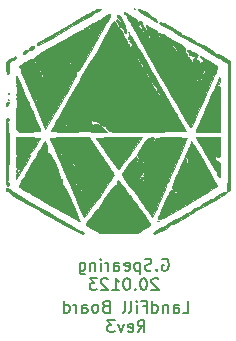
<source format=gbr>
G04 #@! TF.GenerationSoftware,KiCad,Pcbnew,5.1.5-52549c5~84~ubuntu18.04.1*
G04 #@! TF.CreationDate,2020-01-24T11:05:29-05:00*
G04 #@! TF.ProjectId,landfill_board_rev2,6c616e64-6669-46c6-9c5f-626f6172645f,rev?*
G04 #@! TF.SameCoordinates,Original*
G04 #@! TF.FileFunction,Legend,Bot*
G04 #@! TF.FilePolarity,Positive*
%FSLAX46Y46*%
G04 Gerber Fmt 4.6, Leading zero omitted, Abs format (unit mm)*
G04 Created by KiCad (PCBNEW 5.1.5-52549c5~84~ubuntu18.04.1) date 2020-01-24 11:05:29*
%MOMM*%
%LPD*%
G04 APERTURE LIST*
%ADD10C,0.150000*%
%ADD11C,0.010000*%
G04 APERTURE END LIST*
D10*
X65809214Y-143581880D02*
X66285404Y-143581880D01*
X66285404Y-142581880D01*
X65047309Y-143581880D02*
X65047309Y-143058071D01*
X65094928Y-142962833D01*
X65190166Y-142915214D01*
X65380642Y-142915214D01*
X65475880Y-142962833D01*
X65047309Y-143534261D02*
X65142547Y-143581880D01*
X65380642Y-143581880D01*
X65475880Y-143534261D01*
X65523500Y-143439023D01*
X65523500Y-143343785D01*
X65475880Y-143248547D01*
X65380642Y-143200928D01*
X65142547Y-143200928D01*
X65047309Y-143153309D01*
X64571119Y-142915214D02*
X64571119Y-143581880D01*
X64571119Y-143010452D02*
X64523500Y-142962833D01*
X64428261Y-142915214D01*
X64285404Y-142915214D01*
X64190166Y-142962833D01*
X64142547Y-143058071D01*
X64142547Y-143581880D01*
X63237785Y-143581880D02*
X63237785Y-142581880D01*
X63237785Y-143534261D02*
X63333023Y-143581880D01*
X63523500Y-143581880D01*
X63618738Y-143534261D01*
X63666357Y-143486642D01*
X63713976Y-143391404D01*
X63713976Y-143105690D01*
X63666357Y-143010452D01*
X63618738Y-142962833D01*
X63523500Y-142915214D01*
X63333023Y-142915214D01*
X63237785Y-142962833D01*
X62428261Y-143058071D02*
X62761595Y-143058071D01*
X62761595Y-143581880D02*
X62761595Y-142581880D01*
X62285404Y-142581880D01*
X61904452Y-143581880D02*
X61904452Y-142915214D01*
X61904452Y-142581880D02*
X61952071Y-142629500D01*
X61904452Y-142677119D01*
X61856833Y-142629500D01*
X61904452Y-142581880D01*
X61904452Y-142677119D01*
X61285404Y-143581880D02*
X61380642Y-143534261D01*
X61428261Y-143439023D01*
X61428261Y-142581880D01*
X60761595Y-143581880D02*
X60856833Y-143534261D01*
X60904452Y-143439023D01*
X60904452Y-142581880D01*
X59285404Y-143058071D02*
X59142547Y-143105690D01*
X59094928Y-143153309D01*
X59047309Y-143248547D01*
X59047309Y-143391404D01*
X59094928Y-143486642D01*
X59142547Y-143534261D01*
X59237785Y-143581880D01*
X59618738Y-143581880D01*
X59618738Y-142581880D01*
X59285404Y-142581880D01*
X59190166Y-142629500D01*
X59142547Y-142677119D01*
X59094928Y-142772357D01*
X59094928Y-142867595D01*
X59142547Y-142962833D01*
X59190166Y-143010452D01*
X59285404Y-143058071D01*
X59618738Y-143058071D01*
X58475880Y-143581880D02*
X58571119Y-143534261D01*
X58618738Y-143486642D01*
X58666357Y-143391404D01*
X58666357Y-143105690D01*
X58618738Y-143010452D01*
X58571119Y-142962833D01*
X58475880Y-142915214D01*
X58333023Y-142915214D01*
X58237785Y-142962833D01*
X58190166Y-143010452D01*
X58142547Y-143105690D01*
X58142547Y-143391404D01*
X58190166Y-143486642D01*
X58237785Y-143534261D01*
X58333023Y-143581880D01*
X58475880Y-143581880D01*
X57285404Y-143581880D02*
X57285404Y-143058071D01*
X57333023Y-142962833D01*
X57428261Y-142915214D01*
X57618738Y-142915214D01*
X57713976Y-142962833D01*
X57285404Y-143534261D02*
X57380642Y-143581880D01*
X57618738Y-143581880D01*
X57713976Y-143534261D01*
X57761595Y-143439023D01*
X57761595Y-143343785D01*
X57713976Y-143248547D01*
X57618738Y-143200928D01*
X57380642Y-143200928D01*
X57285404Y-143153309D01*
X56809214Y-143581880D02*
X56809214Y-142915214D01*
X56809214Y-143105690D02*
X56761595Y-143010452D01*
X56713976Y-142962833D01*
X56618738Y-142915214D01*
X56523500Y-142915214D01*
X55761595Y-143581880D02*
X55761595Y-142581880D01*
X55761595Y-143534261D02*
X55856833Y-143581880D01*
X56047309Y-143581880D01*
X56142547Y-143534261D01*
X56190166Y-143486642D01*
X56237785Y-143391404D01*
X56237785Y-143105690D01*
X56190166Y-143010452D01*
X56142547Y-142962833D01*
X56047309Y-142915214D01*
X55856833Y-142915214D01*
X55761595Y-142962833D01*
X61999690Y-145231880D02*
X62333023Y-144755690D01*
X62571119Y-145231880D02*
X62571119Y-144231880D01*
X62190166Y-144231880D01*
X62094928Y-144279500D01*
X62047309Y-144327119D01*
X61999690Y-144422357D01*
X61999690Y-144565214D01*
X62047309Y-144660452D01*
X62094928Y-144708071D01*
X62190166Y-144755690D01*
X62571119Y-144755690D01*
X61190166Y-145184261D02*
X61285404Y-145231880D01*
X61475880Y-145231880D01*
X61571119Y-145184261D01*
X61618738Y-145089023D01*
X61618738Y-144708071D01*
X61571119Y-144612833D01*
X61475880Y-144565214D01*
X61285404Y-144565214D01*
X61190166Y-144612833D01*
X61142547Y-144708071D01*
X61142547Y-144803309D01*
X61618738Y-144898547D01*
X60809214Y-144565214D02*
X60571119Y-145231880D01*
X60333023Y-144565214D01*
X60047309Y-144231880D02*
X59428261Y-144231880D01*
X59761595Y-144612833D01*
X59618738Y-144612833D01*
X59523500Y-144660452D01*
X59475880Y-144708071D01*
X59428261Y-144803309D01*
X59428261Y-145041404D01*
X59475880Y-145136642D01*
X59523500Y-145184261D01*
X59618738Y-145231880D01*
X59904452Y-145231880D01*
X59999690Y-145184261D01*
X60047309Y-145136642D01*
X64071095Y-139073500D02*
X64166333Y-139025880D01*
X64309190Y-139025880D01*
X64452047Y-139073500D01*
X64547285Y-139168738D01*
X64594904Y-139263976D01*
X64642523Y-139454452D01*
X64642523Y-139597309D01*
X64594904Y-139787785D01*
X64547285Y-139883023D01*
X64452047Y-139978261D01*
X64309190Y-140025880D01*
X64213952Y-140025880D01*
X64071095Y-139978261D01*
X64023476Y-139930642D01*
X64023476Y-139597309D01*
X64213952Y-139597309D01*
X63594904Y-139930642D02*
X63547285Y-139978261D01*
X63594904Y-140025880D01*
X63642523Y-139978261D01*
X63594904Y-139930642D01*
X63594904Y-140025880D01*
X63166333Y-139978261D02*
X63023476Y-140025880D01*
X62785380Y-140025880D01*
X62690142Y-139978261D01*
X62642523Y-139930642D01*
X62594904Y-139835404D01*
X62594904Y-139740166D01*
X62642523Y-139644928D01*
X62690142Y-139597309D01*
X62785380Y-139549690D01*
X62975857Y-139502071D01*
X63071095Y-139454452D01*
X63118714Y-139406833D01*
X63166333Y-139311595D01*
X63166333Y-139216357D01*
X63118714Y-139121119D01*
X63071095Y-139073500D01*
X62975857Y-139025880D01*
X62737761Y-139025880D01*
X62594904Y-139073500D01*
X62166333Y-139359214D02*
X62166333Y-140359214D01*
X62166333Y-139406833D02*
X62071095Y-139359214D01*
X61880619Y-139359214D01*
X61785380Y-139406833D01*
X61737761Y-139454452D01*
X61690142Y-139549690D01*
X61690142Y-139835404D01*
X61737761Y-139930642D01*
X61785380Y-139978261D01*
X61880619Y-140025880D01*
X62071095Y-140025880D01*
X62166333Y-139978261D01*
X60880619Y-139978261D02*
X60975857Y-140025880D01*
X61166333Y-140025880D01*
X61261571Y-139978261D01*
X61309190Y-139883023D01*
X61309190Y-139502071D01*
X61261571Y-139406833D01*
X61166333Y-139359214D01*
X60975857Y-139359214D01*
X60880619Y-139406833D01*
X60833000Y-139502071D01*
X60833000Y-139597309D01*
X61309190Y-139692547D01*
X59975857Y-140025880D02*
X59975857Y-139502071D01*
X60023476Y-139406833D01*
X60118714Y-139359214D01*
X60309190Y-139359214D01*
X60404428Y-139406833D01*
X59975857Y-139978261D02*
X60071095Y-140025880D01*
X60309190Y-140025880D01*
X60404428Y-139978261D01*
X60452047Y-139883023D01*
X60452047Y-139787785D01*
X60404428Y-139692547D01*
X60309190Y-139644928D01*
X60071095Y-139644928D01*
X59975857Y-139597309D01*
X59499666Y-140025880D02*
X59499666Y-139359214D01*
X59499666Y-139549690D02*
X59452047Y-139454452D01*
X59404428Y-139406833D01*
X59309190Y-139359214D01*
X59213952Y-139359214D01*
X58880619Y-140025880D02*
X58880619Y-139359214D01*
X58880619Y-139025880D02*
X58928238Y-139073500D01*
X58880619Y-139121119D01*
X58833000Y-139073500D01*
X58880619Y-139025880D01*
X58880619Y-139121119D01*
X58404428Y-139359214D02*
X58404428Y-140025880D01*
X58404428Y-139454452D02*
X58356809Y-139406833D01*
X58261571Y-139359214D01*
X58118714Y-139359214D01*
X58023476Y-139406833D01*
X57975857Y-139502071D01*
X57975857Y-140025880D01*
X57071095Y-139359214D02*
X57071095Y-140168738D01*
X57118714Y-140263976D01*
X57166333Y-140311595D01*
X57261571Y-140359214D01*
X57404428Y-140359214D01*
X57499666Y-140311595D01*
X57071095Y-139978261D02*
X57166333Y-140025880D01*
X57356809Y-140025880D01*
X57452047Y-139978261D01*
X57499666Y-139930642D01*
X57547285Y-139835404D01*
X57547285Y-139549690D01*
X57499666Y-139454452D01*
X57452047Y-139406833D01*
X57356809Y-139359214D01*
X57166333Y-139359214D01*
X57071095Y-139406833D01*
X63737761Y-140771119D02*
X63690142Y-140723500D01*
X63594904Y-140675880D01*
X63356809Y-140675880D01*
X63261571Y-140723500D01*
X63213952Y-140771119D01*
X63166333Y-140866357D01*
X63166333Y-140961595D01*
X63213952Y-141104452D01*
X63785380Y-141675880D01*
X63166333Y-141675880D01*
X62547285Y-140675880D02*
X62452047Y-140675880D01*
X62356809Y-140723500D01*
X62309190Y-140771119D01*
X62261571Y-140866357D01*
X62213952Y-141056833D01*
X62213952Y-141294928D01*
X62261571Y-141485404D01*
X62309190Y-141580642D01*
X62356809Y-141628261D01*
X62452047Y-141675880D01*
X62547285Y-141675880D01*
X62642523Y-141628261D01*
X62690142Y-141580642D01*
X62737761Y-141485404D01*
X62785380Y-141294928D01*
X62785380Y-141056833D01*
X62737761Y-140866357D01*
X62690142Y-140771119D01*
X62642523Y-140723500D01*
X62547285Y-140675880D01*
X61785380Y-141580642D02*
X61737761Y-141628261D01*
X61785380Y-141675880D01*
X61833000Y-141628261D01*
X61785380Y-141580642D01*
X61785380Y-141675880D01*
X61118714Y-140675880D02*
X61023476Y-140675880D01*
X60928238Y-140723500D01*
X60880619Y-140771119D01*
X60833000Y-140866357D01*
X60785380Y-141056833D01*
X60785380Y-141294928D01*
X60833000Y-141485404D01*
X60880619Y-141580642D01*
X60928238Y-141628261D01*
X61023476Y-141675880D01*
X61118714Y-141675880D01*
X61213952Y-141628261D01*
X61261571Y-141580642D01*
X61309190Y-141485404D01*
X61356809Y-141294928D01*
X61356809Y-141056833D01*
X61309190Y-140866357D01*
X61261571Y-140771119D01*
X61213952Y-140723500D01*
X61118714Y-140675880D01*
X59833000Y-141675880D02*
X60404428Y-141675880D01*
X60118714Y-141675880D02*
X60118714Y-140675880D01*
X60213952Y-140818738D01*
X60309190Y-140913976D01*
X60404428Y-140961595D01*
X59452047Y-140771119D02*
X59404428Y-140723500D01*
X59309190Y-140675880D01*
X59071095Y-140675880D01*
X58975857Y-140723500D01*
X58928238Y-140771119D01*
X58880619Y-140866357D01*
X58880619Y-140961595D01*
X58928238Y-141104452D01*
X59499666Y-141675880D01*
X58880619Y-141675880D01*
X58547285Y-140675880D02*
X57928238Y-140675880D01*
X58261571Y-141056833D01*
X58118714Y-141056833D01*
X58023476Y-141104452D01*
X57975857Y-141152071D01*
X57928238Y-141247309D01*
X57928238Y-141485404D01*
X57975857Y-141580642D01*
X58023476Y-141628261D01*
X58118714Y-141675880D01*
X58404428Y-141675880D01*
X58499666Y-141628261D01*
X58547285Y-141580642D01*
D11*
G36*
X59541833Y-129899834D02*
G01*
X59584166Y-129942167D01*
X59626500Y-129899834D01*
X59584166Y-129857500D01*
X59541833Y-129899834D01*
G37*
X59541833Y-129899834D02*
X59584166Y-129942167D01*
X59626500Y-129899834D01*
X59584166Y-129857500D01*
X59541833Y-129899834D01*
G36*
X61658500Y-117877167D02*
G01*
X61700833Y-117919500D01*
X61743166Y-117877167D01*
X61700833Y-117834834D01*
X61658500Y-117877167D01*
G37*
X61658500Y-117877167D02*
X61700833Y-117919500D01*
X61743166Y-117877167D01*
X61700833Y-117834834D01*
X61658500Y-117877167D01*
G36*
X58500582Y-117898844D02*
G01*
X58373397Y-117996260D01*
X58356500Y-118048113D01*
X58379005Y-118146330D01*
X58468142Y-118154919D01*
X58656341Y-118072265D01*
X58737500Y-118029147D01*
X58884381Y-117926864D01*
X58895098Y-117860953D01*
X58882033Y-117854937D01*
X58693696Y-117843073D01*
X58500582Y-117898844D01*
G37*
X58500582Y-117898844D02*
X58373397Y-117996260D01*
X58356500Y-118048113D01*
X58379005Y-118146330D01*
X58468142Y-118154919D01*
X58656341Y-118072265D01*
X58737500Y-118029147D01*
X58884381Y-117926864D01*
X58895098Y-117860953D01*
X58882033Y-117854937D01*
X58693696Y-117843073D01*
X58500582Y-117898844D01*
G36*
X62036797Y-117975174D02*
G01*
X62161767Y-118111789D01*
X62439450Y-118302695D01*
X62746060Y-118481090D01*
X63046995Y-118650445D01*
X63311026Y-118802722D01*
X63484611Y-118907004D01*
X63493292Y-118912545D01*
X63625494Y-118985411D01*
X63661840Y-118948937D01*
X63655354Y-118877343D01*
X63578871Y-118777877D01*
X63535066Y-118742182D01*
X63427915Y-118742182D01*
X63343078Y-118724417D01*
X63327015Y-118718390D01*
X63223337Y-118651318D01*
X63222593Y-118613185D01*
X63312158Y-118622682D01*
X63374411Y-118670994D01*
X63427915Y-118742182D01*
X63535066Y-118742182D01*
X63392771Y-118626232D01*
X63134174Y-118445400D01*
X62840199Y-118258370D01*
X62547965Y-118088134D01*
X62294590Y-117957682D01*
X62117194Y-117890004D01*
X62061165Y-117889940D01*
X62036797Y-117975174D01*
G37*
X62036797Y-117975174D02*
X62161767Y-118111789D01*
X62439450Y-118302695D01*
X62746060Y-118481090D01*
X63046995Y-118650445D01*
X63311026Y-118802722D01*
X63484611Y-118907004D01*
X63493292Y-118912545D01*
X63625494Y-118985411D01*
X63661840Y-118948937D01*
X63655354Y-118877343D01*
X63578871Y-118777877D01*
X63535066Y-118742182D01*
X63427915Y-118742182D01*
X63343078Y-118724417D01*
X63327015Y-118718390D01*
X63223337Y-118651318D01*
X63222593Y-118613185D01*
X63312158Y-118622682D01*
X63374411Y-118670994D01*
X63427915Y-118742182D01*
X63535066Y-118742182D01*
X63392771Y-118626232D01*
X63134174Y-118445400D01*
X62840199Y-118258370D01*
X62547965Y-118088134D01*
X62294590Y-117957682D01*
X62117194Y-117890004D01*
X62061165Y-117889940D01*
X62036797Y-117975174D01*
G36*
X60269866Y-118393895D02*
G01*
X60285009Y-118566495D01*
X60433009Y-118748102D01*
X60584501Y-118912563D01*
X60603199Y-118995492D01*
X60488658Y-118986914D01*
X60442951Y-118970768D01*
X60322888Y-118857742D01*
X60303833Y-118782508D01*
X60277927Y-118697466D01*
X60208272Y-118743195D01*
X60170260Y-118852489D01*
X60253741Y-119016164D01*
X60291785Y-119066413D01*
X60398234Y-119242977D01*
X60420919Y-119372576D01*
X60416598Y-119381867D01*
X60417340Y-119429429D01*
X60454234Y-119412867D01*
X60572420Y-119414367D01*
X60600166Y-119443500D01*
X60701574Y-119493775D01*
X60733017Y-119482218D01*
X60788221Y-119518618D01*
X60811821Y-119674093D01*
X60811833Y-119678392D01*
X60851140Y-119873836D01*
X60940022Y-119923278D01*
X61021230Y-119886679D01*
X61031844Y-119750507D01*
X61012492Y-119626267D01*
X60941286Y-119402292D01*
X60808179Y-119100651D01*
X60642037Y-118786738D01*
X60474342Y-118511659D01*
X60364965Y-118372119D01*
X60298087Y-118351418D01*
X60269866Y-118393895D01*
G37*
X60269866Y-118393895D02*
X60285009Y-118566495D01*
X60433009Y-118748102D01*
X60584501Y-118912563D01*
X60603199Y-118995492D01*
X60488658Y-118986914D01*
X60442951Y-118970768D01*
X60322888Y-118857742D01*
X60303833Y-118782508D01*
X60277927Y-118697466D01*
X60208272Y-118743195D01*
X60170260Y-118852489D01*
X60253741Y-119016164D01*
X60291785Y-119066413D01*
X60398234Y-119242977D01*
X60420919Y-119372576D01*
X60416598Y-119381867D01*
X60417340Y-119429429D01*
X60454234Y-119412867D01*
X60572420Y-119414367D01*
X60600166Y-119443500D01*
X60701574Y-119493775D01*
X60733017Y-119482218D01*
X60788221Y-119518618D01*
X60811821Y-119674093D01*
X60811833Y-119678392D01*
X60851140Y-119873836D01*
X60940022Y-119923278D01*
X61021230Y-119886679D01*
X61031844Y-119750507D01*
X61012492Y-119626267D01*
X60941286Y-119402292D01*
X60808179Y-119100651D01*
X60642037Y-118786738D01*
X60474342Y-118511659D01*
X60364965Y-118372119D01*
X60298087Y-118351418D01*
X60269866Y-118393895D01*
G36*
X58181686Y-118047665D02*
G01*
X58081333Y-118109270D01*
X57947977Y-118190699D01*
X57687302Y-118344808D01*
X57318973Y-118560198D01*
X56862656Y-118825473D01*
X56338019Y-119129235D01*
X55764727Y-119460086D01*
X55162447Y-119806630D01*
X54550844Y-120157469D01*
X54256957Y-120325641D01*
X53938407Y-120514551D01*
X53679936Y-120680626D01*
X53514366Y-120802028D01*
X53471439Y-120848350D01*
X53491134Y-120932140D01*
X53641006Y-120912994D01*
X53922097Y-120790539D01*
X54335450Y-120564404D01*
X54441764Y-120502168D01*
X54919054Y-120221392D01*
X55448088Y-119912281D01*
X55997322Y-119593064D01*
X56535210Y-119281974D01*
X57030209Y-118997243D01*
X57450774Y-118757101D01*
X57765361Y-118579781D01*
X57827247Y-118545476D01*
X58119792Y-118355516D01*
X58260174Y-118194169D01*
X58271747Y-118142596D01*
X58256976Y-118038121D01*
X58181686Y-118047665D01*
G37*
X58181686Y-118047665D02*
X58081333Y-118109270D01*
X57947977Y-118190699D01*
X57687302Y-118344808D01*
X57318973Y-118560198D01*
X56862656Y-118825473D01*
X56338019Y-119129235D01*
X55764727Y-119460086D01*
X55162447Y-119806630D01*
X54550844Y-120157469D01*
X54256957Y-120325641D01*
X53938407Y-120514551D01*
X53679936Y-120680626D01*
X53514366Y-120802028D01*
X53471439Y-120848350D01*
X53491134Y-120932140D01*
X53641006Y-120912994D01*
X53922097Y-120790539D01*
X54335450Y-120564404D01*
X54441764Y-120502168D01*
X54919054Y-120221392D01*
X55448088Y-119912281D01*
X55997322Y-119593064D01*
X56535210Y-119281974D01*
X57030209Y-118997243D01*
X57450774Y-118757101D01*
X57765361Y-118579781D01*
X57827247Y-118545476D01*
X58119792Y-118355516D01*
X58260174Y-118194169D01*
X58271747Y-118142596D01*
X58256976Y-118038121D01*
X58181686Y-118047665D01*
G36*
X52978428Y-121059746D02*
G01*
X52829634Y-121165878D01*
X52767075Y-121261717D01*
X52803722Y-121358649D01*
X52933680Y-121345269D01*
X53115516Y-121231572D01*
X53237444Y-121098795D01*
X53254633Y-121002668D01*
X53251911Y-120999588D01*
X53142616Y-120991649D01*
X52978428Y-121059746D01*
G37*
X52978428Y-121059746D02*
X52829634Y-121165878D01*
X52767075Y-121261717D01*
X52803722Y-121358649D01*
X52933680Y-121345269D01*
X53115516Y-121231572D01*
X53237444Y-121098795D01*
X53254633Y-121002668D01*
X53251911Y-120999588D01*
X53142616Y-120991649D01*
X52978428Y-121059746D01*
G36*
X66149411Y-121381831D02*
G01*
X66194519Y-121473386D01*
X66330934Y-121505162D01*
X66398168Y-121476529D01*
X66472695Y-121406576D01*
X66392045Y-121350215D01*
X66372642Y-121342595D01*
X66217063Y-121322131D01*
X66149411Y-121381831D01*
G37*
X66149411Y-121381831D02*
X66194519Y-121473386D01*
X66330934Y-121505162D01*
X66398168Y-121476529D01*
X66472695Y-121406576D01*
X66392045Y-121350215D01*
X66372642Y-121342595D01*
X66217063Y-121322131D01*
X66149411Y-121381831D01*
G36*
X52403935Y-121407601D02*
G01*
X52307387Y-121536498D01*
X52275400Y-121661155D01*
X52332340Y-121683598D01*
X52503164Y-121609179D01*
X52545004Y-121587448D01*
X52701407Y-121473356D01*
X52708039Y-121381183D01*
X52707328Y-121380462D01*
X52564801Y-121337886D01*
X52403935Y-121407601D01*
G37*
X52403935Y-121407601D02*
X52307387Y-121536498D01*
X52275400Y-121661155D01*
X52332340Y-121683598D01*
X52503164Y-121609179D01*
X52545004Y-121587448D01*
X52701407Y-121473356D01*
X52708039Y-121381183D01*
X52707328Y-121380462D01*
X52564801Y-121337886D01*
X52403935Y-121407601D01*
G36*
X51534287Y-121943838D02*
G01*
X51548918Y-121996582D01*
X51559025Y-122054415D01*
X51510037Y-122032964D01*
X51381912Y-122035408D01*
X51182251Y-122116013D01*
X51111984Y-122156243D01*
X50939518Y-122273779D01*
X50853182Y-122389256D01*
X50826761Y-122562792D01*
X50831752Y-122798909D01*
X50862331Y-123078631D01*
X50920550Y-123285890D01*
X50962725Y-123350249D01*
X51025096Y-123372667D01*
X51059796Y-123291957D01*
X51073775Y-123081682D01*
X51075166Y-122922543D01*
X51088151Y-122603599D01*
X51131514Y-122422536D01*
X51201680Y-122352971D01*
X51283561Y-122267176D01*
X51273265Y-122215547D01*
X51273130Y-122166635D01*
X51308444Y-122182360D01*
X51476274Y-122201614D01*
X51640903Y-122109944D01*
X51700963Y-122019287D01*
X51681062Y-121914968D01*
X51617846Y-121898834D01*
X51534287Y-121943838D01*
G37*
X51534287Y-121943838D02*
X51548918Y-121996582D01*
X51559025Y-122054415D01*
X51510037Y-122032964D01*
X51381912Y-122035408D01*
X51182251Y-122116013D01*
X51111984Y-122156243D01*
X50939518Y-122273779D01*
X50853182Y-122389256D01*
X50826761Y-122562792D01*
X50831752Y-122798909D01*
X50862331Y-123078631D01*
X50920550Y-123285890D01*
X50962725Y-123350249D01*
X51025096Y-123372667D01*
X51059796Y-123291957D01*
X51073775Y-123081682D01*
X51075166Y-122922543D01*
X51088151Y-122603599D01*
X51131514Y-122422536D01*
X51201680Y-122352971D01*
X51283561Y-122267176D01*
X51273265Y-122215547D01*
X51273130Y-122166635D01*
X51308444Y-122182360D01*
X51476274Y-122201614D01*
X51640903Y-122109944D01*
X51700963Y-122019287D01*
X51681062Y-121914968D01*
X51617846Y-121898834D01*
X51534287Y-121943838D01*
G36*
X51667833Y-124396500D02*
G01*
X51710166Y-124438834D01*
X51752500Y-124396500D01*
X51710166Y-124354167D01*
X51667833Y-124396500D01*
G37*
X51667833Y-124396500D02*
X51710166Y-124438834D01*
X51752500Y-124396500D01*
X51710166Y-124354167D01*
X51667833Y-124396500D01*
G36*
X51018722Y-124975056D02*
G01*
X51008589Y-125075535D01*
X51018722Y-125087945D01*
X51069056Y-125076322D01*
X51075166Y-125031500D01*
X51044188Y-124961810D01*
X51018722Y-124975056D01*
G37*
X51018722Y-124975056D02*
X51008589Y-125075535D01*
X51018722Y-125087945D01*
X51069056Y-125076322D01*
X51075166Y-125031500D01*
X51044188Y-124961810D01*
X51018722Y-124975056D01*
G36*
X51667833Y-125497167D02*
G01*
X51710166Y-125539500D01*
X51752500Y-125497167D01*
X51710166Y-125454834D01*
X51667833Y-125497167D01*
G37*
X51667833Y-125497167D02*
X51710166Y-125539500D01*
X51752500Y-125497167D01*
X51710166Y-125454834D01*
X51667833Y-125497167D01*
G36*
X50990500Y-125581834D02*
G01*
X51032833Y-125624167D01*
X51075166Y-125581834D01*
X51032833Y-125539500D01*
X50990500Y-125581834D01*
G37*
X50990500Y-125581834D02*
X51032833Y-125624167D01*
X51075166Y-125581834D01*
X51032833Y-125539500D01*
X50990500Y-125581834D01*
G36*
X50851006Y-125819447D02*
G01*
X50821166Y-125920500D01*
X50866416Y-126062872D01*
X50960605Y-126070701D01*
X51034468Y-125957682D01*
X51061550Y-125798752D01*
X51046197Y-125736308D01*
X50947528Y-125727952D01*
X50851006Y-125819447D01*
G37*
X50851006Y-125819447D02*
X50821166Y-125920500D01*
X50866416Y-126062872D01*
X50960605Y-126070701D01*
X51034468Y-125957682D01*
X51061550Y-125798752D01*
X51046197Y-125736308D01*
X50947528Y-125727952D01*
X50851006Y-125819447D01*
G36*
X59536305Y-118326616D02*
G01*
X59347363Y-118410662D01*
X59135635Y-118532440D01*
X58956904Y-118659287D01*
X58866957Y-118758538D01*
X58864500Y-118770966D01*
X58812687Y-118832395D01*
X58796978Y-118829667D01*
X58681786Y-118854129D01*
X58470178Y-118945354D01*
X58203853Y-119080180D01*
X57924508Y-119235441D01*
X57673840Y-119387973D01*
X57493547Y-119514613D01*
X57425315Y-119591667D01*
X57354784Y-119678624D01*
X57262084Y-119697500D01*
X57143689Y-119738145D01*
X56909146Y-119851232D01*
X56581267Y-120023489D01*
X56182865Y-120241644D01*
X55736753Y-120492425D01*
X55265743Y-120762560D01*
X54792649Y-121038777D01*
X54340281Y-121307804D01*
X53931454Y-121556370D01*
X53588979Y-121771201D01*
X53335669Y-121939026D01*
X53194337Y-122046574D01*
X53172764Y-122076599D01*
X53143740Y-122126721D01*
X53111644Y-122113268D01*
X53002617Y-122127583D01*
X52791765Y-122213184D01*
X52521366Y-122352435D01*
X52474546Y-122379008D01*
X52139343Y-122585063D01*
X51956771Y-122729506D01*
X51928152Y-122811050D01*
X52011497Y-122830167D01*
X52064755Y-122880602D01*
X52054225Y-122906109D01*
X52075379Y-122999413D01*
X52157229Y-123228704D01*
X52292138Y-123575036D01*
X52472469Y-124019462D01*
X52690583Y-124543035D01*
X52938846Y-125126810D01*
X53098184Y-125495985D01*
X54189076Y-128009920D01*
X54651650Y-127219210D01*
X55121869Y-126414389D01*
X53840944Y-126414389D01*
X53829322Y-126464723D01*
X53784500Y-126470834D01*
X53714810Y-126439855D01*
X53728055Y-126414389D01*
X53828535Y-126404256D01*
X53840944Y-126414389D01*
X55121869Y-126414389D01*
X55147561Y-126370416D01*
X55239807Y-126211837D01*
X53699833Y-126211837D01*
X53638373Y-126298055D01*
X53615166Y-126301500D01*
X53532701Y-126272613D01*
X53530500Y-126264164D01*
X53589829Y-126191878D01*
X53615166Y-126174500D01*
X53693185Y-126181213D01*
X53699833Y-126211837D01*
X55239807Y-126211837D01*
X55563558Y-125655287D01*
X55607391Y-125579324D01*
X53494947Y-125579324D01*
X53488166Y-125624167D01*
X53415746Y-125704849D01*
X53403500Y-125708834D01*
X53336186Y-125649782D01*
X53318833Y-125624167D01*
X53338939Y-125552438D01*
X53403500Y-125539500D01*
X53494947Y-125579324D01*
X55607391Y-125579324D01*
X55906026Y-125061795D01*
X56091873Y-124735167D01*
X55985833Y-124735167D01*
X55943500Y-124777500D01*
X55901166Y-124735167D01*
X55943500Y-124692834D01*
X55985833Y-124735167D01*
X56091873Y-124735167D01*
X56181348Y-124577914D01*
X56188057Y-124565834D01*
X56070500Y-124565834D01*
X56028166Y-124608167D01*
X55985833Y-124565834D01*
X56028166Y-124523500D01*
X56070500Y-124565834D01*
X56188057Y-124565834D01*
X56395909Y-124191615D01*
X56422069Y-124142500D01*
X55731833Y-124142500D01*
X55689500Y-124184834D01*
X55647166Y-124142500D01*
X55689500Y-124100167D01*
X55731833Y-124142500D01*
X56422069Y-124142500D01*
X56556094Y-123890871D01*
X56633843Y-123733409D01*
X56065133Y-123733409D01*
X56046445Y-123876960D01*
X55995992Y-124015950D01*
X55942029Y-124078557D01*
X55931221Y-124073777D01*
X55933514Y-123979701D01*
X55962418Y-123888500D01*
X53699833Y-123888500D01*
X53657500Y-123930834D01*
X53615166Y-123888500D01*
X53657500Y-123846167D01*
X53699833Y-123888500D01*
X55962418Y-123888500D01*
X55978648Y-123837292D01*
X56038702Y-123721727D01*
X56065133Y-123733409D01*
X56633843Y-123733409D01*
X56661778Y-123676834D01*
X55901166Y-123676834D01*
X55870188Y-123746524D01*
X55844722Y-123733278D01*
X55839030Y-123676834D01*
X55731833Y-123676834D01*
X55700855Y-123746524D01*
X55675389Y-123733278D01*
X55672543Y-123705056D01*
X53756278Y-123705056D01*
X53744655Y-123755390D01*
X53699833Y-123761500D01*
X53630143Y-123730522D01*
X53643389Y-123705056D01*
X53743868Y-123694923D01*
X53756278Y-123705056D01*
X55672543Y-123705056D01*
X55665256Y-123632798D01*
X55675389Y-123620389D01*
X55725723Y-123632011D01*
X55731833Y-123676834D01*
X55839030Y-123676834D01*
X55834589Y-123632798D01*
X55844722Y-123620389D01*
X55895056Y-123632011D01*
X55901166Y-123676834D01*
X56661778Y-123676834D01*
X56668286Y-123663655D01*
X56738870Y-123497939D01*
X56754334Y-123447103D01*
X55379519Y-123447103D01*
X55358918Y-123494418D01*
X55273668Y-123585312D01*
X55224657Y-123566666D01*
X55223833Y-123554830D01*
X55283970Y-123483218D01*
X55321582Y-123457082D01*
X55379519Y-123447103D01*
X56754334Y-123447103D01*
X56774231Y-123381695D01*
X56774329Y-123380500D01*
X55985833Y-123380500D01*
X55943500Y-123422834D01*
X55929294Y-123408628D01*
X54068549Y-123408628D01*
X54012672Y-123558080D01*
X53934267Y-123665619D01*
X53906425Y-123676834D01*
X53850447Y-123607181D01*
X53776452Y-123444000D01*
X53717184Y-123267708D01*
X53707021Y-123211167D01*
X53445833Y-123211167D01*
X53403500Y-123253500D01*
X53361166Y-123211167D01*
X53403500Y-123168834D01*
X53445833Y-123211167D01*
X53707021Y-123211167D01*
X53701113Y-123178300D01*
X53653401Y-123111824D01*
X53601231Y-123073763D01*
X53544205Y-123016086D01*
X53636333Y-123000797D01*
X53761580Y-123067945D01*
X53784500Y-123163837D01*
X53829755Y-123330260D01*
X53882248Y-123388585D01*
X53940185Y-123398564D01*
X53919585Y-123351249D01*
X53914368Y-123266511D01*
X53999083Y-123262605D01*
X54063743Y-123306966D01*
X54068549Y-123408628D01*
X55929294Y-123408628D01*
X55901166Y-123380500D01*
X55943500Y-123338167D01*
X55985833Y-123380500D01*
X56774329Y-123380500D01*
X56780753Y-123302896D01*
X56778646Y-123295834D01*
X55562500Y-123295834D01*
X55520166Y-123338167D01*
X55477833Y-123295834D01*
X55520166Y-123253500D01*
X55562500Y-123295834D01*
X56778646Y-123295834D01*
X56764820Y-123249515D01*
X56761655Y-123244169D01*
X56697022Y-123119445D01*
X56063816Y-123119445D01*
X56048249Y-123229259D01*
X56019347Y-123230570D01*
X55999136Y-123117253D01*
X56012663Y-123068292D01*
X56043679Y-123041834D01*
X54038500Y-123041834D01*
X53996166Y-123084167D01*
X53953833Y-123041834D01*
X53996166Y-122999500D01*
X54038500Y-123041834D01*
X56043679Y-123041834D01*
X56050258Y-123036222D01*
X56063816Y-123119445D01*
X56697022Y-123119445D01*
X56673587Y-123074224D01*
X56688967Y-123022886D01*
X56804080Y-123100423D01*
X56811333Y-123106915D01*
X56859998Y-123138643D01*
X56914312Y-123134824D01*
X56984702Y-123080417D01*
X57081596Y-122960381D01*
X57140192Y-122872500D01*
X56155166Y-122872500D01*
X56112833Y-122914834D01*
X56070500Y-122872500D01*
X56112833Y-122830167D01*
X56155166Y-122872500D01*
X57140192Y-122872500D01*
X57215421Y-122759675D01*
X57396509Y-122463409D01*
X56657800Y-122463409D01*
X56639112Y-122606960D01*
X56588658Y-122745950D01*
X56534696Y-122808557D01*
X56523888Y-122803777D01*
X56526180Y-122709701D01*
X56571314Y-122567292D01*
X56631368Y-122451727D01*
X56657800Y-122463409D01*
X57396509Y-122463409D01*
X57396602Y-122463258D01*
X57504252Y-122279834D01*
X56747833Y-122279834D01*
X56705500Y-122322167D01*
X56663166Y-122279834D01*
X56705500Y-122237500D01*
X56747833Y-122279834D01*
X57504252Y-122279834D01*
X57567255Y-122172483D01*
X56372372Y-122172483D01*
X56372310Y-122271512D01*
X56313916Y-122438584D01*
X56222185Y-122602796D01*
X56179060Y-122614857D01*
X56184862Y-122576167D01*
X54377166Y-122576167D01*
X54346188Y-122645857D01*
X54320722Y-122632611D01*
X54319935Y-122624805D01*
X54068959Y-122624805D01*
X54020671Y-122694627D01*
X53909470Y-122780496D01*
X53896008Y-122769769D01*
X53516852Y-122769769D01*
X53496251Y-122817085D01*
X53411001Y-122907979D01*
X53361991Y-122889333D01*
X53361166Y-122877497D01*
X53421303Y-122805884D01*
X53458915Y-122779749D01*
X53516852Y-122769769D01*
X53896008Y-122769769D01*
X53871642Y-122750354D01*
X53892103Y-122703167D01*
X53784500Y-122703167D01*
X53742166Y-122745500D01*
X53699833Y-122703167D01*
X53742166Y-122660834D01*
X53784500Y-122703167D01*
X53892103Y-122703167D01*
X53908018Y-122666466D01*
X53969545Y-122618500D01*
X53445833Y-122618500D01*
X53403500Y-122660834D01*
X53361166Y-122618500D01*
X53403500Y-122576167D01*
X53445833Y-122618500D01*
X53969545Y-122618500D01*
X54017980Y-122580741D01*
X54046835Y-122576167D01*
X54068959Y-122624805D01*
X54319935Y-122624805D01*
X54310589Y-122532132D01*
X54320722Y-122519722D01*
X54371056Y-122531345D01*
X54377166Y-122576167D01*
X56184862Y-122576167D01*
X56198045Y-122488272D01*
X56203789Y-122471258D01*
X54086445Y-122471258D01*
X54003222Y-122484816D01*
X53893408Y-122469249D01*
X53892097Y-122440347D01*
X54005414Y-122420136D01*
X54054375Y-122433663D01*
X54086445Y-122471258D01*
X56203789Y-122471258D01*
X56222166Y-122416827D01*
X53361166Y-122416827D01*
X53309001Y-122462730D01*
X53276500Y-122449167D01*
X53194994Y-122337008D01*
X53191833Y-122312173D01*
X53243999Y-122266270D01*
X53276500Y-122279834D01*
X53358006Y-122391993D01*
X53361166Y-122416827D01*
X56222166Y-122416827D01*
X56239833Y-122364500D01*
X56281530Y-122279834D01*
X55647166Y-122279834D01*
X55604833Y-122322167D01*
X55562500Y-122279834D01*
X55604833Y-122237500D01*
X55647166Y-122279834D01*
X56281530Y-122279834D01*
X56314720Y-122212444D01*
X56338728Y-122195167D01*
X54038500Y-122195167D01*
X53996166Y-122237500D01*
X53953833Y-122195167D01*
X53996166Y-122152834D01*
X54038500Y-122195167D01*
X56338728Y-122195167D01*
X56371442Y-122171625D01*
X56372372Y-122172483D01*
X57567255Y-122172483D01*
X57635567Y-122056089D01*
X57677404Y-121983500D01*
X56832500Y-121983500D01*
X56801522Y-122053190D01*
X56776055Y-122039945D01*
X56770363Y-121983500D01*
X56493833Y-121983500D01*
X56462855Y-122053190D01*
X56437389Y-122039945D01*
X56435967Y-122025834D01*
X53530500Y-122025834D01*
X53488166Y-122068167D01*
X53445833Y-122025834D01*
X53488166Y-121983500D01*
X53530500Y-122025834D01*
X56435967Y-122025834D01*
X56427428Y-121941167D01*
X53953833Y-121941167D01*
X53911500Y-121983500D01*
X53869166Y-121941167D01*
X53911500Y-121898834D01*
X53953833Y-121941167D01*
X56427428Y-121941167D01*
X56427256Y-121939465D01*
X56437389Y-121927056D01*
X56487723Y-121938678D01*
X56493833Y-121983500D01*
X56770363Y-121983500D01*
X56765922Y-121939465D01*
X56776055Y-121927056D01*
X56826390Y-121938678D01*
X56832500Y-121983500D01*
X57677404Y-121983500D01*
X57942744Y-121523126D01*
X58102500Y-121244367D01*
X58235618Y-121009834D01*
X56663166Y-121009834D01*
X56620833Y-121052167D01*
X56578500Y-121009834D01*
X56620833Y-120967500D01*
X56663166Y-121009834D01*
X58235618Y-121009834D01*
X58403620Y-120713844D01*
X58482438Y-120572389D01*
X56042278Y-120572389D01*
X56030655Y-120622723D01*
X55985833Y-120628834D01*
X55916143Y-120597855D01*
X55929389Y-120572389D01*
X56029868Y-120562256D01*
X56042278Y-120572389D01*
X58482438Y-120572389D01*
X58674204Y-120228226D01*
X58903410Y-119807696D01*
X59028627Y-119570500D01*
X58187166Y-119570500D01*
X58144833Y-119612834D01*
X58102500Y-119570500D01*
X58144833Y-119528167D01*
X57933166Y-119528167D01*
X57904280Y-119610632D01*
X57895830Y-119612834D01*
X57823544Y-119553505D01*
X57806166Y-119528167D01*
X57812879Y-119450148D01*
X57843503Y-119443500D01*
X57929721Y-119504961D01*
X57933166Y-119528167D01*
X58144833Y-119528167D01*
X58187166Y-119570500D01*
X59028627Y-119570500D01*
X59080397Y-119472435D01*
X59157700Y-119316500D01*
X58187166Y-119316500D01*
X58144833Y-119358834D01*
X58102500Y-119316500D01*
X58144833Y-119274167D01*
X58187166Y-119316500D01*
X59157700Y-119316500D01*
X59194323Y-119242625D01*
X59216653Y-119184503D01*
X58525833Y-119184503D01*
X58464373Y-119270721D01*
X58441166Y-119274167D01*
X58358701Y-119245280D01*
X58356500Y-119236830D01*
X58415829Y-119164544D01*
X58441166Y-119147167D01*
X58519185Y-119153880D01*
X58525833Y-119184503D01*
X59216653Y-119184503D01*
X59234348Y-119138449D01*
X59234294Y-119137484D01*
X59274113Y-119047479D01*
X59309362Y-119044654D01*
X59343505Y-119020167D01*
X58906833Y-119020167D01*
X58900120Y-119098186D01*
X58869497Y-119104834D01*
X58783279Y-119043373D01*
X58779833Y-119020167D01*
X58808720Y-118937701D01*
X58817170Y-118935500D01*
X58889456Y-118994829D01*
X58906833Y-119020167D01*
X59343505Y-119020167D01*
X59390701Y-118986319D01*
X59462860Y-118824254D01*
X59468832Y-118808500D01*
X59287833Y-118808500D01*
X59245500Y-118850834D01*
X59203166Y-118808500D01*
X59245500Y-118766167D01*
X59287833Y-118808500D01*
X59468832Y-118808500D01*
X59544602Y-118608632D01*
X59624736Y-118471958D01*
X59670801Y-118354918D01*
X59646674Y-118312968D01*
X59536305Y-118326616D01*
G37*
X59536305Y-118326616D02*
X59347363Y-118410662D01*
X59135635Y-118532440D01*
X58956904Y-118659287D01*
X58866957Y-118758538D01*
X58864500Y-118770966D01*
X58812687Y-118832395D01*
X58796978Y-118829667D01*
X58681786Y-118854129D01*
X58470178Y-118945354D01*
X58203853Y-119080180D01*
X57924508Y-119235441D01*
X57673840Y-119387973D01*
X57493547Y-119514613D01*
X57425315Y-119591667D01*
X57354784Y-119678624D01*
X57262084Y-119697500D01*
X57143689Y-119738145D01*
X56909146Y-119851232D01*
X56581267Y-120023489D01*
X56182865Y-120241644D01*
X55736753Y-120492425D01*
X55265743Y-120762560D01*
X54792649Y-121038777D01*
X54340281Y-121307804D01*
X53931454Y-121556370D01*
X53588979Y-121771201D01*
X53335669Y-121939026D01*
X53194337Y-122046574D01*
X53172764Y-122076599D01*
X53143740Y-122126721D01*
X53111644Y-122113268D01*
X53002617Y-122127583D01*
X52791765Y-122213184D01*
X52521366Y-122352435D01*
X52474546Y-122379008D01*
X52139343Y-122585063D01*
X51956771Y-122729506D01*
X51928152Y-122811050D01*
X52011497Y-122830167D01*
X52064755Y-122880602D01*
X52054225Y-122906109D01*
X52075379Y-122999413D01*
X52157229Y-123228704D01*
X52292138Y-123575036D01*
X52472469Y-124019462D01*
X52690583Y-124543035D01*
X52938846Y-125126810D01*
X53098184Y-125495985D01*
X54189076Y-128009920D01*
X54651650Y-127219210D01*
X55121869Y-126414389D01*
X53840944Y-126414389D01*
X53829322Y-126464723D01*
X53784500Y-126470834D01*
X53714810Y-126439855D01*
X53728055Y-126414389D01*
X53828535Y-126404256D01*
X53840944Y-126414389D01*
X55121869Y-126414389D01*
X55147561Y-126370416D01*
X55239807Y-126211837D01*
X53699833Y-126211837D01*
X53638373Y-126298055D01*
X53615166Y-126301500D01*
X53532701Y-126272613D01*
X53530500Y-126264164D01*
X53589829Y-126191878D01*
X53615166Y-126174500D01*
X53693185Y-126181213D01*
X53699833Y-126211837D01*
X55239807Y-126211837D01*
X55563558Y-125655287D01*
X55607391Y-125579324D01*
X53494947Y-125579324D01*
X53488166Y-125624167D01*
X53415746Y-125704849D01*
X53403500Y-125708834D01*
X53336186Y-125649782D01*
X53318833Y-125624167D01*
X53338939Y-125552438D01*
X53403500Y-125539500D01*
X53494947Y-125579324D01*
X55607391Y-125579324D01*
X55906026Y-125061795D01*
X56091873Y-124735167D01*
X55985833Y-124735167D01*
X55943500Y-124777500D01*
X55901166Y-124735167D01*
X55943500Y-124692834D01*
X55985833Y-124735167D01*
X56091873Y-124735167D01*
X56181348Y-124577914D01*
X56188057Y-124565834D01*
X56070500Y-124565834D01*
X56028166Y-124608167D01*
X55985833Y-124565834D01*
X56028166Y-124523500D01*
X56070500Y-124565834D01*
X56188057Y-124565834D01*
X56395909Y-124191615D01*
X56422069Y-124142500D01*
X55731833Y-124142500D01*
X55689500Y-124184834D01*
X55647166Y-124142500D01*
X55689500Y-124100167D01*
X55731833Y-124142500D01*
X56422069Y-124142500D01*
X56556094Y-123890871D01*
X56633843Y-123733409D01*
X56065133Y-123733409D01*
X56046445Y-123876960D01*
X55995992Y-124015950D01*
X55942029Y-124078557D01*
X55931221Y-124073777D01*
X55933514Y-123979701D01*
X55962418Y-123888500D01*
X53699833Y-123888500D01*
X53657500Y-123930834D01*
X53615166Y-123888500D01*
X53657500Y-123846167D01*
X53699833Y-123888500D01*
X55962418Y-123888500D01*
X55978648Y-123837292D01*
X56038702Y-123721727D01*
X56065133Y-123733409D01*
X56633843Y-123733409D01*
X56661778Y-123676834D01*
X55901166Y-123676834D01*
X55870188Y-123746524D01*
X55844722Y-123733278D01*
X55839030Y-123676834D01*
X55731833Y-123676834D01*
X55700855Y-123746524D01*
X55675389Y-123733278D01*
X55672543Y-123705056D01*
X53756278Y-123705056D01*
X53744655Y-123755390D01*
X53699833Y-123761500D01*
X53630143Y-123730522D01*
X53643389Y-123705056D01*
X53743868Y-123694923D01*
X53756278Y-123705056D01*
X55672543Y-123705056D01*
X55665256Y-123632798D01*
X55675389Y-123620389D01*
X55725723Y-123632011D01*
X55731833Y-123676834D01*
X55839030Y-123676834D01*
X55834589Y-123632798D01*
X55844722Y-123620389D01*
X55895056Y-123632011D01*
X55901166Y-123676834D01*
X56661778Y-123676834D01*
X56668286Y-123663655D01*
X56738870Y-123497939D01*
X56754334Y-123447103D01*
X55379519Y-123447103D01*
X55358918Y-123494418D01*
X55273668Y-123585312D01*
X55224657Y-123566666D01*
X55223833Y-123554830D01*
X55283970Y-123483218D01*
X55321582Y-123457082D01*
X55379519Y-123447103D01*
X56754334Y-123447103D01*
X56774231Y-123381695D01*
X56774329Y-123380500D01*
X55985833Y-123380500D01*
X55943500Y-123422834D01*
X55929294Y-123408628D01*
X54068549Y-123408628D01*
X54012672Y-123558080D01*
X53934267Y-123665619D01*
X53906425Y-123676834D01*
X53850447Y-123607181D01*
X53776452Y-123444000D01*
X53717184Y-123267708D01*
X53707021Y-123211167D01*
X53445833Y-123211167D01*
X53403500Y-123253500D01*
X53361166Y-123211167D01*
X53403500Y-123168834D01*
X53445833Y-123211167D01*
X53707021Y-123211167D01*
X53701113Y-123178300D01*
X53653401Y-123111824D01*
X53601231Y-123073763D01*
X53544205Y-123016086D01*
X53636333Y-123000797D01*
X53761580Y-123067945D01*
X53784500Y-123163837D01*
X53829755Y-123330260D01*
X53882248Y-123388585D01*
X53940185Y-123398564D01*
X53919585Y-123351249D01*
X53914368Y-123266511D01*
X53999083Y-123262605D01*
X54063743Y-123306966D01*
X54068549Y-123408628D01*
X55929294Y-123408628D01*
X55901166Y-123380500D01*
X55943500Y-123338167D01*
X55985833Y-123380500D01*
X56774329Y-123380500D01*
X56780753Y-123302896D01*
X56778646Y-123295834D01*
X55562500Y-123295834D01*
X55520166Y-123338167D01*
X55477833Y-123295834D01*
X55520166Y-123253500D01*
X55562500Y-123295834D01*
X56778646Y-123295834D01*
X56764820Y-123249515D01*
X56761655Y-123244169D01*
X56697022Y-123119445D01*
X56063816Y-123119445D01*
X56048249Y-123229259D01*
X56019347Y-123230570D01*
X55999136Y-123117253D01*
X56012663Y-123068292D01*
X56043679Y-123041834D01*
X54038500Y-123041834D01*
X53996166Y-123084167D01*
X53953833Y-123041834D01*
X53996166Y-122999500D01*
X54038500Y-123041834D01*
X56043679Y-123041834D01*
X56050258Y-123036222D01*
X56063816Y-123119445D01*
X56697022Y-123119445D01*
X56673587Y-123074224D01*
X56688967Y-123022886D01*
X56804080Y-123100423D01*
X56811333Y-123106915D01*
X56859998Y-123138643D01*
X56914312Y-123134824D01*
X56984702Y-123080417D01*
X57081596Y-122960381D01*
X57140192Y-122872500D01*
X56155166Y-122872500D01*
X56112833Y-122914834D01*
X56070500Y-122872500D01*
X56112833Y-122830167D01*
X56155166Y-122872500D01*
X57140192Y-122872500D01*
X57215421Y-122759675D01*
X57396509Y-122463409D01*
X56657800Y-122463409D01*
X56639112Y-122606960D01*
X56588658Y-122745950D01*
X56534696Y-122808557D01*
X56523888Y-122803777D01*
X56526180Y-122709701D01*
X56571314Y-122567292D01*
X56631368Y-122451727D01*
X56657800Y-122463409D01*
X57396509Y-122463409D01*
X57396602Y-122463258D01*
X57504252Y-122279834D01*
X56747833Y-122279834D01*
X56705500Y-122322167D01*
X56663166Y-122279834D01*
X56705500Y-122237500D01*
X56747833Y-122279834D01*
X57504252Y-122279834D01*
X57567255Y-122172483D01*
X56372372Y-122172483D01*
X56372310Y-122271512D01*
X56313916Y-122438584D01*
X56222185Y-122602796D01*
X56179060Y-122614857D01*
X56184862Y-122576167D01*
X54377166Y-122576167D01*
X54346188Y-122645857D01*
X54320722Y-122632611D01*
X54319935Y-122624805D01*
X54068959Y-122624805D01*
X54020671Y-122694627D01*
X53909470Y-122780496D01*
X53896008Y-122769769D01*
X53516852Y-122769769D01*
X53496251Y-122817085D01*
X53411001Y-122907979D01*
X53361991Y-122889333D01*
X53361166Y-122877497D01*
X53421303Y-122805884D01*
X53458915Y-122779749D01*
X53516852Y-122769769D01*
X53896008Y-122769769D01*
X53871642Y-122750354D01*
X53892103Y-122703167D01*
X53784500Y-122703167D01*
X53742166Y-122745500D01*
X53699833Y-122703167D01*
X53742166Y-122660834D01*
X53784500Y-122703167D01*
X53892103Y-122703167D01*
X53908018Y-122666466D01*
X53969545Y-122618500D01*
X53445833Y-122618500D01*
X53403500Y-122660834D01*
X53361166Y-122618500D01*
X53403500Y-122576167D01*
X53445833Y-122618500D01*
X53969545Y-122618500D01*
X54017980Y-122580741D01*
X54046835Y-122576167D01*
X54068959Y-122624805D01*
X54319935Y-122624805D01*
X54310589Y-122532132D01*
X54320722Y-122519722D01*
X54371056Y-122531345D01*
X54377166Y-122576167D01*
X56184862Y-122576167D01*
X56198045Y-122488272D01*
X56203789Y-122471258D01*
X54086445Y-122471258D01*
X54003222Y-122484816D01*
X53893408Y-122469249D01*
X53892097Y-122440347D01*
X54005414Y-122420136D01*
X54054375Y-122433663D01*
X54086445Y-122471258D01*
X56203789Y-122471258D01*
X56222166Y-122416827D01*
X53361166Y-122416827D01*
X53309001Y-122462730D01*
X53276500Y-122449167D01*
X53194994Y-122337008D01*
X53191833Y-122312173D01*
X53243999Y-122266270D01*
X53276500Y-122279834D01*
X53358006Y-122391993D01*
X53361166Y-122416827D01*
X56222166Y-122416827D01*
X56239833Y-122364500D01*
X56281530Y-122279834D01*
X55647166Y-122279834D01*
X55604833Y-122322167D01*
X55562500Y-122279834D01*
X55604833Y-122237500D01*
X55647166Y-122279834D01*
X56281530Y-122279834D01*
X56314720Y-122212444D01*
X56338728Y-122195167D01*
X54038500Y-122195167D01*
X53996166Y-122237500D01*
X53953833Y-122195167D01*
X53996166Y-122152834D01*
X54038500Y-122195167D01*
X56338728Y-122195167D01*
X56371442Y-122171625D01*
X56372372Y-122172483D01*
X57567255Y-122172483D01*
X57635567Y-122056089D01*
X57677404Y-121983500D01*
X56832500Y-121983500D01*
X56801522Y-122053190D01*
X56776055Y-122039945D01*
X56770363Y-121983500D01*
X56493833Y-121983500D01*
X56462855Y-122053190D01*
X56437389Y-122039945D01*
X56435967Y-122025834D01*
X53530500Y-122025834D01*
X53488166Y-122068167D01*
X53445833Y-122025834D01*
X53488166Y-121983500D01*
X53530500Y-122025834D01*
X56435967Y-122025834D01*
X56427428Y-121941167D01*
X53953833Y-121941167D01*
X53911500Y-121983500D01*
X53869166Y-121941167D01*
X53911500Y-121898834D01*
X53953833Y-121941167D01*
X56427428Y-121941167D01*
X56427256Y-121939465D01*
X56437389Y-121927056D01*
X56487723Y-121938678D01*
X56493833Y-121983500D01*
X56770363Y-121983500D01*
X56765922Y-121939465D01*
X56776055Y-121927056D01*
X56826390Y-121938678D01*
X56832500Y-121983500D01*
X57677404Y-121983500D01*
X57942744Y-121523126D01*
X58102500Y-121244367D01*
X58235618Y-121009834D01*
X56663166Y-121009834D01*
X56620833Y-121052167D01*
X56578500Y-121009834D01*
X56620833Y-120967500D01*
X56663166Y-121009834D01*
X58235618Y-121009834D01*
X58403620Y-120713844D01*
X58482438Y-120572389D01*
X56042278Y-120572389D01*
X56030655Y-120622723D01*
X55985833Y-120628834D01*
X55916143Y-120597855D01*
X55929389Y-120572389D01*
X56029868Y-120562256D01*
X56042278Y-120572389D01*
X58482438Y-120572389D01*
X58674204Y-120228226D01*
X58903410Y-119807696D01*
X59028627Y-119570500D01*
X58187166Y-119570500D01*
X58144833Y-119612834D01*
X58102500Y-119570500D01*
X58144833Y-119528167D01*
X57933166Y-119528167D01*
X57904280Y-119610632D01*
X57895830Y-119612834D01*
X57823544Y-119553505D01*
X57806166Y-119528167D01*
X57812879Y-119450148D01*
X57843503Y-119443500D01*
X57929721Y-119504961D01*
X57933166Y-119528167D01*
X58144833Y-119528167D01*
X58187166Y-119570500D01*
X59028627Y-119570500D01*
X59080397Y-119472435D01*
X59157700Y-119316500D01*
X58187166Y-119316500D01*
X58144833Y-119358834D01*
X58102500Y-119316500D01*
X58144833Y-119274167D01*
X58187166Y-119316500D01*
X59157700Y-119316500D01*
X59194323Y-119242625D01*
X59216653Y-119184503D01*
X58525833Y-119184503D01*
X58464373Y-119270721D01*
X58441166Y-119274167D01*
X58358701Y-119245280D01*
X58356500Y-119236830D01*
X58415829Y-119164544D01*
X58441166Y-119147167D01*
X58519185Y-119153880D01*
X58525833Y-119184503D01*
X59216653Y-119184503D01*
X59234348Y-119138449D01*
X59234294Y-119137484D01*
X59274113Y-119047479D01*
X59309362Y-119044654D01*
X59343505Y-119020167D01*
X58906833Y-119020167D01*
X58900120Y-119098186D01*
X58869497Y-119104834D01*
X58783279Y-119043373D01*
X58779833Y-119020167D01*
X58808720Y-118937701D01*
X58817170Y-118935500D01*
X58889456Y-118994829D01*
X58906833Y-119020167D01*
X59343505Y-119020167D01*
X59390701Y-118986319D01*
X59462860Y-118824254D01*
X59468832Y-118808500D01*
X59287833Y-118808500D01*
X59245500Y-118850834D01*
X59203166Y-118808500D01*
X59245500Y-118766167D01*
X59287833Y-118808500D01*
X59468832Y-118808500D01*
X59544602Y-118608632D01*
X59624736Y-118471958D01*
X59670801Y-118354918D01*
X59646674Y-118312968D01*
X59536305Y-118326616D01*
G36*
X60811833Y-118172908D02*
G01*
X60876362Y-118274557D01*
X60946419Y-118325071D01*
X61052417Y-118416362D01*
X61064652Y-118459910D01*
X61081788Y-118586530D01*
X61152702Y-118768518D01*
X61244295Y-118936017D01*
X61323468Y-119019169D01*
X61330105Y-119020167D01*
X61401070Y-119086032D01*
X61404500Y-119114196D01*
X61445488Y-119201167D01*
X61562441Y-119418876D01*
X61746343Y-119751595D01*
X61988176Y-120183597D01*
X62278924Y-120699154D01*
X62609571Y-121282540D01*
X62971099Y-121918026D01*
X63354493Y-122589886D01*
X63750734Y-123282393D01*
X64150807Y-123979818D01*
X64545695Y-124666436D01*
X64926382Y-125326518D01*
X65283849Y-125944338D01*
X65609082Y-126504167D01*
X65893063Y-126990279D01*
X66126775Y-127386947D01*
X66301202Y-127678443D01*
X66407327Y-127849040D01*
X66433280Y-127885598D01*
X66478257Y-127874713D01*
X66556454Y-127769262D01*
X66672984Y-127558839D01*
X66832963Y-127233033D01*
X67041504Y-126781437D01*
X67303722Y-126193641D01*
X67618930Y-125472598D01*
X67885008Y-124858276D01*
X67944147Y-124721056D01*
X65101611Y-124721056D01*
X65089989Y-124771390D01*
X65045166Y-124777500D01*
X64975476Y-124746522D01*
X64988722Y-124721056D01*
X65089202Y-124710923D01*
X65101611Y-124721056D01*
X67944147Y-124721056D01*
X68129767Y-124290367D01*
X68225332Y-124067370D01*
X67471396Y-124067370D01*
X67458166Y-124100167D01*
X67382084Y-124180937D01*
X67368503Y-124184834D01*
X67332137Y-124119328D01*
X67331166Y-124100167D01*
X67396254Y-124018754D01*
X67420830Y-124015500D01*
X67471396Y-124067370D01*
X68225332Y-124067370D01*
X68338271Y-123803834D01*
X67585166Y-123803834D01*
X67542833Y-123846167D01*
X67415833Y-123846167D01*
X67351404Y-123928373D01*
X67331166Y-123930834D01*
X67291209Y-123899517D01*
X67130274Y-123899517D01*
X67054249Y-123986011D01*
X66934803Y-124015500D01*
X66849100Y-123992538D01*
X66899718Y-123898359D01*
X66907059Y-123889432D01*
X67026916Y-123806014D01*
X67088141Y-123810616D01*
X67130274Y-123899517D01*
X67291209Y-123899517D01*
X67248960Y-123866404D01*
X67246500Y-123846167D01*
X67310929Y-123763960D01*
X67331166Y-123761500D01*
X67413373Y-123825929D01*
X67415833Y-123846167D01*
X67542833Y-123846167D01*
X67500500Y-123803834D01*
X67542833Y-123761500D01*
X67585166Y-123803834D01*
X68338271Y-123803834D01*
X68344894Y-123788380D01*
X68392340Y-123676834D01*
X66738500Y-123676834D01*
X66707522Y-123746524D01*
X66682055Y-123733278D01*
X66674322Y-123656591D01*
X66193778Y-123656591D01*
X66110555Y-123670149D01*
X66000741Y-123654583D01*
X65999831Y-123634500D01*
X65045166Y-123634500D01*
X65002833Y-123676834D01*
X64960500Y-123634500D01*
X65002833Y-123592167D01*
X65045166Y-123634500D01*
X65999831Y-123634500D01*
X65999430Y-123625681D01*
X66112747Y-123605469D01*
X66161708Y-123618997D01*
X66193778Y-123656591D01*
X66674322Y-123656591D01*
X66671922Y-123632798D01*
X66682055Y-123620389D01*
X66732390Y-123632011D01*
X66738500Y-123676834D01*
X68392340Y-123676834D01*
X68517298Y-123383058D01*
X67150280Y-123383058D01*
X67133635Y-123461088D01*
X67074715Y-123510807D01*
X66938351Y-123584314D01*
X66929919Y-123548810D01*
X66994198Y-123463121D01*
X67101884Y-123378731D01*
X67150280Y-123383058D01*
X68517298Y-123383058D01*
X68522077Y-123371823D01*
X68595994Y-123195889D01*
X67712759Y-123195889D01*
X67658571Y-123279918D01*
X67526157Y-123371449D01*
X67466184Y-123327365D01*
X67514896Y-123177473D01*
X67521280Y-123167022D01*
X67629584Y-123064944D01*
X67698784Y-123079251D01*
X67712759Y-123195889D01*
X68595994Y-123195889D01*
X68642934Y-123084167D01*
X68177833Y-123084167D01*
X68146855Y-123153857D01*
X68121389Y-123140611D01*
X68111256Y-123040132D01*
X68121389Y-123027722D01*
X68171723Y-123039345D01*
X68177833Y-123084167D01*
X68642934Y-123084167D01*
X68653002Y-123060204D01*
X68729356Y-122873033D01*
X68745338Y-122829268D01*
X68690935Y-122710363D01*
X68682016Y-122703167D01*
X66484500Y-122703167D01*
X66442166Y-122745500D01*
X66399833Y-122703167D01*
X66442166Y-122660834D01*
X66484500Y-122703167D01*
X68682016Y-122703167D01*
X68577068Y-122618500D01*
X67923833Y-122618500D01*
X67881500Y-122660834D01*
X67839166Y-122618500D01*
X67847148Y-122610518D01*
X64935384Y-122610518D01*
X64875833Y-122660834D01*
X64740737Y-122736983D01*
X64722738Y-122708303D01*
X64748833Y-122660834D01*
X64872482Y-122580335D01*
X64901997Y-122577463D01*
X64935384Y-122610518D01*
X67847148Y-122610518D01*
X67881500Y-122576167D01*
X67923833Y-122618500D01*
X68577068Y-122618500D01*
X68477566Y-122538227D01*
X68203574Y-122368482D01*
X67901470Y-122192668D01*
X67635725Y-122035827D01*
X67458063Y-121928521D01*
X67443492Y-121919397D01*
X67312968Y-121848359D01*
X67286198Y-121891424D01*
X67307048Y-121985081D01*
X67415332Y-122159057D01*
X67519136Y-122227824D01*
X67619466Y-122277358D01*
X67585780Y-122328386D01*
X67457573Y-122391698D01*
X67293369Y-122450737D01*
X67216934Y-122409735D01*
X67185533Y-122318983D01*
X67106238Y-122195011D01*
X67029508Y-122185495D01*
X66961215Y-122157912D01*
X66953405Y-122041730D01*
X66998181Y-121903261D01*
X67073458Y-121816459D01*
X67068783Y-121744887D01*
X66945510Y-121638792D01*
X66921026Y-121623761D01*
X66696014Y-121540130D01*
X66486134Y-121538636D01*
X66344869Y-121612810D01*
X66315166Y-121697042D01*
X66369311Y-121802870D01*
X66472237Y-121791512D01*
X66505901Y-121750667D01*
X66523140Y-121752854D01*
X66515130Y-121794262D01*
X66557492Y-121868342D01*
X66698340Y-121863369D01*
X66869654Y-121863576D01*
X66893596Y-121941730D01*
X66780833Y-122068167D01*
X66673242Y-122212315D01*
X66653833Y-122290200D01*
X66615576Y-122338336D01*
X66494790Y-122247634D01*
X66481412Y-122234412D01*
X66479733Y-122231988D01*
X65701741Y-122231988D01*
X65690160Y-122237500D01*
X65612895Y-122177897D01*
X65595500Y-122152834D01*
X65573925Y-122073679D01*
X65585506Y-122068167D01*
X65662772Y-122127770D01*
X65680166Y-122152834D01*
X65701741Y-122231988D01*
X66479733Y-122231988D01*
X66375382Y-122081397D01*
X66368612Y-121983500D01*
X64706500Y-121983500D01*
X64675522Y-122053190D01*
X64650055Y-122039945D01*
X64639922Y-121939465D01*
X64650055Y-121927056D01*
X64700390Y-121938678D01*
X64706500Y-121983500D01*
X66368612Y-121983500D01*
X66367493Y-121967330D01*
X66374450Y-121911531D01*
X66340721Y-121925373D01*
X66215716Y-121920349D01*
X66100094Y-121856500D01*
X65722500Y-121856500D01*
X65680166Y-121898834D01*
X65637833Y-121856500D01*
X65680166Y-121814167D01*
X65722500Y-121856500D01*
X66100094Y-121856500D01*
X66094806Y-121853580D01*
X65984360Y-121763822D01*
X66008225Y-121756279D01*
X66093886Y-121785117D01*
X66210034Y-121799261D01*
X66210303Y-121721825D01*
X66178726Y-121687167D01*
X64791166Y-121687167D01*
X64748833Y-121729500D01*
X64706500Y-121687167D01*
X64748833Y-121644834D01*
X64791166Y-121687167D01*
X66178726Y-121687167D01*
X66122825Y-121625812D01*
X66078187Y-121621521D01*
X66023325Y-121563625D01*
X66021724Y-121415298D01*
X65298850Y-121415298D01*
X65259023Y-121434284D01*
X65163492Y-121353743D01*
X65049357Y-121215785D01*
X64953720Y-121062519D01*
X64922966Y-120988667D01*
X64907762Y-120907103D01*
X64777519Y-120907103D01*
X64756918Y-120954418D01*
X64671668Y-121045312D01*
X64622657Y-121026666D01*
X64621833Y-121014830D01*
X64681970Y-120943218D01*
X64719582Y-120917082D01*
X64777519Y-120907103D01*
X64907762Y-120907103D01*
X64895812Y-120843005D01*
X64913705Y-120798167D01*
X64984834Y-120863538D01*
X65095480Y-121019558D01*
X65208112Y-121206089D01*
X65285198Y-121362992D01*
X65298850Y-121415298D01*
X66021724Y-121415298D01*
X66021421Y-121387320D01*
X66020360Y-121215009D01*
X65946641Y-121094500D01*
X65807166Y-121094500D01*
X65764833Y-121136834D01*
X65722500Y-121094500D01*
X65764833Y-121052167D01*
X65807166Y-121094500D01*
X65946641Y-121094500D01*
X65940211Y-121083989D01*
X65829310Y-121001851D01*
X65612717Y-121001851D01*
X65553166Y-121052167D01*
X65418070Y-121128317D01*
X65400071Y-121099636D01*
X65426166Y-121052167D01*
X65549815Y-120971668D01*
X65579330Y-120968797D01*
X65612717Y-121001851D01*
X65829310Y-121001851D01*
X65745661Y-120939898D01*
X65720333Y-120923799D01*
X65515611Y-120799142D01*
X65377787Y-120723740D01*
X65350178Y-120713500D01*
X65265788Y-120673246D01*
X65070769Y-120565421D01*
X64799783Y-120409431D01*
X64651063Y-120322059D01*
X64374630Y-120163167D01*
X64029166Y-120163167D01*
X63986833Y-120205500D01*
X63859833Y-120205500D01*
X63830946Y-120287966D01*
X63822497Y-120290167D01*
X63750211Y-120230838D01*
X63747441Y-120226798D01*
X63059143Y-120226798D01*
X63038723Y-120330379D01*
X62974477Y-120346611D01*
X62859696Y-120290090D01*
X62843833Y-120238719D01*
X62875515Y-120163167D01*
X62589833Y-120163167D01*
X62547500Y-120205500D01*
X62505166Y-120163167D01*
X62547500Y-120120834D01*
X62589833Y-120163167D01*
X62875515Y-120163167D01*
X62901766Y-120100567D01*
X62928500Y-120078500D01*
X63007698Y-120055708D01*
X63013166Y-120066579D01*
X63039527Y-120171793D01*
X63059143Y-120226798D01*
X63747441Y-120226798D01*
X63732833Y-120205500D01*
X63739546Y-120127481D01*
X63770170Y-120120834D01*
X63856388Y-120182294D01*
X63859833Y-120205500D01*
X63986833Y-120205500D01*
X63944500Y-120163167D01*
X63986833Y-120120834D01*
X64029166Y-120163167D01*
X64374630Y-120163167D01*
X64274147Y-120105410D01*
X64136669Y-120036167D01*
X63182500Y-120036167D01*
X63151522Y-120105857D01*
X63126055Y-120092611D01*
X63115922Y-119992132D01*
X63126055Y-119979722D01*
X63176390Y-119991345D01*
X63182500Y-120036167D01*
X64136669Y-120036167D01*
X64012137Y-119973445D01*
X63838840Y-119917228D01*
X63728062Y-119927823D01*
X63661989Y-119984659D01*
X63621144Y-119996723D01*
X63632139Y-119890895D01*
X63637655Y-119824500D01*
X62928500Y-119824500D01*
X62886166Y-119866834D01*
X62843833Y-119824500D01*
X62759166Y-119824500D01*
X62716833Y-119866834D01*
X62674500Y-119824500D01*
X62716833Y-119782167D01*
X62505166Y-119782167D01*
X62476280Y-119864632D01*
X62467830Y-119866834D01*
X62395544Y-119807505D01*
X62378166Y-119782167D01*
X62384879Y-119704148D01*
X62415503Y-119697500D01*
X62501721Y-119758961D01*
X62505166Y-119782167D01*
X62716833Y-119782167D01*
X62759166Y-119824500D01*
X62843833Y-119824500D01*
X62886166Y-119782167D01*
X62928500Y-119824500D01*
X63637655Y-119824500D01*
X63643734Y-119751333D01*
X63618316Y-119717314D01*
X63523435Y-119682344D01*
X63333353Y-119577339D01*
X63140968Y-119458016D01*
X62869924Y-119303756D01*
X62718475Y-119268886D01*
X62686825Y-119353370D01*
X62756654Y-119523473D01*
X62807136Y-119658132D01*
X62748143Y-119697098D01*
X62740979Y-119697183D01*
X62647558Y-119625244D01*
X62601407Y-119551468D01*
X62374988Y-119551468D01*
X62301309Y-119564741D01*
X62258100Y-119554512D01*
X62116002Y-119445756D01*
X62062872Y-119325713D01*
X62074566Y-119172976D01*
X62183299Y-119126847D01*
X62290211Y-119150019D01*
X62291414Y-119192874D01*
X62288275Y-119321899D01*
X62330449Y-119433440D01*
X62374988Y-119551468D01*
X62601407Y-119551468D01*
X62533500Y-119442915D01*
X62478484Y-119323125D01*
X62363820Y-119099570D01*
X62241729Y-118940980D01*
X62139626Y-118872656D01*
X62084923Y-118919904D01*
X62081833Y-118956996D01*
X62043150Y-118974942D01*
X61958488Y-118881745D01*
X61841977Y-118765530D01*
X61646445Y-118616129D01*
X61410103Y-118457165D01*
X61171162Y-118312257D01*
X60967833Y-118205028D01*
X60838327Y-118159099D01*
X60811833Y-118172908D01*
G37*
X60811833Y-118172908D02*
X60876362Y-118274557D01*
X60946419Y-118325071D01*
X61052417Y-118416362D01*
X61064652Y-118459910D01*
X61081788Y-118586530D01*
X61152702Y-118768518D01*
X61244295Y-118936017D01*
X61323468Y-119019169D01*
X61330105Y-119020167D01*
X61401070Y-119086032D01*
X61404500Y-119114196D01*
X61445488Y-119201167D01*
X61562441Y-119418876D01*
X61746343Y-119751595D01*
X61988176Y-120183597D01*
X62278924Y-120699154D01*
X62609571Y-121282540D01*
X62971099Y-121918026D01*
X63354493Y-122589886D01*
X63750734Y-123282393D01*
X64150807Y-123979818D01*
X64545695Y-124666436D01*
X64926382Y-125326518D01*
X65283849Y-125944338D01*
X65609082Y-126504167D01*
X65893063Y-126990279D01*
X66126775Y-127386947D01*
X66301202Y-127678443D01*
X66407327Y-127849040D01*
X66433280Y-127885598D01*
X66478257Y-127874713D01*
X66556454Y-127769262D01*
X66672984Y-127558839D01*
X66832963Y-127233033D01*
X67041504Y-126781437D01*
X67303722Y-126193641D01*
X67618930Y-125472598D01*
X67885008Y-124858276D01*
X67944147Y-124721056D01*
X65101611Y-124721056D01*
X65089989Y-124771390D01*
X65045166Y-124777500D01*
X64975476Y-124746522D01*
X64988722Y-124721056D01*
X65089202Y-124710923D01*
X65101611Y-124721056D01*
X67944147Y-124721056D01*
X68129767Y-124290367D01*
X68225332Y-124067370D01*
X67471396Y-124067370D01*
X67458166Y-124100167D01*
X67382084Y-124180937D01*
X67368503Y-124184834D01*
X67332137Y-124119328D01*
X67331166Y-124100167D01*
X67396254Y-124018754D01*
X67420830Y-124015500D01*
X67471396Y-124067370D01*
X68225332Y-124067370D01*
X68338271Y-123803834D01*
X67585166Y-123803834D01*
X67542833Y-123846167D01*
X67415833Y-123846167D01*
X67351404Y-123928373D01*
X67331166Y-123930834D01*
X67291209Y-123899517D01*
X67130274Y-123899517D01*
X67054249Y-123986011D01*
X66934803Y-124015500D01*
X66849100Y-123992538D01*
X66899718Y-123898359D01*
X66907059Y-123889432D01*
X67026916Y-123806014D01*
X67088141Y-123810616D01*
X67130274Y-123899517D01*
X67291209Y-123899517D01*
X67248960Y-123866404D01*
X67246500Y-123846167D01*
X67310929Y-123763960D01*
X67331166Y-123761500D01*
X67413373Y-123825929D01*
X67415833Y-123846167D01*
X67542833Y-123846167D01*
X67500500Y-123803834D01*
X67542833Y-123761500D01*
X67585166Y-123803834D01*
X68338271Y-123803834D01*
X68344894Y-123788380D01*
X68392340Y-123676834D01*
X66738500Y-123676834D01*
X66707522Y-123746524D01*
X66682055Y-123733278D01*
X66674322Y-123656591D01*
X66193778Y-123656591D01*
X66110555Y-123670149D01*
X66000741Y-123654583D01*
X65999831Y-123634500D01*
X65045166Y-123634500D01*
X65002833Y-123676834D01*
X64960500Y-123634500D01*
X65002833Y-123592167D01*
X65045166Y-123634500D01*
X65999831Y-123634500D01*
X65999430Y-123625681D01*
X66112747Y-123605469D01*
X66161708Y-123618997D01*
X66193778Y-123656591D01*
X66674322Y-123656591D01*
X66671922Y-123632798D01*
X66682055Y-123620389D01*
X66732390Y-123632011D01*
X66738500Y-123676834D01*
X68392340Y-123676834D01*
X68517298Y-123383058D01*
X67150280Y-123383058D01*
X67133635Y-123461088D01*
X67074715Y-123510807D01*
X66938351Y-123584314D01*
X66929919Y-123548810D01*
X66994198Y-123463121D01*
X67101884Y-123378731D01*
X67150280Y-123383058D01*
X68517298Y-123383058D01*
X68522077Y-123371823D01*
X68595994Y-123195889D01*
X67712759Y-123195889D01*
X67658571Y-123279918D01*
X67526157Y-123371449D01*
X67466184Y-123327365D01*
X67514896Y-123177473D01*
X67521280Y-123167022D01*
X67629584Y-123064944D01*
X67698784Y-123079251D01*
X67712759Y-123195889D01*
X68595994Y-123195889D01*
X68642934Y-123084167D01*
X68177833Y-123084167D01*
X68146855Y-123153857D01*
X68121389Y-123140611D01*
X68111256Y-123040132D01*
X68121389Y-123027722D01*
X68171723Y-123039345D01*
X68177833Y-123084167D01*
X68642934Y-123084167D01*
X68653002Y-123060204D01*
X68729356Y-122873033D01*
X68745338Y-122829268D01*
X68690935Y-122710363D01*
X68682016Y-122703167D01*
X66484500Y-122703167D01*
X66442166Y-122745500D01*
X66399833Y-122703167D01*
X66442166Y-122660834D01*
X66484500Y-122703167D01*
X68682016Y-122703167D01*
X68577068Y-122618500D01*
X67923833Y-122618500D01*
X67881500Y-122660834D01*
X67839166Y-122618500D01*
X67847148Y-122610518D01*
X64935384Y-122610518D01*
X64875833Y-122660834D01*
X64740737Y-122736983D01*
X64722738Y-122708303D01*
X64748833Y-122660834D01*
X64872482Y-122580335D01*
X64901997Y-122577463D01*
X64935384Y-122610518D01*
X67847148Y-122610518D01*
X67881500Y-122576167D01*
X67923833Y-122618500D01*
X68577068Y-122618500D01*
X68477566Y-122538227D01*
X68203574Y-122368482D01*
X67901470Y-122192668D01*
X67635725Y-122035827D01*
X67458063Y-121928521D01*
X67443492Y-121919397D01*
X67312968Y-121848359D01*
X67286198Y-121891424D01*
X67307048Y-121985081D01*
X67415332Y-122159057D01*
X67519136Y-122227824D01*
X67619466Y-122277358D01*
X67585780Y-122328386D01*
X67457573Y-122391698D01*
X67293369Y-122450737D01*
X67216934Y-122409735D01*
X67185533Y-122318983D01*
X67106238Y-122195011D01*
X67029508Y-122185495D01*
X66961215Y-122157912D01*
X66953405Y-122041730D01*
X66998181Y-121903261D01*
X67073458Y-121816459D01*
X67068783Y-121744887D01*
X66945510Y-121638792D01*
X66921026Y-121623761D01*
X66696014Y-121540130D01*
X66486134Y-121538636D01*
X66344869Y-121612810D01*
X66315166Y-121697042D01*
X66369311Y-121802870D01*
X66472237Y-121791512D01*
X66505901Y-121750667D01*
X66523140Y-121752854D01*
X66515130Y-121794262D01*
X66557492Y-121868342D01*
X66698340Y-121863369D01*
X66869654Y-121863576D01*
X66893596Y-121941730D01*
X66780833Y-122068167D01*
X66673242Y-122212315D01*
X66653833Y-122290200D01*
X66615576Y-122338336D01*
X66494790Y-122247634D01*
X66481412Y-122234412D01*
X66479733Y-122231988D01*
X65701741Y-122231988D01*
X65690160Y-122237500D01*
X65612895Y-122177897D01*
X65595500Y-122152834D01*
X65573925Y-122073679D01*
X65585506Y-122068167D01*
X65662772Y-122127770D01*
X65680166Y-122152834D01*
X65701741Y-122231988D01*
X66479733Y-122231988D01*
X66375382Y-122081397D01*
X66368612Y-121983500D01*
X64706500Y-121983500D01*
X64675522Y-122053190D01*
X64650055Y-122039945D01*
X64639922Y-121939465D01*
X64650055Y-121927056D01*
X64700390Y-121938678D01*
X64706500Y-121983500D01*
X66368612Y-121983500D01*
X66367493Y-121967330D01*
X66374450Y-121911531D01*
X66340721Y-121925373D01*
X66215716Y-121920349D01*
X66100094Y-121856500D01*
X65722500Y-121856500D01*
X65680166Y-121898834D01*
X65637833Y-121856500D01*
X65680166Y-121814167D01*
X65722500Y-121856500D01*
X66100094Y-121856500D01*
X66094806Y-121853580D01*
X65984360Y-121763822D01*
X66008225Y-121756279D01*
X66093886Y-121785117D01*
X66210034Y-121799261D01*
X66210303Y-121721825D01*
X66178726Y-121687167D01*
X64791166Y-121687167D01*
X64748833Y-121729500D01*
X64706500Y-121687167D01*
X64748833Y-121644834D01*
X64791166Y-121687167D01*
X66178726Y-121687167D01*
X66122825Y-121625812D01*
X66078187Y-121621521D01*
X66023325Y-121563625D01*
X66021724Y-121415298D01*
X65298850Y-121415298D01*
X65259023Y-121434284D01*
X65163492Y-121353743D01*
X65049357Y-121215785D01*
X64953720Y-121062519D01*
X64922966Y-120988667D01*
X64907762Y-120907103D01*
X64777519Y-120907103D01*
X64756918Y-120954418D01*
X64671668Y-121045312D01*
X64622657Y-121026666D01*
X64621833Y-121014830D01*
X64681970Y-120943218D01*
X64719582Y-120917082D01*
X64777519Y-120907103D01*
X64907762Y-120907103D01*
X64895812Y-120843005D01*
X64913705Y-120798167D01*
X64984834Y-120863538D01*
X65095480Y-121019558D01*
X65208112Y-121206089D01*
X65285198Y-121362992D01*
X65298850Y-121415298D01*
X66021724Y-121415298D01*
X66021421Y-121387320D01*
X66020360Y-121215009D01*
X65946641Y-121094500D01*
X65807166Y-121094500D01*
X65764833Y-121136834D01*
X65722500Y-121094500D01*
X65764833Y-121052167D01*
X65807166Y-121094500D01*
X65946641Y-121094500D01*
X65940211Y-121083989D01*
X65829310Y-121001851D01*
X65612717Y-121001851D01*
X65553166Y-121052167D01*
X65418070Y-121128317D01*
X65400071Y-121099636D01*
X65426166Y-121052167D01*
X65549815Y-120971668D01*
X65579330Y-120968797D01*
X65612717Y-121001851D01*
X65829310Y-121001851D01*
X65745661Y-120939898D01*
X65720333Y-120923799D01*
X65515611Y-120799142D01*
X65377787Y-120723740D01*
X65350178Y-120713500D01*
X65265788Y-120673246D01*
X65070769Y-120565421D01*
X64799783Y-120409431D01*
X64651063Y-120322059D01*
X64374630Y-120163167D01*
X64029166Y-120163167D01*
X63986833Y-120205500D01*
X63859833Y-120205500D01*
X63830946Y-120287966D01*
X63822497Y-120290167D01*
X63750211Y-120230838D01*
X63747441Y-120226798D01*
X63059143Y-120226798D01*
X63038723Y-120330379D01*
X62974477Y-120346611D01*
X62859696Y-120290090D01*
X62843833Y-120238719D01*
X62875515Y-120163167D01*
X62589833Y-120163167D01*
X62547500Y-120205500D01*
X62505166Y-120163167D01*
X62547500Y-120120834D01*
X62589833Y-120163167D01*
X62875515Y-120163167D01*
X62901766Y-120100567D01*
X62928500Y-120078500D01*
X63007698Y-120055708D01*
X63013166Y-120066579D01*
X63039527Y-120171793D01*
X63059143Y-120226798D01*
X63747441Y-120226798D01*
X63732833Y-120205500D01*
X63739546Y-120127481D01*
X63770170Y-120120834D01*
X63856388Y-120182294D01*
X63859833Y-120205500D01*
X63986833Y-120205500D01*
X63944500Y-120163167D01*
X63986833Y-120120834D01*
X64029166Y-120163167D01*
X64374630Y-120163167D01*
X64274147Y-120105410D01*
X64136669Y-120036167D01*
X63182500Y-120036167D01*
X63151522Y-120105857D01*
X63126055Y-120092611D01*
X63115922Y-119992132D01*
X63126055Y-119979722D01*
X63176390Y-119991345D01*
X63182500Y-120036167D01*
X64136669Y-120036167D01*
X64012137Y-119973445D01*
X63838840Y-119917228D01*
X63728062Y-119927823D01*
X63661989Y-119984659D01*
X63621144Y-119996723D01*
X63632139Y-119890895D01*
X63637655Y-119824500D01*
X62928500Y-119824500D01*
X62886166Y-119866834D01*
X62843833Y-119824500D01*
X62759166Y-119824500D01*
X62716833Y-119866834D01*
X62674500Y-119824500D01*
X62716833Y-119782167D01*
X62505166Y-119782167D01*
X62476280Y-119864632D01*
X62467830Y-119866834D01*
X62395544Y-119807505D01*
X62378166Y-119782167D01*
X62384879Y-119704148D01*
X62415503Y-119697500D01*
X62501721Y-119758961D01*
X62505166Y-119782167D01*
X62716833Y-119782167D01*
X62759166Y-119824500D01*
X62843833Y-119824500D01*
X62886166Y-119782167D01*
X62928500Y-119824500D01*
X63637655Y-119824500D01*
X63643734Y-119751333D01*
X63618316Y-119717314D01*
X63523435Y-119682344D01*
X63333353Y-119577339D01*
X63140968Y-119458016D01*
X62869924Y-119303756D01*
X62718475Y-119268886D01*
X62686825Y-119353370D01*
X62756654Y-119523473D01*
X62807136Y-119658132D01*
X62748143Y-119697098D01*
X62740979Y-119697183D01*
X62647558Y-119625244D01*
X62601407Y-119551468D01*
X62374988Y-119551468D01*
X62301309Y-119564741D01*
X62258100Y-119554512D01*
X62116002Y-119445756D01*
X62062872Y-119325713D01*
X62074566Y-119172976D01*
X62183299Y-119126847D01*
X62290211Y-119150019D01*
X62291414Y-119192874D01*
X62288275Y-119321899D01*
X62330449Y-119433440D01*
X62374988Y-119551468D01*
X62601407Y-119551468D01*
X62533500Y-119442915D01*
X62478484Y-119323125D01*
X62363820Y-119099570D01*
X62241729Y-118940980D01*
X62139626Y-118872656D01*
X62084923Y-118919904D01*
X62081833Y-118956996D01*
X62043150Y-118974942D01*
X61958488Y-118881745D01*
X61841977Y-118765530D01*
X61646445Y-118616129D01*
X61410103Y-118457165D01*
X61171162Y-118312257D01*
X60967833Y-118205028D01*
X60838327Y-118159099D01*
X60811833Y-118172908D01*
G36*
X51700613Y-123576521D02*
G01*
X51694219Y-123726893D01*
X51703276Y-123930087D01*
X51725104Y-124128490D01*
X51757022Y-124264489D01*
X51759243Y-124269500D01*
X51784088Y-124410330D01*
X51787131Y-124627856D01*
X51771729Y-124851295D01*
X51741242Y-125009865D01*
X51722592Y-125041899D01*
X51701191Y-125146943D01*
X51744141Y-125269881D01*
X51790781Y-125443208D01*
X51789349Y-125719969D01*
X51750009Y-126063815D01*
X51709657Y-126453277D01*
X51682763Y-126921754D01*
X51674173Y-127379148D01*
X51675016Y-127457719D01*
X51679024Y-127786137D01*
X51695374Y-128016004D01*
X51749728Y-128163939D01*
X51867751Y-128246563D01*
X52075107Y-128280496D01*
X52397458Y-128282358D01*
X52860469Y-128268771D01*
X52924555Y-128266951D01*
X53341615Y-128249579D01*
X53607373Y-128223227D01*
X53739743Y-128185173D01*
X53760161Y-128139951D01*
X53698775Y-127992402D01*
X53581177Y-127718010D01*
X53419639Y-127344800D01*
X53226435Y-126900794D01*
X53094119Y-126597834D01*
X52514500Y-126597834D01*
X52472166Y-126640167D01*
X52429833Y-126597834D01*
X52472166Y-126555500D01*
X52514500Y-126597834D01*
X53094119Y-126597834D01*
X53013838Y-126414018D01*
X52834722Y-126005167D01*
X52429833Y-126005167D01*
X52387500Y-126047500D01*
X52345166Y-126005167D01*
X52387500Y-125962834D01*
X52429833Y-126005167D01*
X52834722Y-126005167D01*
X52794122Y-125912494D01*
X52754233Y-125821722D01*
X52062944Y-125821722D01*
X52051322Y-125872057D01*
X52006500Y-125878167D01*
X51936810Y-125847189D01*
X51950055Y-125821722D01*
X52050535Y-125811589D01*
X52062944Y-125821722D01*
X52754233Y-125821722D01*
X52686020Y-125666500D01*
X52345166Y-125666500D01*
X52302833Y-125708834D01*
X52260500Y-125666500D01*
X52302833Y-125624167D01*
X52345166Y-125666500D01*
X52686020Y-125666500D01*
X52648813Y-125581834D01*
X52006500Y-125581834D01*
X51964166Y-125624167D01*
X51921833Y-125581834D01*
X51964166Y-125539500D01*
X52006500Y-125581834D01*
X52648813Y-125581834D01*
X52611605Y-125497167D01*
X52429833Y-125497167D01*
X52387500Y-125539500D01*
X52345166Y-125497167D01*
X52387500Y-125454834D01*
X52429833Y-125497167D01*
X52611605Y-125497167D01*
X52579560Y-125424247D01*
X52403901Y-125025988D01*
X52070408Y-125025988D01*
X52058827Y-125031500D01*
X51981561Y-124971897D01*
X51964166Y-124946834D01*
X51942592Y-124867679D01*
X51954173Y-124862167D01*
X52031438Y-124921770D01*
X52048833Y-124946834D01*
X52070408Y-125025988D01*
X52403901Y-125025988D01*
X52382425Y-124977299D01*
X52312607Y-124819834D01*
X52175833Y-124819834D01*
X52133500Y-124862167D01*
X52091166Y-124819834D01*
X52133500Y-124777500D01*
X52175833Y-124819834D01*
X52312607Y-124819834D01*
X52275067Y-124735167D01*
X51921833Y-124735167D01*
X51879500Y-124777500D01*
X51837166Y-124735167D01*
X51879500Y-124692834D01*
X51921833Y-124735167D01*
X52275067Y-124735167D01*
X52214990Y-124599675D01*
X52199842Y-124565834D01*
X52006500Y-124565834D01*
X51964166Y-124608167D01*
X51921833Y-124565834D01*
X51964166Y-124523500D01*
X52006500Y-124565834D01*
X52199842Y-124565834D01*
X52089529Y-124319398D01*
X52086069Y-124311834D01*
X52006500Y-124311834D01*
X51964166Y-124354167D01*
X51921833Y-124311834D01*
X51964166Y-124269500D01*
X52006500Y-124311834D01*
X52086069Y-124311834D01*
X52027974Y-124184834D01*
X52008596Y-124142500D01*
X51921833Y-124142500D01*
X51879500Y-124184834D01*
X51837166Y-124142500D01*
X51879500Y-124100167D01*
X51921833Y-124142500D01*
X52008596Y-124142500D01*
X51911019Y-123929339D01*
X51893483Y-123888500D01*
X51837166Y-123888500D01*
X51794833Y-123930834D01*
X51752500Y-123888500D01*
X51794833Y-123846167D01*
X51837166Y-123888500D01*
X51893483Y-123888500D01*
X51828886Y-123738065D01*
X51802147Y-123662722D01*
X51743144Y-123556215D01*
X51725140Y-123536584D01*
X51700613Y-123576521D01*
G37*
X51700613Y-123576521D02*
X51694219Y-123726893D01*
X51703276Y-123930087D01*
X51725104Y-124128490D01*
X51757022Y-124264489D01*
X51759243Y-124269500D01*
X51784088Y-124410330D01*
X51787131Y-124627856D01*
X51771729Y-124851295D01*
X51741242Y-125009865D01*
X51722592Y-125041899D01*
X51701191Y-125146943D01*
X51744141Y-125269881D01*
X51790781Y-125443208D01*
X51789349Y-125719969D01*
X51750009Y-126063815D01*
X51709657Y-126453277D01*
X51682763Y-126921754D01*
X51674173Y-127379148D01*
X51675016Y-127457719D01*
X51679024Y-127786137D01*
X51695374Y-128016004D01*
X51749728Y-128163939D01*
X51867751Y-128246563D01*
X52075107Y-128280496D01*
X52397458Y-128282358D01*
X52860469Y-128268771D01*
X52924555Y-128266951D01*
X53341615Y-128249579D01*
X53607373Y-128223227D01*
X53739743Y-128185173D01*
X53760161Y-128139951D01*
X53698775Y-127992402D01*
X53581177Y-127718010D01*
X53419639Y-127344800D01*
X53226435Y-126900794D01*
X53094119Y-126597834D01*
X52514500Y-126597834D01*
X52472166Y-126640167D01*
X52429833Y-126597834D01*
X52472166Y-126555500D01*
X52514500Y-126597834D01*
X53094119Y-126597834D01*
X53013838Y-126414018D01*
X52834722Y-126005167D01*
X52429833Y-126005167D01*
X52387500Y-126047500D01*
X52345166Y-126005167D01*
X52387500Y-125962834D01*
X52429833Y-126005167D01*
X52834722Y-126005167D01*
X52794122Y-125912494D01*
X52754233Y-125821722D01*
X52062944Y-125821722D01*
X52051322Y-125872057D01*
X52006500Y-125878167D01*
X51936810Y-125847189D01*
X51950055Y-125821722D01*
X52050535Y-125811589D01*
X52062944Y-125821722D01*
X52754233Y-125821722D01*
X52686020Y-125666500D01*
X52345166Y-125666500D01*
X52302833Y-125708834D01*
X52260500Y-125666500D01*
X52302833Y-125624167D01*
X52345166Y-125666500D01*
X52686020Y-125666500D01*
X52648813Y-125581834D01*
X52006500Y-125581834D01*
X51964166Y-125624167D01*
X51921833Y-125581834D01*
X51964166Y-125539500D01*
X52006500Y-125581834D01*
X52648813Y-125581834D01*
X52611605Y-125497167D01*
X52429833Y-125497167D01*
X52387500Y-125539500D01*
X52345166Y-125497167D01*
X52387500Y-125454834D01*
X52429833Y-125497167D01*
X52611605Y-125497167D01*
X52579560Y-125424247D01*
X52403901Y-125025988D01*
X52070408Y-125025988D01*
X52058827Y-125031500D01*
X51981561Y-124971897D01*
X51964166Y-124946834D01*
X51942592Y-124867679D01*
X51954173Y-124862167D01*
X52031438Y-124921770D01*
X52048833Y-124946834D01*
X52070408Y-125025988D01*
X52403901Y-125025988D01*
X52382425Y-124977299D01*
X52312607Y-124819834D01*
X52175833Y-124819834D01*
X52133500Y-124862167D01*
X52091166Y-124819834D01*
X52133500Y-124777500D01*
X52175833Y-124819834D01*
X52312607Y-124819834D01*
X52275067Y-124735167D01*
X51921833Y-124735167D01*
X51879500Y-124777500D01*
X51837166Y-124735167D01*
X51879500Y-124692834D01*
X51921833Y-124735167D01*
X52275067Y-124735167D01*
X52214990Y-124599675D01*
X52199842Y-124565834D01*
X52006500Y-124565834D01*
X51964166Y-124608167D01*
X51921833Y-124565834D01*
X51964166Y-124523500D01*
X52006500Y-124565834D01*
X52199842Y-124565834D01*
X52089529Y-124319398D01*
X52086069Y-124311834D01*
X52006500Y-124311834D01*
X51964166Y-124354167D01*
X51921833Y-124311834D01*
X51964166Y-124269500D01*
X52006500Y-124311834D01*
X52086069Y-124311834D01*
X52027974Y-124184834D01*
X52008596Y-124142500D01*
X51921833Y-124142500D01*
X51879500Y-124184834D01*
X51837166Y-124142500D01*
X51879500Y-124100167D01*
X51921833Y-124142500D01*
X52008596Y-124142500D01*
X51911019Y-123929339D01*
X51893483Y-123888500D01*
X51837166Y-123888500D01*
X51794833Y-123930834D01*
X51752500Y-123888500D01*
X51794833Y-123846167D01*
X51837166Y-123888500D01*
X51893483Y-123888500D01*
X51828886Y-123738065D01*
X51802147Y-123662722D01*
X51743144Y-123556215D01*
X51725140Y-123536584D01*
X51700613Y-123576521D01*
G36*
X59908270Y-119012867D02*
G01*
X59760249Y-119259408D01*
X59576418Y-119580839D01*
X59373778Y-119945778D01*
X59169332Y-120322843D01*
X58980083Y-120680652D01*
X58823034Y-120987822D01*
X58715185Y-121212972D01*
X58673541Y-121324719D01*
X58673532Y-121327334D01*
X58636173Y-121452423D01*
X58584071Y-121475712D01*
X58511994Y-121546007D01*
X58373161Y-121741147D01*
X58182646Y-122037729D01*
X57955523Y-122412347D01*
X57725254Y-122809212D01*
X57467737Y-123260624D01*
X57226194Y-123681463D01*
X57018287Y-124041149D01*
X56861679Y-124309105D01*
X56783988Y-124438834D01*
X56592853Y-124754580D01*
X56362781Y-125144553D01*
X56106666Y-125585827D01*
X55837403Y-126055479D01*
X55567885Y-126530584D01*
X55311008Y-126988218D01*
X55079665Y-127405456D01*
X54886752Y-127759374D01*
X54745162Y-128027047D01*
X54667790Y-128185552D01*
X54657751Y-128218974D01*
X54752003Y-128233801D01*
X54985615Y-128248290D01*
X55328620Y-128261196D01*
X55751047Y-128271274D01*
X56011351Y-128275221D01*
X56451909Y-128276402D01*
X56817071Y-128269324D01*
X57080859Y-128255160D01*
X57217300Y-128235084D01*
X57226742Y-128220322D01*
X57217195Y-128183574D01*
X57340500Y-128199942D01*
X57510216Y-128222416D01*
X57804244Y-128243859D01*
X58177568Y-128261502D01*
X58492125Y-128270786D01*
X59432083Y-128291167D01*
X59169458Y-128029678D01*
X58862422Y-127759735D01*
X58617175Y-127629595D01*
X58414568Y-127630320D01*
X58362380Y-127653020D01*
X58171905Y-127686734D01*
X58038274Y-127593349D01*
X58005327Y-127451160D01*
X56380739Y-127451160D01*
X56282484Y-127534785D01*
X56092308Y-127663447D01*
X55905176Y-127780246D01*
X55831016Y-127812470D01*
X55841820Y-127769343D01*
X55859205Y-127740231D01*
X55965331Y-127646927D01*
X56155080Y-127531611D01*
X56181702Y-127517797D01*
X56349032Y-127442422D01*
X56380739Y-127451160D01*
X58005327Y-127451160D01*
X57996648Y-127413708D01*
X58034563Y-127272259D01*
X58140453Y-127109598D01*
X56995995Y-127109598D01*
X56909647Y-127185441D01*
X56769000Y-127269073D01*
X56588167Y-127365123D01*
X56511317Y-127394593D01*
X56494047Y-127372480D01*
X56493833Y-127362008D01*
X56560777Y-127300293D01*
X56724307Y-127202838D01*
X56747833Y-127190500D01*
X56940581Y-127105805D01*
X56995995Y-127109598D01*
X58140453Y-127109598D01*
X58150611Y-127093995D01*
X58259441Y-127084769D01*
X58314166Y-127148167D01*
X58294973Y-127220650D01*
X58234497Y-127232834D01*
X58118568Y-127270996D01*
X58102500Y-127305759D01*
X58172215Y-127348821D01*
X58293000Y-127342550D01*
X58495346Y-127376029D01*
X58762568Y-127547748D01*
X58836133Y-127608725D01*
X59070145Y-127786442D01*
X59202921Y-127831059D01*
X59231615Y-127804768D01*
X59269608Y-127764854D01*
X59281149Y-127833545D01*
X59345304Y-127990006D01*
X59454091Y-128119050D01*
X59504041Y-128162307D01*
X59559800Y-128197847D01*
X59637090Y-128226285D01*
X59751634Y-128248236D01*
X59919156Y-128264313D01*
X60155377Y-128275131D01*
X60476022Y-128281305D01*
X60896814Y-128283448D01*
X61433474Y-128282175D01*
X62101727Y-128278101D01*
X62917295Y-128271839D01*
X63288333Y-128268859D01*
X63954287Y-128262382D01*
X64562805Y-128254310D01*
X65094080Y-128245074D01*
X65528305Y-128235108D01*
X65845673Y-128224842D01*
X66026377Y-128214709D01*
X66061166Y-128208404D01*
X66020079Y-128127043D01*
X65923524Y-127952500D01*
X63182500Y-127952500D01*
X63140166Y-127994834D01*
X63097833Y-127952500D01*
X63140166Y-127910167D01*
X63182500Y-127952500D01*
X65923524Y-127952500D01*
X65902970Y-127915345D01*
X65719072Y-127589283D01*
X65477617Y-127164828D01*
X65339015Y-126922389D01*
X57312278Y-126922389D01*
X57300655Y-126972723D01*
X57255833Y-126978834D01*
X57186143Y-126947855D01*
X57199389Y-126922389D01*
X57299868Y-126912256D01*
X57312278Y-126922389D01*
X65339015Y-126922389D01*
X65298678Y-126851834D01*
X60727166Y-126851834D01*
X60684833Y-126894167D01*
X60642500Y-126851834D01*
X60684833Y-126809500D01*
X60727166Y-126851834D01*
X65298678Y-126851834D01*
X65201870Y-126682500D01*
X60557833Y-126682500D01*
X60515500Y-126724834D01*
X60473166Y-126682500D01*
X57679166Y-126682500D01*
X57636833Y-126724834D01*
X57594500Y-126682500D01*
X57636833Y-126640167D01*
X57679166Y-126682500D01*
X60473166Y-126682500D01*
X60515500Y-126640167D01*
X60557833Y-126682500D01*
X65201870Y-126682500D01*
X65187834Y-126657950D01*
X65104783Y-126513167D01*
X58017833Y-126513167D01*
X57975500Y-126555500D01*
X57933166Y-126513167D01*
X57975500Y-126470834D01*
X58017833Y-126513167D01*
X65104783Y-126513167D01*
X65056215Y-126428500D01*
X58187166Y-126428500D01*
X58144833Y-126470834D01*
X58102500Y-126428500D01*
X58144833Y-126386167D01*
X58187166Y-126428500D01*
X65056215Y-126428500D01*
X64899559Y-126155404D01*
X58592284Y-126155404D01*
X58577697Y-126181683D01*
X58488484Y-126254496D01*
X58337445Y-126365526D01*
X58277705Y-126375265D01*
X58271833Y-126346812D01*
X58338330Y-126284773D01*
X58462333Y-126215142D01*
X58592284Y-126155404D01*
X64899559Y-126155404D01*
X64858956Y-126084623D01*
X64837608Y-126047500D01*
X59033833Y-126047500D01*
X59002855Y-126117190D01*
X58977389Y-126103945D01*
X58975966Y-126089834D01*
X58779833Y-126089834D01*
X58737500Y-126132167D01*
X58695166Y-126089834D01*
X58737500Y-126047500D01*
X58779833Y-126089834D01*
X58975966Y-126089834D01*
X58967256Y-126003465D01*
X58977389Y-125991056D01*
X59027723Y-126002678D01*
X59033833Y-126047500D01*
X64837608Y-126047500D01*
X64667192Y-125751167D01*
X64198500Y-125751167D01*
X64156166Y-125793500D01*
X64113833Y-125751167D01*
X59541833Y-125751167D01*
X59499500Y-125793500D01*
X59457166Y-125751167D01*
X59499500Y-125708834D01*
X59541833Y-125751167D01*
X64113833Y-125751167D01*
X64156166Y-125708834D01*
X64198500Y-125751167D01*
X64667192Y-125751167D01*
X64573106Y-125587563D01*
X64079190Y-125587563D01*
X64043943Y-125590966D01*
X64036666Y-125581834D01*
X59372500Y-125581834D01*
X59330166Y-125624167D01*
X59287833Y-125581834D01*
X59330166Y-125539500D01*
X59372500Y-125581834D01*
X64036666Y-125581834D01*
X63968781Y-125496647D01*
X63868932Y-125330391D01*
X59699613Y-125330391D01*
X59682969Y-125408421D01*
X59624048Y-125458141D01*
X59487684Y-125531648D01*
X59479252Y-125496144D01*
X59543531Y-125410454D01*
X59651217Y-125326065D01*
X59699613Y-125330391D01*
X63868932Y-125330391D01*
X63852104Y-125302372D01*
X63778862Y-125165686D01*
X63671134Y-124989167D01*
X60219166Y-124989167D01*
X60176833Y-125031500D01*
X58864500Y-125031500D01*
X58833522Y-125101190D01*
X58808055Y-125087945D01*
X58797922Y-124987465D01*
X58808055Y-124975056D01*
X58858390Y-124986678D01*
X58864500Y-125031500D01*
X60176833Y-125031500D01*
X60134500Y-124989167D01*
X60176833Y-124946834D01*
X60219166Y-124989167D01*
X63671134Y-124989167D01*
X63652387Y-124958450D01*
X63542244Y-124843386D01*
X63496034Y-124835366D01*
X63450395Y-124833001D01*
X63466530Y-124797408D01*
X63466232Y-124777500D01*
X58779833Y-124777500D01*
X58748855Y-124847190D01*
X58723389Y-124833945D01*
X58713256Y-124733465D01*
X58723389Y-124721056D01*
X58773723Y-124732678D01*
X58779833Y-124777500D01*
X63466232Y-124777500D01*
X63464579Y-124667290D01*
X63416111Y-124590552D01*
X63234856Y-124341070D01*
X63122490Y-124084480D01*
X63106141Y-123973167D01*
X57679166Y-123973167D01*
X57636833Y-124015500D01*
X57594500Y-123973167D01*
X57636833Y-123930834D01*
X57679166Y-123973167D01*
X63106141Y-123973167D01*
X63103200Y-123953149D01*
X63118639Y-123871509D01*
X63163944Y-123942930D01*
X63183536Y-123990003D01*
X63301959Y-124193073D01*
X63432170Y-124349837D01*
X63558439Y-124503325D01*
X63605833Y-124609849D01*
X63647530Y-124729809D01*
X63752252Y-124928426D01*
X63802519Y-125012016D01*
X63955931Y-125276114D01*
X64052163Y-125477575D01*
X64079190Y-125587563D01*
X64573106Y-125587563D01*
X64500215Y-125460816D01*
X64120841Y-124802502D01*
X63730067Y-124125651D01*
X63557881Y-123827934D01*
X62999550Y-123827934D01*
X62956792Y-123791653D01*
X62933651Y-123761500D01*
X62847247Y-123634500D01*
X61404500Y-123634500D01*
X61362166Y-123676834D01*
X61319833Y-123634500D01*
X58441166Y-123634500D01*
X58398833Y-123676834D01*
X58356500Y-123634500D01*
X58398833Y-123592167D01*
X58441166Y-123634500D01*
X61319833Y-123634500D01*
X61362166Y-123592167D01*
X61404500Y-123634500D01*
X62847247Y-123634500D01*
X62804490Y-123571656D01*
X62757882Y-123494797D01*
X62741862Y-123422834D01*
X62166500Y-123422834D01*
X62135522Y-123492524D01*
X62110055Y-123479278D01*
X62108632Y-123465167D01*
X61743166Y-123465167D01*
X61700833Y-123507500D01*
X61658500Y-123465167D01*
X61700833Y-123422834D01*
X61743166Y-123465167D01*
X62108632Y-123465167D01*
X62099922Y-123378798D01*
X62110055Y-123366389D01*
X62160390Y-123378011D01*
X62166500Y-123422834D01*
X62741862Y-123422834D01*
X62727986Y-123360509D01*
X62784908Y-123313916D01*
X62878807Y-123344527D01*
X62898118Y-123411286D01*
X62932236Y-123607111D01*
X62966581Y-123719167D01*
X62999550Y-123827934D01*
X63557881Y-123827934D01*
X63337123Y-123446235D01*
X63199785Y-123209197D01*
X62705197Y-123209197D01*
X62685145Y-123255835D01*
X62608117Y-123196909D01*
X62497019Y-123046922D01*
X62410303Y-122893667D01*
X62305167Y-122704085D01*
X58488241Y-122704085D01*
X58470967Y-122751778D01*
X58443379Y-122703167D01*
X58384668Y-122489621D01*
X58362451Y-122286889D01*
X58366899Y-122109023D01*
X58389232Y-122088583D01*
X58424132Y-122215260D01*
X58466282Y-122478745D01*
X58467979Y-122491500D01*
X58488241Y-122704085D01*
X62305167Y-122704085D01*
X62259797Y-122622274D01*
X62061836Y-122296488D01*
X61913445Y-122068167D01*
X61827718Y-121927056D01*
X58751611Y-121927056D01*
X58739989Y-121977390D01*
X58695166Y-121983500D01*
X58625476Y-121952522D01*
X58638722Y-121927056D01*
X58739202Y-121916923D01*
X58751611Y-121927056D01*
X61827718Y-121927056D01*
X61758656Y-121813378D01*
X61660477Y-121601966D01*
X61640012Y-121484882D01*
X61635283Y-121410238D01*
X61571735Y-121434463D01*
X61502821Y-121454914D01*
X61524268Y-121402534D01*
X61621834Y-121342208D01*
X61705410Y-121398655D01*
X61709262Y-121526398D01*
X61713324Y-121630017D01*
X61748552Y-121644834D01*
X61848362Y-121712595D01*
X61896104Y-121793000D01*
X62011609Y-122022899D01*
X62157749Y-122259635D01*
X62302195Y-122456477D01*
X62412616Y-122566694D01*
X62437921Y-122576167D01*
X62487381Y-122638093D01*
X62474549Y-122703167D01*
X62462669Y-122813045D01*
X62486657Y-122830827D01*
X62562797Y-122899260D01*
X62645367Y-123042494D01*
X62705197Y-123209197D01*
X63199785Y-123209197D01*
X62951241Y-122780226D01*
X62581653Y-122143594D01*
X62237590Y-121552311D01*
X61970394Y-121094500D01*
X61658500Y-121094500D01*
X61616166Y-121136834D01*
X61573833Y-121094500D01*
X61616166Y-121052167D01*
X61658500Y-121094500D01*
X61970394Y-121094500D01*
X61928283Y-121022349D01*
X61662964Y-120569678D01*
X61450864Y-120210271D01*
X61301215Y-119960098D01*
X61223248Y-119835131D01*
X61215274Y-119824500D01*
X61186189Y-119824623D01*
X61234111Y-119941937D01*
X61236944Y-119947453D01*
X61298158Y-120113834D01*
X61250617Y-120186190D01*
X61247308Y-120187342D01*
X61164536Y-120274205D01*
X61161055Y-120394373D01*
X61237868Y-120459292D01*
X61244225Y-120459500D01*
X61305499Y-120519180D01*
X61297167Y-120565779D01*
X61310448Y-120692422D01*
X61399846Y-120800972D01*
X61506993Y-120830180D01*
X61533947Y-120814244D01*
X61551943Y-120829235D01*
X61512076Y-120925167D01*
X61459826Y-121116540D01*
X61467055Y-121221500D01*
X61455211Y-121256082D01*
X61372272Y-121166221D01*
X61366043Y-121157852D01*
X61279751Y-120991995D01*
X61276992Y-120883655D01*
X61263191Y-120835708D01*
X61197231Y-120850528D01*
X61098165Y-120845303D01*
X61066122Y-120705545D01*
X61065833Y-120680225D01*
X61037938Y-120516828D01*
X60981166Y-120459500D01*
X60906052Y-120390924D01*
X60896500Y-120332500D01*
X60847054Y-120219888D01*
X60804778Y-120205500D01*
X60743553Y-120145162D01*
X60750828Y-120099667D01*
X60745792Y-119961479D01*
X60680994Y-119785531D01*
X60587924Y-119632659D01*
X60498073Y-119563702D01*
X60476006Y-119568745D01*
X60399744Y-119527042D01*
X60285932Y-119369999D01*
X60210903Y-119233445D01*
X60099773Y-119020619D01*
X60023038Y-118891780D01*
X60003478Y-118872598D01*
X59908270Y-119012867D01*
G37*
X59908270Y-119012867D02*
X59760249Y-119259408D01*
X59576418Y-119580839D01*
X59373778Y-119945778D01*
X59169332Y-120322843D01*
X58980083Y-120680652D01*
X58823034Y-120987822D01*
X58715185Y-121212972D01*
X58673541Y-121324719D01*
X58673532Y-121327334D01*
X58636173Y-121452423D01*
X58584071Y-121475712D01*
X58511994Y-121546007D01*
X58373161Y-121741147D01*
X58182646Y-122037729D01*
X57955523Y-122412347D01*
X57725254Y-122809212D01*
X57467737Y-123260624D01*
X57226194Y-123681463D01*
X57018287Y-124041149D01*
X56861679Y-124309105D01*
X56783988Y-124438834D01*
X56592853Y-124754580D01*
X56362781Y-125144553D01*
X56106666Y-125585827D01*
X55837403Y-126055479D01*
X55567885Y-126530584D01*
X55311008Y-126988218D01*
X55079665Y-127405456D01*
X54886752Y-127759374D01*
X54745162Y-128027047D01*
X54667790Y-128185552D01*
X54657751Y-128218974D01*
X54752003Y-128233801D01*
X54985615Y-128248290D01*
X55328620Y-128261196D01*
X55751047Y-128271274D01*
X56011351Y-128275221D01*
X56451909Y-128276402D01*
X56817071Y-128269324D01*
X57080859Y-128255160D01*
X57217300Y-128235084D01*
X57226742Y-128220322D01*
X57217195Y-128183574D01*
X57340500Y-128199942D01*
X57510216Y-128222416D01*
X57804244Y-128243859D01*
X58177568Y-128261502D01*
X58492125Y-128270786D01*
X59432083Y-128291167D01*
X59169458Y-128029678D01*
X58862422Y-127759735D01*
X58617175Y-127629595D01*
X58414568Y-127630320D01*
X58362380Y-127653020D01*
X58171905Y-127686734D01*
X58038274Y-127593349D01*
X58005327Y-127451160D01*
X56380739Y-127451160D01*
X56282484Y-127534785D01*
X56092308Y-127663447D01*
X55905176Y-127780246D01*
X55831016Y-127812470D01*
X55841820Y-127769343D01*
X55859205Y-127740231D01*
X55965331Y-127646927D01*
X56155080Y-127531611D01*
X56181702Y-127517797D01*
X56349032Y-127442422D01*
X56380739Y-127451160D01*
X58005327Y-127451160D01*
X57996648Y-127413708D01*
X58034563Y-127272259D01*
X58140453Y-127109598D01*
X56995995Y-127109598D01*
X56909647Y-127185441D01*
X56769000Y-127269073D01*
X56588167Y-127365123D01*
X56511317Y-127394593D01*
X56494047Y-127372480D01*
X56493833Y-127362008D01*
X56560777Y-127300293D01*
X56724307Y-127202838D01*
X56747833Y-127190500D01*
X56940581Y-127105805D01*
X56995995Y-127109598D01*
X58140453Y-127109598D01*
X58150611Y-127093995D01*
X58259441Y-127084769D01*
X58314166Y-127148167D01*
X58294973Y-127220650D01*
X58234497Y-127232834D01*
X58118568Y-127270996D01*
X58102500Y-127305759D01*
X58172215Y-127348821D01*
X58293000Y-127342550D01*
X58495346Y-127376029D01*
X58762568Y-127547748D01*
X58836133Y-127608725D01*
X59070145Y-127786442D01*
X59202921Y-127831059D01*
X59231615Y-127804768D01*
X59269608Y-127764854D01*
X59281149Y-127833545D01*
X59345304Y-127990006D01*
X59454091Y-128119050D01*
X59504041Y-128162307D01*
X59559800Y-128197847D01*
X59637090Y-128226285D01*
X59751634Y-128248236D01*
X59919156Y-128264313D01*
X60155377Y-128275131D01*
X60476022Y-128281305D01*
X60896814Y-128283448D01*
X61433474Y-128282175D01*
X62101727Y-128278101D01*
X62917295Y-128271839D01*
X63288333Y-128268859D01*
X63954287Y-128262382D01*
X64562805Y-128254310D01*
X65094080Y-128245074D01*
X65528305Y-128235108D01*
X65845673Y-128224842D01*
X66026377Y-128214709D01*
X66061166Y-128208404D01*
X66020079Y-128127043D01*
X65923524Y-127952500D01*
X63182500Y-127952500D01*
X63140166Y-127994834D01*
X63097833Y-127952500D01*
X63140166Y-127910167D01*
X63182500Y-127952500D01*
X65923524Y-127952500D01*
X65902970Y-127915345D01*
X65719072Y-127589283D01*
X65477617Y-127164828D01*
X65339015Y-126922389D01*
X57312278Y-126922389D01*
X57300655Y-126972723D01*
X57255833Y-126978834D01*
X57186143Y-126947855D01*
X57199389Y-126922389D01*
X57299868Y-126912256D01*
X57312278Y-126922389D01*
X65339015Y-126922389D01*
X65298678Y-126851834D01*
X60727166Y-126851834D01*
X60684833Y-126894167D01*
X60642500Y-126851834D01*
X60684833Y-126809500D01*
X60727166Y-126851834D01*
X65298678Y-126851834D01*
X65201870Y-126682500D01*
X60557833Y-126682500D01*
X60515500Y-126724834D01*
X60473166Y-126682500D01*
X57679166Y-126682500D01*
X57636833Y-126724834D01*
X57594500Y-126682500D01*
X57636833Y-126640167D01*
X57679166Y-126682500D01*
X60473166Y-126682500D01*
X60515500Y-126640167D01*
X60557833Y-126682500D01*
X65201870Y-126682500D01*
X65187834Y-126657950D01*
X65104783Y-126513167D01*
X58017833Y-126513167D01*
X57975500Y-126555500D01*
X57933166Y-126513167D01*
X57975500Y-126470834D01*
X58017833Y-126513167D01*
X65104783Y-126513167D01*
X65056215Y-126428500D01*
X58187166Y-126428500D01*
X58144833Y-126470834D01*
X58102500Y-126428500D01*
X58144833Y-126386167D01*
X58187166Y-126428500D01*
X65056215Y-126428500D01*
X64899559Y-126155404D01*
X58592284Y-126155404D01*
X58577697Y-126181683D01*
X58488484Y-126254496D01*
X58337445Y-126365526D01*
X58277705Y-126375265D01*
X58271833Y-126346812D01*
X58338330Y-126284773D01*
X58462333Y-126215142D01*
X58592284Y-126155404D01*
X64899559Y-126155404D01*
X64858956Y-126084623D01*
X64837608Y-126047500D01*
X59033833Y-126047500D01*
X59002855Y-126117190D01*
X58977389Y-126103945D01*
X58975966Y-126089834D01*
X58779833Y-126089834D01*
X58737500Y-126132167D01*
X58695166Y-126089834D01*
X58737500Y-126047500D01*
X58779833Y-126089834D01*
X58975966Y-126089834D01*
X58967256Y-126003465D01*
X58977389Y-125991056D01*
X59027723Y-126002678D01*
X59033833Y-126047500D01*
X64837608Y-126047500D01*
X64667192Y-125751167D01*
X64198500Y-125751167D01*
X64156166Y-125793500D01*
X64113833Y-125751167D01*
X59541833Y-125751167D01*
X59499500Y-125793500D01*
X59457166Y-125751167D01*
X59499500Y-125708834D01*
X59541833Y-125751167D01*
X64113833Y-125751167D01*
X64156166Y-125708834D01*
X64198500Y-125751167D01*
X64667192Y-125751167D01*
X64573106Y-125587563D01*
X64079190Y-125587563D01*
X64043943Y-125590966D01*
X64036666Y-125581834D01*
X59372500Y-125581834D01*
X59330166Y-125624167D01*
X59287833Y-125581834D01*
X59330166Y-125539500D01*
X59372500Y-125581834D01*
X64036666Y-125581834D01*
X63968781Y-125496647D01*
X63868932Y-125330391D01*
X59699613Y-125330391D01*
X59682969Y-125408421D01*
X59624048Y-125458141D01*
X59487684Y-125531648D01*
X59479252Y-125496144D01*
X59543531Y-125410454D01*
X59651217Y-125326065D01*
X59699613Y-125330391D01*
X63868932Y-125330391D01*
X63852104Y-125302372D01*
X63778862Y-125165686D01*
X63671134Y-124989167D01*
X60219166Y-124989167D01*
X60176833Y-125031500D01*
X58864500Y-125031500D01*
X58833522Y-125101190D01*
X58808055Y-125087945D01*
X58797922Y-124987465D01*
X58808055Y-124975056D01*
X58858390Y-124986678D01*
X58864500Y-125031500D01*
X60176833Y-125031500D01*
X60134500Y-124989167D01*
X60176833Y-124946834D01*
X60219166Y-124989167D01*
X63671134Y-124989167D01*
X63652387Y-124958450D01*
X63542244Y-124843386D01*
X63496034Y-124835366D01*
X63450395Y-124833001D01*
X63466530Y-124797408D01*
X63466232Y-124777500D01*
X58779833Y-124777500D01*
X58748855Y-124847190D01*
X58723389Y-124833945D01*
X58713256Y-124733465D01*
X58723389Y-124721056D01*
X58773723Y-124732678D01*
X58779833Y-124777500D01*
X63466232Y-124777500D01*
X63464579Y-124667290D01*
X63416111Y-124590552D01*
X63234856Y-124341070D01*
X63122490Y-124084480D01*
X63106141Y-123973167D01*
X57679166Y-123973167D01*
X57636833Y-124015500D01*
X57594500Y-123973167D01*
X57636833Y-123930834D01*
X57679166Y-123973167D01*
X63106141Y-123973167D01*
X63103200Y-123953149D01*
X63118639Y-123871509D01*
X63163944Y-123942930D01*
X63183536Y-123990003D01*
X63301959Y-124193073D01*
X63432170Y-124349837D01*
X63558439Y-124503325D01*
X63605833Y-124609849D01*
X63647530Y-124729809D01*
X63752252Y-124928426D01*
X63802519Y-125012016D01*
X63955931Y-125276114D01*
X64052163Y-125477575D01*
X64079190Y-125587563D01*
X64573106Y-125587563D01*
X64500215Y-125460816D01*
X64120841Y-124802502D01*
X63730067Y-124125651D01*
X63557881Y-123827934D01*
X62999550Y-123827934D01*
X62956792Y-123791653D01*
X62933651Y-123761500D01*
X62847247Y-123634500D01*
X61404500Y-123634500D01*
X61362166Y-123676834D01*
X61319833Y-123634500D01*
X58441166Y-123634500D01*
X58398833Y-123676834D01*
X58356500Y-123634500D01*
X58398833Y-123592167D01*
X58441166Y-123634500D01*
X61319833Y-123634500D01*
X61362166Y-123592167D01*
X61404500Y-123634500D01*
X62847247Y-123634500D01*
X62804490Y-123571656D01*
X62757882Y-123494797D01*
X62741862Y-123422834D01*
X62166500Y-123422834D01*
X62135522Y-123492524D01*
X62110055Y-123479278D01*
X62108632Y-123465167D01*
X61743166Y-123465167D01*
X61700833Y-123507500D01*
X61658500Y-123465167D01*
X61700833Y-123422834D01*
X61743166Y-123465167D01*
X62108632Y-123465167D01*
X62099922Y-123378798D01*
X62110055Y-123366389D01*
X62160390Y-123378011D01*
X62166500Y-123422834D01*
X62741862Y-123422834D01*
X62727986Y-123360509D01*
X62784908Y-123313916D01*
X62878807Y-123344527D01*
X62898118Y-123411286D01*
X62932236Y-123607111D01*
X62966581Y-123719167D01*
X62999550Y-123827934D01*
X63557881Y-123827934D01*
X63337123Y-123446235D01*
X63199785Y-123209197D01*
X62705197Y-123209197D01*
X62685145Y-123255835D01*
X62608117Y-123196909D01*
X62497019Y-123046922D01*
X62410303Y-122893667D01*
X62305167Y-122704085D01*
X58488241Y-122704085D01*
X58470967Y-122751778D01*
X58443379Y-122703167D01*
X58384668Y-122489621D01*
X58362451Y-122286889D01*
X58366899Y-122109023D01*
X58389232Y-122088583D01*
X58424132Y-122215260D01*
X58466282Y-122478745D01*
X58467979Y-122491500D01*
X58488241Y-122704085D01*
X62305167Y-122704085D01*
X62259797Y-122622274D01*
X62061836Y-122296488D01*
X61913445Y-122068167D01*
X61827718Y-121927056D01*
X58751611Y-121927056D01*
X58739989Y-121977390D01*
X58695166Y-121983500D01*
X58625476Y-121952522D01*
X58638722Y-121927056D01*
X58739202Y-121916923D01*
X58751611Y-121927056D01*
X61827718Y-121927056D01*
X61758656Y-121813378D01*
X61660477Y-121601966D01*
X61640012Y-121484882D01*
X61635283Y-121410238D01*
X61571735Y-121434463D01*
X61502821Y-121454914D01*
X61524268Y-121402534D01*
X61621834Y-121342208D01*
X61705410Y-121398655D01*
X61709262Y-121526398D01*
X61713324Y-121630017D01*
X61748552Y-121644834D01*
X61848362Y-121712595D01*
X61896104Y-121793000D01*
X62011609Y-122022899D01*
X62157749Y-122259635D01*
X62302195Y-122456477D01*
X62412616Y-122566694D01*
X62437921Y-122576167D01*
X62487381Y-122638093D01*
X62474549Y-122703167D01*
X62462669Y-122813045D01*
X62486657Y-122830827D01*
X62562797Y-122899260D01*
X62645367Y-123042494D01*
X62705197Y-123209197D01*
X63199785Y-123209197D01*
X62951241Y-122780226D01*
X62581653Y-122143594D01*
X62237590Y-121552311D01*
X61970394Y-121094500D01*
X61658500Y-121094500D01*
X61616166Y-121136834D01*
X61573833Y-121094500D01*
X61616166Y-121052167D01*
X61658500Y-121094500D01*
X61970394Y-121094500D01*
X61928283Y-121022349D01*
X61662964Y-120569678D01*
X61450864Y-120210271D01*
X61301215Y-119960098D01*
X61223248Y-119835131D01*
X61215274Y-119824500D01*
X61186189Y-119824623D01*
X61234111Y-119941937D01*
X61236944Y-119947453D01*
X61298158Y-120113834D01*
X61250617Y-120186190D01*
X61247308Y-120187342D01*
X61164536Y-120274205D01*
X61161055Y-120394373D01*
X61237868Y-120459292D01*
X61244225Y-120459500D01*
X61305499Y-120519180D01*
X61297167Y-120565779D01*
X61310448Y-120692422D01*
X61399846Y-120800972D01*
X61506993Y-120830180D01*
X61533947Y-120814244D01*
X61551943Y-120829235D01*
X61512076Y-120925167D01*
X61459826Y-121116540D01*
X61467055Y-121221500D01*
X61455211Y-121256082D01*
X61372272Y-121166221D01*
X61366043Y-121157852D01*
X61279751Y-120991995D01*
X61276992Y-120883655D01*
X61263191Y-120835708D01*
X61197231Y-120850528D01*
X61098165Y-120845303D01*
X61066122Y-120705545D01*
X61065833Y-120680225D01*
X61037938Y-120516828D01*
X60981166Y-120459500D01*
X60906052Y-120390924D01*
X60896500Y-120332500D01*
X60847054Y-120219888D01*
X60804778Y-120205500D01*
X60743553Y-120145162D01*
X60750828Y-120099667D01*
X60745792Y-119961479D01*
X60680994Y-119785531D01*
X60587924Y-119632659D01*
X60498073Y-119563702D01*
X60476006Y-119568745D01*
X60399744Y-119527042D01*
X60285932Y-119369999D01*
X60210903Y-119233445D01*
X60099773Y-119020619D01*
X60023038Y-118891780D01*
X60003478Y-118872598D01*
X59908270Y-119012867D01*
G36*
X68904201Y-123684243D02*
G01*
X68864233Y-123766172D01*
X68767582Y-123979815D01*
X68624546Y-124301538D01*
X68445422Y-124707705D01*
X68240507Y-125174684D01*
X68020099Y-125678838D01*
X67794495Y-126196535D01*
X67573992Y-126704140D01*
X67368889Y-127178018D01*
X67189481Y-127594535D01*
X67046067Y-127930057D01*
X66948944Y-128160950D01*
X66908409Y-128263579D01*
X66907833Y-128266271D01*
X66987037Y-128275895D01*
X67202804Y-128283789D01*
X67522366Y-128289148D01*
X67912956Y-128291166D01*
X67920948Y-128291167D01*
X68934064Y-128291167D01*
X68938203Y-127952500D01*
X68177833Y-127952500D01*
X68135500Y-127994834D01*
X68093166Y-127952500D01*
X68135500Y-127910167D01*
X68177833Y-127952500D01*
X68938203Y-127952500D01*
X68941308Y-127698500D01*
X67585166Y-127698500D01*
X67542833Y-127740834D01*
X67500500Y-127698500D01*
X67542833Y-127656167D01*
X67585166Y-127698500D01*
X68941308Y-127698500D01*
X68946483Y-127275167D01*
X68685833Y-127275167D01*
X68643500Y-127317500D01*
X68601166Y-127275167D01*
X68643500Y-127232834D01*
X68685833Y-127275167D01*
X68946483Y-127275167D01*
X68958115Y-126323603D01*
X68965057Y-125697070D01*
X68967732Y-125220258D01*
X68964874Y-124873583D01*
X68956142Y-124660037D01*
X68826063Y-124660037D01*
X68812833Y-124692834D01*
X68736751Y-124773604D01*
X68723170Y-124777500D01*
X68686804Y-124711994D01*
X68685833Y-124692834D01*
X68750921Y-124611420D01*
X68775497Y-124608167D01*
X68826063Y-124660037D01*
X68956142Y-124660037D01*
X68955218Y-124637458D01*
X68937497Y-124492298D01*
X68910446Y-124418519D01*
X68872799Y-124396534D01*
X68834000Y-124403142D01*
X68711756Y-124402542D01*
X68685833Y-124359872D01*
X68754318Y-124279730D01*
X68812833Y-124269500D01*
X68904757Y-124208330D01*
X68939082Y-124010246D01*
X68939833Y-123959056D01*
X68931450Y-123767961D01*
X68910660Y-123682930D01*
X68904201Y-123684243D01*
G37*
X68904201Y-123684243D02*
X68864233Y-123766172D01*
X68767582Y-123979815D01*
X68624546Y-124301538D01*
X68445422Y-124707705D01*
X68240507Y-125174684D01*
X68020099Y-125678838D01*
X67794495Y-126196535D01*
X67573992Y-126704140D01*
X67368889Y-127178018D01*
X67189481Y-127594535D01*
X67046067Y-127930057D01*
X66948944Y-128160950D01*
X66908409Y-128263579D01*
X66907833Y-128266271D01*
X66987037Y-128275895D01*
X67202804Y-128283789D01*
X67522366Y-128289148D01*
X67912956Y-128291166D01*
X67920948Y-128291167D01*
X68934064Y-128291167D01*
X68938203Y-127952500D01*
X68177833Y-127952500D01*
X68135500Y-127994834D01*
X68093166Y-127952500D01*
X68135500Y-127910167D01*
X68177833Y-127952500D01*
X68938203Y-127952500D01*
X68941308Y-127698500D01*
X67585166Y-127698500D01*
X67542833Y-127740834D01*
X67500500Y-127698500D01*
X67542833Y-127656167D01*
X67585166Y-127698500D01*
X68941308Y-127698500D01*
X68946483Y-127275167D01*
X68685833Y-127275167D01*
X68643500Y-127317500D01*
X68601166Y-127275167D01*
X68643500Y-127232834D01*
X68685833Y-127275167D01*
X68946483Y-127275167D01*
X68958115Y-126323603D01*
X68965057Y-125697070D01*
X68967732Y-125220258D01*
X68964874Y-124873583D01*
X68956142Y-124660037D01*
X68826063Y-124660037D01*
X68812833Y-124692834D01*
X68736751Y-124773604D01*
X68723170Y-124777500D01*
X68686804Y-124711994D01*
X68685833Y-124692834D01*
X68750921Y-124611420D01*
X68775497Y-124608167D01*
X68826063Y-124660037D01*
X68956142Y-124660037D01*
X68955218Y-124637458D01*
X68937497Y-124492298D01*
X68910446Y-124418519D01*
X68872799Y-124396534D01*
X68834000Y-124403142D01*
X68711756Y-124402542D01*
X68685833Y-124359872D01*
X68754318Y-124279730D01*
X68812833Y-124269500D01*
X68904757Y-124208330D01*
X68939082Y-124010246D01*
X68939833Y-123959056D01*
X68931450Y-123767961D01*
X68910660Y-123682930D01*
X68904201Y-123684243D01*
G36*
X59834231Y-128758857D02*
G01*
X59341702Y-128764534D01*
X58934078Y-128773270D01*
X58634996Y-128784473D01*
X58468095Y-128797552D01*
X58441166Y-128805642D01*
X58487775Y-128886709D01*
X58615247Y-129077359D01*
X58805050Y-129351715D01*
X59038651Y-129683898D01*
X59297520Y-130048033D01*
X59563123Y-130418241D01*
X59816930Y-130768646D01*
X60040407Y-131073369D01*
X60215023Y-131306534D01*
X60322246Y-131442263D01*
X60346498Y-131466167D01*
X60412997Y-131405111D01*
X60538506Y-131252593D01*
X60585345Y-131191000D01*
X60706581Y-131025732D01*
X60903103Y-130754544D01*
X61151866Y-130409374D01*
X61223878Y-130309056D01*
X60360278Y-130309056D01*
X60348655Y-130359390D01*
X60303833Y-130365500D01*
X60234143Y-130334522D01*
X60247389Y-130309056D01*
X60347868Y-130298923D01*
X60360278Y-130309056D01*
X61223878Y-130309056D01*
X61421234Y-130034127D01*
X59675565Y-130034127D01*
X59675275Y-130062303D01*
X59651172Y-130253507D01*
X59603366Y-130284331D01*
X59550680Y-130158304D01*
X59527987Y-130034704D01*
X59538757Y-129867741D01*
X59590608Y-129799723D01*
X59652212Y-129851080D01*
X59675565Y-130034127D01*
X61421234Y-130034127D01*
X61429825Y-130022160D01*
X61562849Y-129836334D01*
X61941300Y-129307167D01*
X60727166Y-129307167D01*
X60684833Y-129349500D01*
X60642500Y-129307167D01*
X59457166Y-129307167D01*
X59414833Y-129349500D01*
X59372500Y-129307167D01*
X59414833Y-129264834D01*
X59457166Y-129307167D01*
X60642500Y-129307167D01*
X60684833Y-129264834D01*
X60727166Y-129307167D01*
X61941300Y-129307167D01*
X62334889Y-128756834D01*
X60388028Y-128756834D01*
X59834231Y-128758857D01*
G37*
X59834231Y-128758857D02*
X59341702Y-128764534D01*
X58934078Y-128773270D01*
X58634996Y-128784473D01*
X58468095Y-128797552D01*
X58441166Y-128805642D01*
X58487775Y-128886709D01*
X58615247Y-129077359D01*
X58805050Y-129351715D01*
X59038651Y-129683898D01*
X59297520Y-130048033D01*
X59563123Y-130418241D01*
X59816930Y-130768646D01*
X60040407Y-131073369D01*
X60215023Y-131306534D01*
X60322246Y-131442263D01*
X60346498Y-131466167D01*
X60412997Y-131405111D01*
X60538506Y-131252593D01*
X60585345Y-131191000D01*
X60706581Y-131025732D01*
X60903103Y-130754544D01*
X61151866Y-130409374D01*
X61223878Y-130309056D01*
X60360278Y-130309056D01*
X60348655Y-130359390D01*
X60303833Y-130365500D01*
X60234143Y-130334522D01*
X60247389Y-130309056D01*
X60347868Y-130298923D01*
X60360278Y-130309056D01*
X61223878Y-130309056D01*
X61421234Y-130034127D01*
X59675565Y-130034127D01*
X59675275Y-130062303D01*
X59651172Y-130253507D01*
X59603366Y-130284331D01*
X59550680Y-130158304D01*
X59527987Y-130034704D01*
X59538757Y-129867741D01*
X59590608Y-129799723D01*
X59652212Y-129851080D01*
X59675565Y-130034127D01*
X61421234Y-130034127D01*
X61429825Y-130022160D01*
X61562849Y-129836334D01*
X61941300Y-129307167D01*
X60727166Y-129307167D01*
X60684833Y-129349500D01*
X60642500Y-129307167D01*
X59457166Y-129307167D01*
X59414833Y-129349500D01*
X59372500Y-129307167D01*
X59414833Y-129264834D01*
X59457166Y-129307167D01*
X60642500Y-129307167D01*
X60684833Y-129264834D01*
X60727166Y-129307167D01*
X61941300Y-129307167D01*
X62334889Y-128756834D01*
X60388028Y-128756834D01*
X59834231Y-128758857D01*
G36*
X51680251Y-131527749D02*
G01*
X51667833Y-131588170D01*
X51695736Y-131710499D01*
X51769048Y-131673828D01*
X51791217Y-131641350D01*
X51780600Y-131532611D01*
X51753881Y-131509354D01*
X51680251Y-131527749D01*
G37*
X51680251Y-131527749D02*
X51667833Y-131588170D01*
X51695736Y-131710499D01*
X51769048Y-131673828D01*
X51791217Y-131641350D01*
X51780600Y-131532611D01*
X51753881Y-131509354D01*
X51680251Y-131527749D01*
G36*
X51682989Y-129518834D02*
G01*
X51702199Y-129889555D01*
X51735045Y-130150267D01*
X51777845Y-130275062D01*
X51791444Y-130282130D01*
X51826494Y-130312108D01*
X51786443Y-130345630D01*
X51735461Y-130458487D01*
X51701512Y-130684428D01*
X51693036Y-130888042D01*
X51703125Y-131173697D01*
X51741635Y-131331070D01*
X51820134Y-131400373D01*
X51842453Y-131407415D01*
X52028589Y-131393013D01*
X52103925Y-131350540D01*
X52128103Y-131344870D01*
X52057094Y-131443952D01*
X52005232Y-131507766D01*
X51851499Y-131684934D01*
X51738280Y-131801723D01*
X51723925Y-131813675D01*
X51679931Y-131929035D01*
X51682593Y-132068408D01*
X51712168Y-132270500D01*
X51850352Y-132058834D01*
X51958321Y-131882879D01*
X52116556Y-131612580D01*
X52293553Y-131301875D01*
X52320120Y-131254500D01*
X52416376Y-131085167D01*
X51921833Y-131085167D01*
X51879500Y-131127500D01*
X51837166Y-131085167D01*
X51879500Y-131042834D01*
X51921833Y-131085167D01*
X52416376Y-131085167D01*
X52499855Y-130938312D01*
X52668357Y-130650512D01*
X52792693Y-130447225D01*
X52804506Y-130429000D01*
X52901387Y-130256718D01*
X52892177Y-130205709D01*
X52786942Y-130274032D01*
X52595746Y-130459749D01*
X52584814Y-130471334D01*
X52441172Y-130607597D01*
X52365637Y-130646019D01*
X52363150Y-130619500D01*
X52449118Y-130496917D01*
X52453749Y-130492500D01*
X51837166Y-130492500D01*
X51794833Y-130534834D01*
X51752500Y-130492500D01*
X51794833Y-130450167D01*
X51837166Y-130492500D01*
X52453749Y-130492500D01*
X52625802Y-130328401D01*
X52738123Y-130238500D01*
X52900258Y-130079792D01*
X53099177Y-129833765D01*
X53306671Y-129542552D01*
X53494534Y-129248282D01*
X53634559Y-128993089D01*
X53698537Y-128819101D01*
X53699833Y-128802061D01*
X53620617Y-128784621D01*
X53404753Y-128770304D01*
X53084919Y-128760559D01*
X52693793Y-128756837D01*
X52681211Y-128756834D01*
X51662589Y-128756834D01*
X51682989Y-129518834D01*
G37*
X51682989Y-129518834D02*
X51702199Y-129889555D01*
X51735045Y-130150267D01*
X51777845Y-130275062D01*
X51791444Y-130282130D01*
X51826494Y-130312108D01*
X51786443Y-130345630D01*
X51735461Y-130458487D01*
X51701512Y-130684428D01*
X51693036Y-130888042D01*
X51703125Y-131173697D01*
X51741635Y-131331070D01*
X51820134Y-131400373D01*
X51842453Y-131407415D01*
X52028589Y-131393013D01*
X52103925Y-131350540D01*
X52128103Y-131344870D01*
X52057094Y-131443952D01*
X52005232Y-131507766D01*
X51851499Y-131684934D01*
X51738280Y-131801723D01*
X51723925Y-131813675D01*
X51679931Y-131929035D01*
X51682593Y-132068408D01*
X51712168Y-132270500D01*
X51850352Y-132058834D01*
X51958321Y-131882879D01*
X52116556Y-131612580D01*
X52293553Y-131301875D01*
X52320120Y-131254500D01*
X52416376Y-131085167D01*
X51921833Y-131085167D01*
X51879500Y-131127500D01*
X51837166Y-131085167D01*
X51879500Y-131042834D01*
X51921833Y-131085167D01*
X52416376Y-131085167D01*
X52499855Y-130938312D01*
X52668357Y-130650512D01*
X52792693Y-130447225D01*
X52804506Y-130429000D01*
X52901387Y-130256718D01*
X52892177Y-130205709D01*
X52786942Y-130274032D01*
X52595746Y-130459749D01*
X52584814Y-130471334D01*
X52441172Y-130607597D01*
X52365637Y-130646019D01*
X52363150Y-130619500D01*
X52449118Y-130496917D01*
X52453749Y-130492500D01*
X51837166Y-130492500D01*
X51794833Y-130534834D01*
X51752500Y-130492500D01*
X51794833Y-130450167D01*
X51837166Y-130492500D01*
X52453749Y-130492500D01*
X52625802Y-130328401D01*
X52738123Y-130238500D01*
X52900258Y-130079792D01*
X53099177Y-129833765D01*
X53306671Y-129542552D01*
X53494534Y-129248282D01*
X53634559Y-128993089D01*
X53698537Y-128819101D01*
X53699833Y-128802061D01*
X53620617Y-128784621D01*
X53404753Y-128770304D01*
X53084919Y-128760559D01*
X52693793Y-128756837D01*
X52681211Y-128756834D01*
X51662589Y-128756834D01*
X51682989Y-129518834D01*
G36*
X67192863Y-129243667D02*
G01*
X67490127Y-129763295D01*
X67777823Y-130256967D01*
X68042121Y-130701757D01*
X68269194Y-131074738D01*
X68445214Y-131352983D01*
X68556352Y-131513566D01*
X68575313Y-131535714D01*
X68670770Y-131687862D01*
X68685833Y-131759168D01*
X68735634Y-131903945D01*
X68834000Y-132053761D01*
X68916545Y-132147409D01*
X68959288Y-132149536D01*
X68973149Y-132035050D01*
X68969050Y-131778856D01*
X68968106Y-131745641D01*
X68959007Y-131432788D01*
X68950755Y-131157386D01*
X68946940Y-131035257D01*
X68869764Y-130821793D01*
X68719863Y-130715789D01*
X68564463Y-130600729D01*
X68545774Y-130496002D01*
X68532578Y-130371255D01*
X68490577Y-130340228D01*
X68438450Y-130265058D01*
X68457603Y-130231377D01*
X68550220Y-130227584D01*
X68602682Y-130283285D01*
X68735447Y-130394988D01*
X68876184Y-130385069D01*
X68939833Y-130308706D01*
X68956128Y-130181260D01*
X68962719Y-129931031D01*
X68959273Y-129645834D01*
X68516500Y-129645834D01*
X68474166Y-129688167D01*
X68431833Y-129645834D01*
X68474166Y-129603500D01*
X68516500Y-129645834D01*
X68959273Y-129645834D01*
X68958771Y-129604336D01*
X68954779Y-129481428D01*
X68927392Y-128756834D01*
X66917028Y-128756834D01*
X67192863Y-129243667D01*
G37*
X67192863Y-129243667D02*
X67490127Y-129763295D01*
X67777823Y-130256967D01*
X68042121Y-130701757D01*
X68269194Y-131074738D01*
X68445214Y-131352983D01*
X68556352Y-131513566D01*
X68575313Y-131535714D01*
X68670770Y-131687862D01*
X68685833Y-131759168D01*
X68735634Y-131903945D01*
X68834000Y-132053761D01*
X68916545Y-132147409D01*
X68959288Y-132149536D01*
X68973149Y-132035050D01*
X68969050Y-131778856D01*
X68968106Y-131745641D01*
X68959007Y-131432788D01*
X68950755Y-131157386D01*
X68946940Y-131035257D01*
X68869764Y-130821793D01*
X68719863Y-130715789D01*
X68564463Y-130600729D01*
X68545774Y-130496002D01*
X68532578Y-130371255D01*
X68490577Y-130340228D01*
X68438450Y-130265058D01*
X68457603Y-130231377D01*
X68550220Y-130227584D01*
X68602682Y-130283285D01*
X68735447Y-130394988D01*
X68876184Y-130385069D01*
X68939833Y-130308706D01*
X68956128Y-130181260D01*
X68962719Y-129931031D01*
X68959273Y-129645834D01*
X68516500Y-129645834D01*
X68474166Y-129688167D01*
X68431833Y-129645834D01*
X68474166Y-129603500D01*
X68516500Y-129645834D01*
X68959273Y-129645834D01*
X68958771Y-129604336D01*
X68954779Y-129481428D01*
X68927392Y-128756834D01*
X66917028Y-128756834D01*
X67192863Y-129243667D01*
G36*
X50949447Y-127117058D02*
G01*
X50914582Y-127150270D01*
X50886654Y-127231290D01*
X50864929Y-127376603D01*
X50848676Y-127602691D01*
X50837163Y-127926040D01*
X50829658Y-128363133D01*
X50825430Y-128930455D01*
X50823745Y-129644490D01*
X50823620Y-129950734D01*
X50826089Y-130825631D01*
X50833614Y-131533379D01*
X50846262Y-132076089D01*
X50864101Y-132455869D01*
X50887197Y-132674832D01*
X50912003Y-132736167D01*
X50961476Y-132788106D01*
X50948166Y-132820834D01*
X50954879Y-132898852D01*
X50985503Y-132905500D01*
X51052322Y-132832925D01*
X51075166Y-132688837D01*
X51048976Y-132537889D01*
X50969333Y-132535756D01*
X50906249Y-132560576D01*
X50961883Y-132477574D01*
X50962478Y-132476837D01*
X50993184Y-132355966D01*
X50997452Y-132312834D01*
X50990500Y-132312834D01*
X50959522Y-132382524D01*
X50934055Y-132369278D01*
X50923922Y-132268798D01*
X50934055Y-132256389D01*
X50984390Y-132268011D01*
X50990500Y-132312834D01*
X50997452Y-132312834D01*
X51019210Y-132093002D01*
X51040455Y-131714851D01*
X51056812Y-131248419D01*
X51068180Y-130720614D01*
X51074454Y-130158341D01*
X51075530Y-129588507D01*
X51071304Y-129038018D01*
X51061674Y-128533782D01*
X51046534Y-128102705D01*
X51025781Y-127771692D01*
X50999312Y-127567651D01*
X50981606Y-127518451D01*
X50929087Y-127421781D01*
X50980133Y-127402167D01*
X51057709Y-127331477D01*
X51075166Y-127235491D01*
X51033740Y-127114023D01*
X50949447Y-127117058D01*
G37*
X50949447Y-127117058D02*
X50914582Y-127150270D01*
X50886654Y-127231290D01*
X50864929Y-127376603D01*
X50848676Y-127602691D01*
X50837163Y-127926040D01*
X50829658Y-128363133D01*
X50825430Y-128930455D01*
X50823745Y-129644490D01*
X50823620Y-129950734D01*
X50826089Y-130825631D01*
X50833614Y-131533379D01*
X50846262Y-132076089D01*
X50864101Y-132455869D01*
X50887197Y-132674832D01*
X50912003Y-132736167D01*
X50961476Y-132788106D01*
X50948166Y-132820834D01*
X50954879Y-132898852D01*
X50985503Y-132905500D01*
X51052322Y-132832925D01*
X51075166Y-132688837D01*
X51048976Y-132537889D01*
X50969333Y-132535756D01*
X50906249Y-132560576D01*
X50961883Y-132477574D01*
X50962478Y-132476837D01*
X50993184Y-132355966D01*
X50997452Y-132312834D01*
X50990500Y-132312834D01*
X50959522Y-132382524D01*
X50934055Y-132369278D01*
X50923922Y-132268798D01*
X50934055Y-132256389D01*
X50984390Y-132268011D01*
X50990500Y-132312834D01*
X50997452Y-132312834D01*
X51019210Y-132093002D01*
X51040455Y-131714851D01*
X51056812Y-131248419D01*
X51068180Y-130720614D01*
X51074454Y-130158341D01*
X51075530Y-129588507D01*
X51071304Y-129038018D01*
X51061674Y-128533782D01*
X51046534Y-128102705D01*
X51025781Y-127771692D01*
X50999312Y-127567651D01*
X50981606Y-127518451D01*
X50929087Y-127421781D01*
X50980133Y-127402167D01*
X51057709Y-127331477D01*
X51075166Y-127235491D01*
X51033740Y-127114023D01*
X50949447Y-127117058D01*
G36*
X55683227Y-128758786D02*
G01*
X55239985Y-128764227D01*
X54885829Y-128772531D01*
X54646487Y-128783074D01*
X54547689Y-128795230D01*
X54546500Y-128796753D01*
X54579120Y-128888591D01*
X54664205Y-129088651D01*
X54770745Y-129325919D01*
X54891267Y-129594172D01*
X54981089Y-129803953D01*
X55017418Y-129899834D01*
X55057121Y-130000690D01*
X55154253Y-130230899D01*
X55297829Y-130564914D01*
X55476864Y-130977188D01*
X55680374Y-131442176D01*
X55690914Y-131466167D01*
X55947058Y-132050827D01*
X56228399Y-132695893D01*
X56508749Y-133341139D01*
X56761920Y-133926341D01*
X56884988Y-134212192D01*
X57069048Y-134638681D01*
X57229750Y-135007107D01*
X57355351Y-135290860D01*
X57434107Y-135463328D01*
X57454825Y-135503381D01*
X57511485Y-135452679D01*
X57635267Y-135294023D01*
X57800171Y-135060890D01*
X57812101Y-135043356D01*
X57983707Y-134794353D01*
X58119170Y-134604825D01*
X58189833Y-134514840D01*
X58190573Y-134514167D01*
X57848500Y-134514167D01*
X57817522Y-134583857D01*
X57792055Y-134570611D01*
X57781922Y-134470132D01*
X57792055Y-134457722D01*
X57842390Y-134469345D01*
X57848500Y-134514167D01*
X58190573Y-134514167D01*
X58264358Y-134429500D01*
X57594500Y-134429500D01*
X57563522Y-134499190D01*
X57538055Y-134485945D01*
X57527922Y-134385465D01*
X57538055Y-134373056D01*
X57588390Y-134384678D01*
X57594500Y-134429500D01*
X58264358Y-134429500D01*
X58293050Y-134396577D01*
X58462473Y-134172885D01*
X58679964Y-133870873D01*
X58881508Y-133582834D01*
X58187166Y-133582834D01*
X58156188Y-133652524D01*
X58130722Y-133639278D01*
X58120589Y-133538798D01*
X58130722Y-133526389D01*
X58181056Y-133538011D01*
X58187166Y-133582834D01*
X58881508Y-133582834D01*
X58926647Y-133518324D01*
X59110959Y-133249164D01*
X57255833Y-133249164D01*
X57228625Y-133326092D01*
X57166190Y-133258981D01*
X57138861Y-133197436D01*
X57132944Y-133110037D01*
X57172136Y-133117766D01*
X57252824Y-133226167D01*
X57255833Y-133249164D01*
X59110959Y-133249164D01*
X59183641Y-133143023D01*
X59257795Y-133032500D01*
X58610500Y-133032500D01*
X58568166Y-133074834D01*
X58525833Y-133032500D01*
X58568166Y-132990167D01*
X58610500Y-133032500D01*
X59257795Y-133032500D01*
X59341421Y-132907859D01*
X56981249Y-132907859D01*
X56952477Y-133001530D01*
X56887550Y-133065637D01*
X56850513Y-133001872D01*
X56849879Y-132869696D01*
X56866014Y-132843764D01*
X56947440Y-132824036D01*
X56981249Y-132907859D01*
X59341421Y-132907859D01*
X59428214Y-132778500D01*
X57340500Y-132778500D01*
X57298166Y-132820834D01*
X57255833Y-132778500D01*
X57298166Y-132736167D01*
X57340500Y-132778500D01*
X59428214Y-132778500D01*
X59432071Y-132772752D01*
X59566917Y-132566834D01*
X57679166Y-132566834D01*
X57648188Y-132636524D01*
X57622722Y-132623278D01*
X57619478Y-132591103D01*
X57157519Y-132591103D01*
X57136918Y-132638418D01*
X57051668Y-132729312D01*
X57002657Y-132710666D01*
X57001833Y-132698830D01*
X57061970Y-132627218D01*
X57099582Y-132601082D01*
X57157519Y-132591103D01*
X57619478Y-132591103D01*
X57612589Y-132522798D01*
X57622722Y-132510389D01*
X57673056Y-132522011D01*
X57679166Y-132566834D01*
X59566917Y-132566834D01*
X59635618Y-132461925D01*
X58489112Y-132461925D01*
X58405889Y-132475483D01*
X58296075Y-132459916D01*
X58294764Y-132431014D01*
X58408081Y-132410803D01*
X58457041Y-132424330D01*
X58489112Y-132461925D01*
X59635618Y-132461925D01*
X59653057Y-132435295D01*
X59703607Y-132355167D01*
X57340500Y-132355167D01*
X57298166Y-132397500D01*
X57255833Y-132355167D01*
X57298166Y-132312834D01*
X57340500Y-132355167D01*
X59703607Y-132355167D01*
X59733792Y-132307321D01*
X57912408Y-132307321D01*
X57900827Y-132312834D01*
X57823561Y-132253230D01*
X57806166Y-132228167D01*
X57784592Y-132149013D01*
X57796173Y-132143500D01*
X57873438Y-132203104D01*
X57890833Y-132228167D01*
X57912408Y-132307321D01*
X59733792Y-132307321D01*
X59810435Y-132185834D01*
X58525833Y-132185834D01*
X58483500Y-132228167D01*
X58441166Y-132185834D01*
X58483500Y-132143500D01*
X58525833Y-132185834D01*
X59810435Y-132185834D01*
X59827721Y-132158435D01*
X59858818Y-132104891D01*
X57566278Y-132104891D01*
X57547808Y-132219929D01*
X57486509Y-132173208D01*
X57471116Y-132149350D01*
X57475378Y-132042612D01*
X57494341Y-132026075D01*
X57557366Y-132051151D01*
X57566278Y-132104891D01*
X59858818Y-132104891D01*
X59937186Y-131969955D01*
X59965166Y-131902444D01*
X59941717Y-131847167D01*
X57679166Y-131847167D01*
X57636833Y-131889500D01*
X57594500Y-131847167D01*
X57636833Y-131804834D01*
X57679166Y-131847167D01*
X59941717Y-131847167D01*
X59917687Y-131790521D01*
X59810745Y-131608231D01*
X57286330Y-131608231D01*
X57218301Y-131739006D01*
X57117191Y-131942533D01*
X57086500Y-132091400D01*
X57050973Y-132239045D01*
X56961841Y-132445803D01*
X56845278Y-132664915D01*
X56727459Y-132849622D01*
X56634556Y-132953165D01*
X56601900Y-132957123D01*
X56609946Y-132862112D01*
X56694203Y-132699192D01*
X56801690Y-132500670D01*
X56929260Y-132217406D01*
X57008088Y-132019217D01*
X57114648Y-131769084D01*
X57211870Y-131599143D01*
X57266717Y-131550834D01*
X57286330Y-131608231D01*
X59810745Y-131608231D01*
X59784880Y-131564143D01*
X59695144Y-131423834D01*
X58187166Y-131423834D01*
X58144833Y-131466167D01*
X58102500Y-131423834D01*
X58017833Y-131423834D01*
X57975500Y-131466167D01*
X57933166Y-131423834D01*
X57975500Y-131381500D01*
X58017833Y-131423834D01*
X58102500Y-131423834D01*
X58144833Y-131381500D01*
X58187166Y-131423834D01*
X59695144Y-131423834D01*
X59640994Y-131339167D01*
X57255833Y-131339167D01*
X57213500Y-131381500D01*
X57171166Y-131339167D01*
X57213500Y-131296834D01*
X57255833Y-131339167D01*
X59640994Y-131339167D01*
X59586844Y-131254500D01*
X58102500Y-131254500D01*
X58060166Y-131296834D01*
X58054654Y-131291321D01*
X57065741Y-131291321D01*
X57054160Y-131296834D01*
X56976895Y-131237230D01*
X56959500Y-131212167D01*
X56937925Y-131133013D01*
X56949506Y-131127500D01*
X57026772Y-131187104D01*
X57044166Y-131212167D01*
X57065741Y-131291321D01*
X58054654Y-131291321D01*
X58017833Y-131254500D01*
X58060166Y-131212167D01*
X58102500Y-131254500D01*
X59586844Y-131254500D01*
X59581195Y-131245669D01*
X59497172Y-131120267D01*
X56656989Y-131120267D01*
X56637105Y-131181651D01*
X56533426Y-131118368D01*
X56520040Y-131105326D01*
X56433191Y-130973529D01*
X56439976Y-130899135D01*
X56529419Y-130903556D01*
X56581807Y-130960619D01*
X56656989Y-131120267D01*
X59497172Y-131120267D01*
X59416924Y-131000500D01*
X58441166Y-131000500D01*
X58398833Y-131042834D01*
X58356500Y-131000500D01*
X58271833Y-131000500D01*
X58229500Y-131042834D01*
X58187166Y-131000500D01*
X58229500Y-130958167D01*
X58271833Y-131000500D01*
X58356500Y-131000500D01*
X58398833Y-130958167D01*
X58441166Y-131000500D01*
X59416924Y-131000500D01*
X59321081Y-130857459D01*
X59244128Y-130746500D01*
X56493833Y-130746500D01*
X56451500Y-130788834D01*
X56436411Y-130773745D01*
X56306790Y-130773745D01*
X56276840Y-130782149D01*
X56166550Y-130730025D01*
X56000426Y-130591679D01*
X55943500Y-130534834D01*
X55774801Y-130376023D01*
X55648594Y-130287457D01*
X55625278Y-130280834D01*
X55510396Y-130227041D01*
X55423405Y-130153834D01*
X55332413Y-130045271D01*
X55353801Y-130023267D01*
X55461978Y-130076210D01*
X55631351Y-130192487D01*
X55790102Y-130320214D01*
X55992253Y-130473162D01*
X56146050Y-130553170D01*
X56199916Y-130553047D01*
X56229275Y-130551503D01*
X56210547Y-130591102D01*
X56220272Y-130704525D01*
X56260472Y-130732585D01*
X56306790Y-130773745D01*
X56436411Y-130773745D01*
X56409166Y-130746500D01*
X56451500Y-130704167D01*
X56493833Y-130746500D01*
X59244128Y-130746500D01*
X59067969Y-130492500D01*
X58864500Y-130492500D01*
X58822166Y-130534834D01*
X58779833Y-130492500D01*
X58822166Y-130450167D01*
X58864500Y-130492500D01*
X59067969Y-130492500D01*
X59018987Y-130421874D01*
X58899160Y-130252751D01*
X57833154Y-128756834D01*
X56189827Y-128756834D01*
X55683227Y-128758786D01*
G37*
X55683227Y-128758786D02*
X55239985Y-128764227D01*
X54885829Y-128772531D01*
X54646487Y-128783074D01*
X54547689Y-128795230D01*
X54546500Y-128796753D01*
X54579120Y-128888591D01*
X54664205Y-129088651D01*
X54770745Y-129325919D01*
X54891267Y-129594172D01*
X54981089Y-129803953D01*
X55017418Y-129899834D01*
X55057121Y-130000690D01*
X55154253Y-130230899D01*
X55297829Y-130564914D01*
X55476864Y-130977188D01*
X55680374Y-131442176D01*
X55690914Y-131466167D01*
X55947058Y-132050827D01*
X56228399Y-132695893D01*
X56508749Y-133341139D01*
X56761920Y-133926341D01*
X56884988Y-134212192D01*
X57069048Y-134638681D01*
X57229750Y-135007107D01*
X57355351Y-135290860D01*
X57434107Y-135463328D01*
X57454825Y-135503381D01*
X57511485Y-135452679D01*
X57635267Y-135294023D01*
X57800171Y-135060890D01*
X57812101Y-135043356D01*
X57983707Y-134794353D01*
X58119170Y-134604825D01*
X58189833Y-134514840D01*
X58190573Y-134514167D01*
X57848500Y-134514167D01*
X57817522Y-134583857D01*
X57792055Y-134570611D01*
X57781922Y-134470132D01*
X57792055Y-134457722D01*
X57842390Y-134469345D01*
X57848500Y-134514167D01*
X58190573Y-134514167D01*
X58264358Y-134429500D01*
X57594500Y-134429500D01*
X57563522Y-134499190D01*
X57538055Y-134485945D01*
X57527922Y-134385465D01*
X57538055Y-134373056D01*
X57588390Y-134384678D01*
X57594500Y-134429500D01*
X58264358Y-134429500D01*
X58293050Y-134396577D01*
X58462473Y-134172885D01*
X58679964Y-133870873D01*
X58881508Y-133582834D01*
X58187166Y-133582834D01*
X58156188Y-133652524D01*
X58130722Y-133639278D01*
X58120589Y-133538798D01*
X58130722Y-133526389D01*
X58181056Y-133538011D01*
X58187166Y-133582834D01*
X58881508Y-133582834D01*
X58926647Y-133518324D01*
X59110959Y-133249164D01*
X57255833Y-133249164D01*
X57228625Y-133326092D01*
X57166190Y-133258981D01*
X57138861Y-133197436D01*
X57132944Y-133110037D01*
X57172136Y-133117766D01*
X57252824Y-133226167D01*
X57255833Y-133249164D01*
X59110959Y-133249164D01*
X59183641Y-133143023D01*
X59257795Y-133032500D01*
X58610500Y-133032500D01*
X58568166Y-133074834D01*
X58525833Y-133032500D01*
X58568166Y-132990167D01*
X58610500Y-133032500D01*
X59257795Y-133032500D01*
X59341421Y-132907859D01*
X56981249Y-132907859D01*
X56952477Y-133001530D01*
X56887550Y-133065637D01*
X56850513Y-133001872D01*
X56849879Y-132869696D01*
X56866014Y-132843764D01*
X56947440Y-132824036D01*
X56981249Y-132907859D01*
X59341421Y-132907859D01*
X59428214Y-132778500D01*
X57340500Y-132778500D01*
X57298166Y-132820834D01*
X57255833Y-132778500D01*
X57298166Y-132736167D01*
X57340500Y-132778500D01*
X59428214Y-132778500D01*
X59432071Y-132772752D01*
X59566917Y-132566834D01*
X57679166Y-132566834D01*
X57648188Y-132636524D01*
X57622722Y-132623278D01*
X57619478Y-132591103D01*
X57157519Y-132591103D01*
X57136918Y-132638418D01*
X57051668Y-132729312D01*
X57002657Y-132710666D01*
X57001833Y-132698830D01*
X57061970Y-132627218D01*
X57099582Y-132601082D01*
X57157519Y-132591103D01*
X57619478Y-132591103D01*
X57612589Y-132522798D01*
X57622722Y-132510389D01*
X57673056Y-132522011D01*
X57679166Y-132566834D01*
X59566917Y-132566834D01*
X59635618Y-132461925D01*
X58489112Y-132461925D01*
X58405889Y-132475483D01*
X58296075Y-132459916D01*
X58294764Y-132431014D01*
X58408081Y-132410803D01*
X58457041Y-132424330D01*
X58489112Y-132461925D01*
X59635618Y-132461925D01*
X59653057Y-132435295D01*
X59703607Y-132355167D01*
X57340500Y-132355167D01*
X57298166Y-132397500D01*
X57255833Y-132355167D01*
X57298166Y-132312834D01*
X57340500Y-132355167D01*
X59703607Y-132355167D01*
X59733792Y-132307321D01*
X57912408Y-132307321D01*
X57900827Y-132312834D01*
X57823561Y-132253230D01*
X57806166Y-132228167D01*
X57784592Y-132149013D01*
X57796173Y-132143500D01*
X57873438Y-132203104D01*
X57890833Y-132228167D01*
X57912408Y-132307321D01*
X59733792Y-132307321D01*
X59810435Y-132185834D01*
X58525833Y-132185834D01*
X58483500Y-132228167D01*
X58441166Y-132185834D01*
X58483500Y-132143500D01*
X58525833Y-132185834D01*
X59810435Y-132185834D01*
X59827721Y-132158435D01*
X59858818Y-132104891D01*
X57566278Y-132104891D01*
X57547808Y-132219929D01*
X57486509Y-132173208D01*
X57471116Y-132149350D01*
X57475378Y-132042612D01*
X57494341Y-132026075D01*
X57557366Y-132051151D01*
X57566278Y-132104891D01*
X59858818Y-132104891D01*
X59937186Y-131969955D01*
X59965166Y-131902444D01*
X59941717Y-131847167D01*
X57679166Y-131847167D01*
X57636833Y-131889500D01*
X57594500Y-131847167D01*
X57636833Y-131804834D01*
X57679166Y-131847167D01*
X59941717Y-131847167D01*
X59917687Y-131790521D01*
X59810745Y-131608231D01*
X57286330Y-131608231D01*
X57218301Y-131739006D01*
X57117191Y-131942533D01*
X57086500Y-132091400D01*
X57050973Y-132239045D01*
X56961841Y-132445803D01*
X56845278Y-132664915D01*
X56727459Y-132849622D01*
X56634556Y-132953165D01*
X56601900Y-132957123D01*
X56609946Y-132862112D01*
X56694203Y-132699192D01*
X56801690Y-132500670D01*
X56929260Y-132217406D01*
X57008088Y-132019217D01*
X57114648Y-131769084D01*
X57211870Y-131599143D01*
X57266717Y-131550834D01*
X57286330Y-131608231D01*
X59810745Y-131608231D01*
X59784880Y-131564143D01*
X59695144Y-131423834D01*
X58187166Y-131423834D01*
X58144833Y-131466167D01*
X58102500Y-131423834D01*
X58017833Y-131423834D01*
X57975500Y-131466167D01*
X57933166Y-131423834D01*
X57975500Y-131381500D01*
X58017833Y-131423834D01*
X58102500Y-131423834D01*
X58144833Y-131381500D01*
X58187166Y-131423834D01*
X59695144Y-131423834D01*
X59640994Y-131339167D01*
X57255833Y-131339167D01*
X57213500Y-131381500D01*
X57171166Y-131339167D01*
X57213500Y-131296834D01*
X57255833Y-131339167D01*
X59640994Y-131339167D01*
X59586844Y-131254500D01*
X58102500Y-131254500D01*
X58060166Y-131296834D01*
X58054654Y-131291321D01*
X57065741Y-131291321D01*
X57054160Y-131296834D01*
X56976895Y-131237230D01*
X56959500Y-131212167D01*
X56937925Y-131133013D01*
X56949506Y-131127500D01*
X57026772Y-131187104D01*
X57044166Y-131212167D01*
X57065741Y-131291321D01*
X58054654Y-131291321D01*
X58017833Y-131254500D01*
X58060166Y-131212167D01*
X58102500Y-131254500D01*
X59586844Y-131254500D01*
X59581195Y-131245669D01*
X59497172Y-131120267D01*
X56656989Y-131120267D01*
X56637105Y-131181651D01*
X56533426Y-131118368D01*
X56520040Y-131105326D01*
X56433191Y-130973529D01*
X56439976Y-130899135D01*
X56529419Y-130903556D01*
X56581807Y-130960619D01*
X56656989Y-131120267D01*
X59497172Y-131120267D01*
X59416924Y-131000500D01*
X58441166Y-131000500D01*
X58398833Y-131042834D01*
X58356500Y-131000500D01*
X58271833Y-131000500D01*
X58229500Y-131042834D01*
X58187166Y-131000500D01*
X58229500Y-130958167D01*
X58271833Y-131000500D01*
X58356500Y-131000500D01*
X58398833Y-130958167D01*
X58441166Y-131000500D01*
X59416924Y-131000500D01*
X59321081Y-130857459D01*
X59244128Y-130746500D01*
X56493833Y-130746500D01*
X56451500Y-130788834D01*
X56436411Y-130773745D01*
X56306790Y-130773745D01*
X56276840Y-130782149D01*
X56166550Y-130730025D01*
X56000426Y-130591679D01*
X55943500Y-130534834D01*
X55774801Y-130376023D01*
X55648594Y-130287457D01*
X55625278Y-130280834D01*
X55510396Y-130227041D01*
X55423405Y-130153834D01*
X55332413Y-130045271D01*
X55353801Y-130023267D01*
X55461978Y-130076210D01*
X55631351Y-130192487D01*
X55790102Y-130320214D01*
X55992253Y-130473162D01*
X56146050Y-130553170D01*
X56199916Y-130553047D01*
X56229275Y-130551503D01*
X56210547Y-130591102D01*
X56220272Y-130704525D01*
X56260472Y-130732585D01*
X56306790Y-130773745D01*
X56436411Y-130773745D01*
X56409166Y-130746500D01*
X56451500Y-130704167D01*
X56493833Y-130746500D01*
X59244128Y-130746500D01*
X59067969Y-130492500D01*
X58864500Y-130492500D01*
X58822166Y-130534834D01*
X58779833Y-130492500D01*
X58822166Y-130450167D01*
X58864500Y-130492500D01*
X59067969Y-130492500D01*
X59018987Y-130421874D01*
X58899160Y-130252751D01*
X57833154Y-128756834D01*
X56189827Y-128756834D01*
X55683227Y-128758786D01*
G36*
X64358613Y-128758139D02*
G01*
X64005447Y-128764352D01*
X63767128Y-128778923D01*
X63616417Y-128805299D01*
X63526072Y-128846927D01*
X63468855Y-128907257D01*
X63451000Y-128934412D01*
X63351196Y-129051159D01*
X63291568Y-129063458D01*
X63297547Y-128968724D01*
X63350135Y-128885880D01*
X63399657Y-128799431D01*
X63331957Y-128764526D01*
X63171700Y-128760312D01*
X63016088Y-128777618D01*
X62881805Y-128844109D01*
X62733515Y-128988154D01*
X62535879Y-129238120D01*
X62475679Y-129319052D01*
X62271313Y-129613714D01*
X62103678Y-129888679D01*
X62003878Y-130092203D01*
X61995175Y-130118445D01*
X61970017Y-130252941D01*
X61999119Y-130370274D01*
X62105502Y-130507892D01*
X62312186Y-130703242D01*
X62405663Y-130786174D01*
X62621626Y-130985990D01*
X62762724Y-131135379D01*
X62804594Y-131207927D01*
X62797516Y-131210969D01*
X62693652Y-131155261D01*
X62519637Y-131010463D01*
X62378166Y-130873500D01*
X62197026Y-130703099D01*
X62041245Y-130580955D01*
X61937713Y-130522727D01*
X61913321Y-130544073D01*
X61978309Y-130640667D01*
X62007624Y-130769794D01*
X61932646Y-130868465D01*
X61849792Y-130929772D01*
X61825579Y-130881348D01*
X61848237Y-130695991D01*
X61850896Y-130679517D01*
X61869562Y-130468666D01*
X61851630Y-130342340D01*
X61842869Y-130332459D01*
X61773463Y-130382419D01*
X61628363Y-130545271D01*
X61429098Y-130795262D01*
X61207409Y-131092530D01*
X60630431Y-131888744D01*
X60822537Y-132164289D01*
X60934883Y-132323007D01*
X61125868Y-132590229D01*
X61374899Y-132937247D01*
X61661382Y-133335356D01*
X61900926Y-133667500D01*
X62205879Y-134090031D01*
X62493110Y-134488215D01*
X62741019Y-134832092D01*
X62928005Y-135091703D01*
X63016831Y-135215263D01*
X63246453Y-135535360D01*
X63590539Y-134749597D01*
X63823352Y-134217834D01*
X62759166Y-134217834D01*
X62716833Y-134260167D01*
X62674500Y-134217834D01*
X62716833Y-134175500D01*
X62759166Y-134217834D01*
X63823352Y-134217834D01*
X63853556Y-134148846D01*
X64055545Y-133684063D01*
X64202909Y-133335886D01*
X64302052Y-133084955D01*
X64359376Y-132911908D01*
X64381285Y-132797384D01*
X64374181Y-132722023D01*
X64344468Y-132666463D01*
X64298549Y-132611344D01*
X64297942Y-132610626D01*
X64204745Y-132496284D01*
X64224310Y-132497061D01*
X64306379Y-132559191D01*
X64437126Y-132637502D01*
X64490651Y-132641571D01*
X64533606Y-132556277D01*
X64631364Y-132341390D01*
X64719187Y-132143500D01*
X62759166Y-132143500D01*
X62728188Y-132213190D01*
X62702722Y-132199945D01*
X62692589Y-132099465D01*
X62702722Y-132087056D01*
X62753056Y-132098678D01*
X62759166Y-132143500D01*
X64719187Y-132143500D01*
X64772664Y-132023003D01*
X64849779Y-131847167D01*
X64365428Y-131847167D01*
X64339932Y-131760560D01*
X62546976Y-131760560D01*
X62512872Y-131830995D01*
X62472508Y-131957613D01*
X62512020Y-132024758D01*
X62544299Y-132096425D01*
X62439005Y-132088114D01*
X62424080Y-132084302D01*
X62298640Y-132075214D01*
X62296915Y-132163789D01*
X62301300Y-132175630D01*
X62384025Y-132293854D01*
X62429558Y-132312834D01*
X62500524Y-132379465D01*
X62505166Y-132414434D01*
X62480176Y-132473338D01*
X62403566Y-132414434D01*
X62237569Y-132319291D01*
X62088455Y-132389820D01*
X61998713Y-132521611D01*
X61894654Y-132657223D01*
X61810006Y-132682816D01*
X61799788Y-132601592D01*
X61855910Y-132537539D01*
X61983906Y-132400020D01*
X62126798Y-132196783D01*
X62207825Y-132058834D01*
X61827833Y-132058834D01*
X61796855Y-132128524D01*
X61771389Y-132115278D01*
X61761428Y-132016500D01*
X61319833Y-132016500D01*
X61277500Y-132058834D01*
X61235166Y-132016500D01*
X61277500Y-131974167D01*
X61319833Y-132016500D01*
X61761428Y-132016500D01*
X61761256Y-132014798D01*
X61771389Y-132002389D01*
X61821723Y-132014011D01*
X61827833Y-132058834D01*
X62207825Y-132058834D01*
X62255822Y-131977121D01*
X62342213Y-131790329D01*
X62344815Y-131772168D01*
X61785311Y-131772168D01*
X61774916Y-131821958D01*
X61700833Y-131886026D01*
X61663271Y-131789746D01*
X61659796Y-131699000D01*
X61674020Y-131576756D01*
X61724270Y-131609331D01*
X61738876Y-131631458D01*
X61785311Y-131772168D01*
X62344815Y-131772168D01*
X62357204Y-131685700D01*
X62354771Y-131682660D01*
X62370673Y-131661097D01*
X62449938Y-131684601D01*
X62546976Y-131760560D01*
X64339932Y-131760560D01*
X64253264Y-131466167D01*
X64242187Y-131423834D01*
X61827833Y-131423834D01*
X61785500Y-131466167D01*
X61743166Y-131423834D01*
X61785500Y-131381500D01*
X61827833Y-131423834D01*
X64242187Y-131423834D01*
X64192663Y-131234586D01*
X64166490Y-131080407D01*
X64169800Y-131049889D01*
X64228333Y-131047497D01*
X64279457Y-131200461D01*
X64320420Y-131469345D01*
X64365428Y-131847167D01*
X64849779Y-131847167D01*
X64946244Y-131627212D01*
X65140842Y-131180110D01*
X65255184Y-130915834D01*
X64029166Y-130915834D01*
X63986833Y-130958167D01*
X63944500Y-130915834D01*
X63986833Y-130873500D01*
X64029166Y-130915834D01*
X65255184Y-130915834D01*
X65291816Y-130831167D01*
X63859833Y-130831167D01*
X63817500Y-130873500D01*
X63775166Y-130831167D01*
X63817500Y-130788834D01*
X63859833Y-130831167D01*
X65291816Y-130831167D01*
X65345196Y-130707792D01*
X65401400Y-130577167D01*
X64875833Y-130577167D01*
X64833500Y-130619500D01*
X64791166Y-130577167D01*
X64833500Y-130534834D01*
X64875833Y-130577167D01*
X65401400Y-130577167D01*
X65474260Y-130407834D01*
X64791166Y-130407834D01*
X64748833Y-130450167D01*
X64706500Y-130407834D01*
X64748833Y-130365500D01*
X64791166Y-130407834D01*
X65474260Y-130407834D01*
X65510690Y-130323167D01*
X63013166Y-130323167D01*
X62970833Y-130365500D01*
X62928500Y-130323167D01*
X62942611Y-130309056D01*
X62730944Y-130309056D01*
X62719322Y-130359390D01*
X62674500Y-130365500D01*
X62604810Y-130334522D01*
X62618055Y-130309056D01*
X62718535Y-130298923D01*
X62730944Y-130309056D01*
X62942611Y-130309056D01*
X62970833Y-130280834D01*
X63013166Y-130323167D01*
X65510690Y-130323167D01*
X65548045Y-130236352D01*
X65738127Y-129791884D01*
X65904180Y-129400483D01*
X66034942Y-129088244D01*
X66119152Y-128881259D01*
X66145833Y-128806394D01*
X66066006Y-128789284D01*
X65845867Y-128774731D01*
X65514433Y-128763848D01*
X65100720Y-128757747D01*
X64853866Y-128756834D01*
X64358613Y-128758139D01*
G37*
X64358613Y-128758139D02*
X64005447Y-128764352D01*
X63767128Y-128778923D01*
X63616417Y-128805299D01*
X63526072Y-128846927D01*
X63468855Y-128907257D01*
X63451000Y-128934412D01*
X63351196Y-129051159D01*
X63291568Y-129063458D01*
X63297547Y-128968724D01*
X63350135Y-128885880D01*
X63399657Y-128799431D01*
X63331957Y-128764526D01*
X63171700Y-128760312D01*
X63016088Y-128777618D01*
X62881805Y-128844109D01*
X62733515Y-128988154D01*
X62535879Y-129238120D01*
X62475679Y-129319052D01*
X62271313Y-129613714D01*
X62103678Y-129888679D01*
X62003878Y-130092203D01*
X61995175Y-130118445D01*
X61970017Y-130252941D01*
X61999119Y-130370274D01*
X62105502Y-130507892D01*
X62312186Y-130703242D01*
X62405663Y-130786174D01*
X62621626Y-130985990D01*
X62762724Y-131135379D01*
X62804594Y-131207927D01*
X62797516Y-131210969D01*
X62693652Y-131155261D01*
X62519637Y-131010463D01*
X62378166Y-130873500D01*
X62197026Y-130703099D01*
X62041245Y-130580955D01*
X61937713Y-130522727D01*
X61913321Y-130544073D01*
X61978309Y-130640667D01*
X62007624Y-130769794D01*
X61932646Y-130868465D01*
X61849792Y-130929772D01*
X61825579Y-130881348D01*
X61848237Y-130695991D01*
X61850896Y-130679517D01*
X61869562Y-130468666D01*
X61851630Y-130342340D01*
X61842869Y-130332459D01*
X61773463Y-130382419D01*
X61628363Y-130545271D01*
X61429098Y-130795262D01*
X61207409Y-131092530D01*
X60630431Y-131888744D01*
X60822537Y-132164289D01*
X60934883Y-132323007D01*
X61125868Y-132590229D01*
X61374899Y-132937247D01*
X61661382Y-133335356D01*
X61900926Y-133667500D01*
X62205879Y-134090031D01*
X62493110Y-134488215D01*
X62741019Y-134832092D01*
X62928005Y-135091703D01*
X63016831Y-135215263D01*
X63246453Y-135535360D01*
X63590539Y-134749597D01*
X63823352Y-134217834D01*
X62759166Y-134217834D01*
X62716833Y-134260167D01*
X62674500Y-134217834D01*
X62716833Y-134175500D01*
X62759166Y-134217834D01*
X63823352Y-134217834D01*
X63853556Y-134148846D01*
X64055545Y-133684063D01*
X64202909Y-133335886D01*
X64302052Y-133084955D01*
X64359376Y-132911908D01*
X64381285Y-132797384D01*
X64374181Y-132722023D01*
X64344468Y-132666463D01*
X64298549Y-132611344D01*
X64297942Y-132610626D01*
X64204745Y-132496284D01*
X64224310Y-132497061D01*
X64306379Y-132559191D01*
X64437126Y-132637502D01*
X64490651Y-132641571D01*
X64533606Y-132556277D01*
X64631364Y-132341390D01*
X64719187Y-132143500D01*
X62759166Y-132143500D01*
X62728188Y-132213190D01*
X62702722Y-132199945D01*
X62692589Y-132099465D01*
X62702722Y-132087056D01*
X62753056Y-132098678D01*
X62759166Y-132143500D01*
X64719187Y-132143500D01*
X64772664Y-132023003D01*
X64849779Y-131847167D01*
X64365428Y-131847167D01*
X64339932Y-131760560D01*
X62546976Y-131760560D01*
X62512872Y-131830995D01*
X62472508Y-131957613D01*
X62512020Y-132024758D01*
X62544299Y-132096425D01*
X62439005Y-132088114D01*
X62424080Y-132084302D01*
X62298640Y-132075214D01*
X62296915Y-132163789D01*
X62301300Y-132175630D01*
X62384025Y-132293854D01*
X62429558Y-132312834D01*
X62500524Y-132379465D01*
X62505166Y-132414434D01*
X62480176Y-132473338D01*
X62403566Y-132414434D01*
X62237569Y-132319291D01*
X62088455Y-132389820D01*
X61998713Y-132521611D01*
X61894654Y-132657223D01*
X61810006Y-132682816D01*
X61799788Y-132601592D01*
X61855910Y-132537539D01*
X61983906Y-132400020D01*
X62126798Y-132196783D01*
X62207825Y-132058834D01*
X61827833Y-132058834D01*
X61796855Y-132128524D01*
X61771389Y-132115278D01*
X61761428Y-132016500D01*
X61319833Y-132016500D01*
X61277500Y-132058834D01*
X61235166Y-132016500D01*
X61277500Y-131974167D01*
X61319833Y-132016500D01*
X61761428Y-132016500D01*
X61761256Y-132014798D01*
X61771389Y-132002389D01*
X61821723Y-132014011D01*
X61827833Y-132058834D01*
X62207825Y-132058834D01*
X62255822Y-131977121D01*
X62342213Y-131790329D01*
X62344815Y-131772168D01*
X61785311Y-131772168D01*
X61774916Y-131821958D01*
X61700833Y-131886026D01*
X61663271Y-131789746D01*
X61659796Y-131699000D01*
X61674020Y-131576756D01*
X61724270Y-131609331D01*
X61738876Y-131631458D01*
X61785311Y-131772168D01*
X62344815Y-131772168D01*
X62357204Y-131685700D01*
X62354771Y-131682660D01*
X62370673Y-131661097D01*
X62449938Y-131684601D01*
X62546976Y-131760560D01*
X64339932Y-131760560D01*
X64253264Y-131466167D01*
X64242187Y-131423834D01*
X61827833Y-131423834D01*
X61785500Y-131466167D01*
X61743166Y-131423834D01*
X61785500Y-131381500D01*
X61827833Y-131423834D01*
X64242187Y-131423834D01*
X64192663Y-131234586D01*
X64166490Y-131080407D01*
X64169800Y-131049889D01*
X64228333Y-131047497D01*
X64279457Y-131200461D01*
X64320420Y-131469345D01*
X64365428Y-131847167D01*
X64849779Y-131847167D01*
X64946244Y-131627212D01*
X65140842Y-131180110D01*
X65255184Y-130915834D01*
X64029166Y-130915834D01*
X63986833Y-130958167D01*
X63944500Y-130915834D01*
X63986833Y-130873500D01*
X64029166Y-130915834D01*
X65255184Y-130915834D01*
X65291816Y-130831167D01*
X63859833Y-130831167D01*
X63817500Y-130873500D01*
X63775166Y-130831167D01*
X63817500Y-130788834D01*
X63859833Y-130831167D01*
X65291816Y-130831167D01*
X65345196Y-130707792D01*
X65401400Y-130577167D01*
X64875833Y-130577167D01*
X64833500Y-130619500D01*
X64791166Y-130577167D01*
X64833500Y-130534834D01*
X64875833Y-130577167D01*
X65401400Y-130577167D01*
X65474260Y-130407834D01*
X64791166Y-130407834D01*
X64748833Y-130450167D01*
X64706500Y-130407834D01*
X64748833Y-130365500D01*
X64791166Y-130407834D01*
X65474260Y-130407834D01*
X65510690Y-130323167D01*
X63013166Y-130323167D01*
X62970833Y-130365500D01*
X62928500Y-130323167D01*
X62942611Y-130309056D01*
X62730944Y-130309056D01*
X62719322Y-130359390D01*
X62674500Y-130365500D01*
X62604810Y-130334522D01*
X62618055Y-130309056D01*
X62718535Y-130298923D01*
X62730944Y-130309056D01*
X62942611Y-130309056D01*
X62970833Y-130280834D01*
X63013166Y-130323167D01*
X65510690Y-130323167D01*
X65548045Y-130236352D01*
X65738127Y-129791884D01*
X65904180Y-129400483D01*
X66034942Y-129088244D01*
X66119152Y-128881259D01*
X66145833Y-128806394D01*
X66066006Y-128789284D01*
X65845867Y-128774731D01*
X65514433Y-128763848D01*
X65100720Y-128757747D01*
X64853866Y-128756834D01*
X64358613Y-128758139D01*
G36*
X66498064Y-129153308D02*
G01*
X66499122Y-129159000D01*
X66472531Y-129260268D01*
X66388951Y-129473929D01*
X66264517Y-129759645D01*
X66219726Y-129857500D01*
X66079041Y-130166674D01*
X65892400Y-130584422D01*
X65680644Y-131063718D01*
X65464618Y-131557534D01*
X65385738Y-131739222D01*
X65184800Y-132205408D01*
X65044737Y-132541961D01*
X64958659Y-132774429D01*
X64919675Y-132928361D01*
X64920895Y-133029307D01*
X64955430Y-133102815D01*
X65002733Y-133159390D01*
X65132376Y-133270226D01*
X65219230Y-133246051D01*
X65235879Y-133225001D01*
X65290542Y-133165513D01*
X65279784Y-133236986D01*
X65317202Y-133361245D01*
X65448538Y-133544052D01*
X65548505Y-133650604D01*
X65688845Y-133796189D01*
X65717701Y-133845956D01*
X65654012Y-133812089D01*
X65516714Y-133706772D01*
X65324743Y-133542188D01*
X65193459Y-133422176D01*
X64975542Y-133246789D01*
X64830806Y-133191416D01*
X64797305Y-133205941D01*
X64747175Y-133296753D01*
X64644303Y-133508850D01*
X64503543Y-133809410D01*
X64339753Y-134165613D01*
X64167787Y-134544639D01*
X64002503Y-134913669D01*
X63858755Y-135239882D01*
X63751401Y-135490457D01*
X63695295Y-135632576D01*
X63690500Y-135651117D01*
X63734715Y-135681716D01*
X63872784Y-135647807D01*
X64112841Y-135545295D01*
X64463021Y-135370083D01*
X64931459Y-135118077D01*
X65464007Y-134820037D01*
X64931396Y-134820037D01*
X64918166Y-134852834D01*
X64842084Y-134933604D01*
X64828503Y-134937500D01*
X64792137Y-134871994D01*
X64791166Y-134852834D01*
X64856254Y-134771420D01*
X64880830Y-134768167D01*
X64931396Y-134820037D01*
X65464007Y-134820037D01*
X65526291Y-134785180D01*
X66255650Y-134367298D01*
X66357500Y-134308411D01*
X66930887Y-133974519D01*
X67379520Y-133709834D01*
X66907833Y-133709834D01*
X66865500Y-133752167D01*
X66823166Y-133709834D01*
X66865500Y-133667500D01*
X66907833Y-133709834D01*
X67379520Y-133709834D01*
X67454169Y-133665793D01*
X67804726Y-133455834D01*
X66315166Y-133455834D01*
X66272833Y-133498167D01*
X66230500Y-133455834D01*
X66272833Y-133413500D01*
X66315166Y-133455834D01*
X67804726Y-133455834D01*
X67910046Y-133392755D01*
X68039996Y-133313341D01*
X67448592Y-133313341D01*
X67423516Y-133376366D01*
X67369775Y-133385278D01*
X67259192Y-133372286D01*
X67246500Y-133362052D01*
X67309562Y-133295969D01*
X67417996Y-133289917D01*
X67448592Y-133313341D01*
X68039996Y-133313341D01*
X68281220Y-133165927D01*
X68550392Y-132995830D01*
X68620335Y-132947834D01*
X66992500Y-132947834D01*
X66950166Y-132990167D01*
X66907833Y-132947834D01*
X66950166Y-132905500D01*
X66992500Y-132947834D01*
X68620335Y-132947834D01*
X68700262Y-132892988D01*
X68725723Y-132867944D01*
X68684352Y-132770930D01*
X68571544Y-132554802D01*
X68401105Y-132243459D01*
X68186841Y-131860802D01*
X67942560Y-131430730D01*
X67682068Y-130977145D01*
X67603185Y-130841160D01*
X66230500Y-130841160D01*
X66213788Y-131087485D01*
X66162820Y-131172010D01*
X66136502Y-131164066D01*
X66081989Y-131042841D01*
X66088695Y-130821356D01*
X66089153Y-130818506D01*
X66101625Y-130635776D01*
X66066973Y-130575413D01*
X66057121Y-130579667D01*
X66014102Y-130561242D01*
X66028675Y-130497384D01*
X66100380Y-130396304D01*
X66166925Y-130441210D01*
X66214726Y-130608967D01*
X66230500Y-130841160D01*
X67603185Y-130841160D01*
X67419171Y-130523946D01*
X67167676Y-130095034D01*
X66941389Y-129714309D01*
X66754117Y-129405670D01*
X66619666Y-129193019D01*
X66551843Y-129100254D01*
X66548000Y-129098128D01*
X66498064Y-129153308D01*
G37*
X66498064Y-129153308D02*
X66499122Y-129159000D01*
X66472531Y-129260268D01*
X66388951Y-129473929D01*
X66264517Y-129759645D01*
X66219726Y-129857500D01*
X66079041Y-130166674D01*
X65892400Y-130584422D01*
X65680644Y-131063718D01*
X65464618Y-131557534D01*
X65385738Y-131739222D01*
X65184800Y-132205408D01*
X65044737Y-132541961D01*
X64958659Y-132774429D01*
X64919675Y-132928361D01*
X64920895Y-133029307D01*
X64955430Y-133102815D01*
X65002733Y-133159390D01*
X65132376Y-133270226D01*
X65219230Y-133246051D01*
X65235879Y-133225001D01*
X65290542Y-133165513D01*
X65279784Y-133236986D01*
X65317202Y-133361245D01*
X65448538Y-133544052D01*
X65548505Y-133650604D01*
X65688845Y-133796189D01*
X65717701Y-133845956D01*
X65654012Y-133812089D01*
X65516714Y-133706772D01*
X65324743Y-133542188D01*
X65193459Y-133422176D01*
X64975542Y-133246789D01*
X64830806Y-133191416D01*
X64797305Y-133205941D01*
X64747175Y-133296753D01*
X64644303Y-133508850D01*
X64503543Y-133809410D01*
X64339753Y-134165613D01*
X64167787Y-134544639D01*
X64002503Y-134913669D01*
X63858755Y-135239882D01*
X63751401Y-135490457D01*
X63695295Y-135632576D01*
X63690500Y-135651117D01*
X63734715Y-135681716D01*
X63872784Y-135647807D01*
X64112841Y-135545295D01*
X64463021Y-135370083D01*
X64931459Y-135118077D01*
X65464007Y-134820037D01*
X64931396Y-134820037D01*
X64918166Y-134852834D01*
X64842084Y-134933604D01*
X64828503Y-134937500D01*
X64792137Y-134871994D01*
X64791166Y-134852834D01*
X64856254Y-134771420D01*
X64880830Y-134768167D01*
X64931396Y-134820037D01*
X65464007Y-134820037D01*
X65526291Y-134785180D01*
X66255650Y-134367298D01*
X66357500Y-134308411D01*
X66930887Y-133974519D01*
X67379520Y-133709834D01*
X66907833Y-133709834D01*
X66865500Y-133752167D01*
X66823166Y-133709834D01*
X66865500Y-133667500D01*
X66907833Y-133709834D01*
X67379520Y-133709834D01*
X67454169Y-133665793D01*
X67804726Y-133455834D01*
X66315166Y-133455834D01*
X66272833Y-133498167D01*
X66230500Y-133455834D01*
X66272833Y-133413500D01*
X66315166Y-133455834D01*
X67804726Y-133455834D01*
X67910046Y-133392755D01*
X68039996Y-133313341D01*
X67448592Y-133313341D01*
X67423516Y-133376366D01*
X67369775Y-133385278D01*
X67259192Y-133372286D01*
X67246500Y-133362052D01*
X67309562Y-133295969D01*
X67417996Y-133289917D01*
X67448592Y-133313341D01*
X68039996Y-133313341D01*
X68281220Y-133165927D01*
X68550392Y-132995830D01*
X68620335Y-132947834D01*
X66992500Y-132947834D01*
X66950166Y-132990167D01*
X66907833Y-132947834D01*
X66950166Y-132905500D01*
X66992500Y-132947834D01*
X68620335Y-132947834D01*
X68700262Y-132892988D01*
X68725723Y-132867944D01*
X68684352Y-132770930D01*
X68571544Y-132554802D01*
X68401105Y-132243459D01*
X68186841Y-131860802D01*
X67942560Y-131430730D01*
X67682068Y-130977145D01*
X67603185Y-130841160D01*
X66230500Y-130841160D01*
X66213788Y-131087485D01*
X66162820Y-131172010D01*
X66136502Y-131164066D01*
X66081989Y-131042841D01*
X66088695Y-130821356D01*
X66089153Y-130818506D01*
X66101625Y-130635776D01*
X66066973Y-130575413D01*
X66057121Y-130579667D01*
X66014102Y-130561242D01*
X66028675Y-130497384D01*
X66100380Y-130396304D01*
X66166925Y-130441210D01*
X66214726Y-130608967D01*
X66230500Y-130841160D01*
X67603185Y-130841160D01*
X67419171Y-130523946D01*
X67167676Y-130095034D01*
X66941389Y-129714309D01*
X66754117Y-129405670D01*
X66619666Y-129193019D01*
X66551843Y-129100254D01*
X66548000Y-129098128D01*
X66498064Y-129153308D01*
G36*
X54081146Y-129166235D02*
G01*
X53958014Y-129356293D01*
X53784350Y-129639208D01*
X53576130Y-129987467D01*
X53349331Y-130373557D01*
X53119931Y-130769963D01*
X52903908Y-131149174D01*
X52717238Y-131483675D01*
X52575899Y-131745953D01*
X52495869Y-131908495D01*
X52483775Y-131944755D01*
X52430214Y-132057813D01*
X52349912Y-132158956D01*
X52233020Y-132312688D01*
X52105632Y-132518334D01*
X51995712Y-132724499D01*
X51931222Y-132879785D01*
X51929395Y-132931873D01*
X52012898Y-132981394D01*
X52212259Y-133095970D01*
X52495831Y-133257491D01*
X52768500Y-133411987D01*
X53084391Y-133591772D01*
X53511734Y-133836702D01*
X54015655Y-134126695D01*
X54561282Y-134441673D01*
X55113742Y-134761556D01*
X55296804Y-134867787D01*
X55853996Y-135191048D01*
X56281897Y-135438207D01*
X56597511Y-135618435D01*
X56817842Y-135740902D01*
X56959894Y-135814780D01*
X57040671Y-135849241D01*
X57077176Y-135853454D01*
X57086414Y-135836592D01*
X57086500Y-135833064D01*
X57054087Y-135742463D01*
X56965854Y-135528276D01*
X56835306Y-135221412D01*
X56675947Y-134852776D01*
X56501284Y-134453275D01*
X56324823Y-134053815D01*
X56160069Y-133685304D01*
X56020527Y-133378648D01*
X55934089Y-133194778D01*
X55386482Y-133194778D01*
X55370916Y-133304592D01*
X55342014Y-133305903D01*
X55321802Y-133192586D01*
X55335330Y-133143625D01*
X55372924Y-133111555D01*
X55386482Y-133194778D01*
X55934089Y-133194778D01*
X55927455Y-133180667D01*
X55893155Y-133117167D01*
X55816500Y-133117167D01*
X55774166Y-133159500D01*
X55731833Y-133117167D01*
X55774166Y-133074834D01*
X55816500Y-133117167D01*
X55893155Y-133117167D01*
X55798346Y-132941651D01*
X55685855Y-132780293D01*
X55628172Y-132736167D01*
X55580060Y-132674177D01*
X55593118Y-132609167D01*
X55612738Y-132443900D01*
X55565186Y-132311795D01*
X55476508Y-132274551D01*
X55455880Y-132284068D01*
X55407901Y-132285461D01*
X55430688Y-132235953D01*
X55422830Y-132121853D01*
X55353768Y-131883034D01*
X55267971Y-131644880D01*
X54038500Y-131644880D01*
X54010744Y-131718994D01*
X53932916Y-131641734D01*
X53824820Y-131445000D01*
X53691457Y-131169834D01*
X53864979Y-131369713D01*
X53987260Y-131532568D01*
X54038498Y-131644525D01*
X54038500Y-131644880D01*
X55267971Y-131644880D01*
X55249340Y-131593167D01*
X55054500Y-131593167D01*
X55012166Y-131635500D01*
X54969833Y-131593167D01*
X55012166Y-131550834D01*
X55054500Y-131593167D01*
X55249340Y-131593167D01*
X55233256Y-131548524D01*
X55071051Y-131147352D01*
X55041603Y-131078270D01*
X54842137Y-130627263D01*
X54690362Y-130318409D01*
X54576449Y-130134593D01*
X54490573Y-130058703D01*
X54454620Y-130055990D01*
X54358760Y-130039383D01*
X54356453Y-129899864D01*
X54357445Y-129894598D01*
X54357204Y-129715721D01*
X54316247Y-129487597D01*
X54251169Y-129270503D01*
X54178560Y-129124715D01*
X54137767Y-129096547D01*
X54081146Y-129166235D01*
G37*
X54081146Y-129166235D02*
X53958014Y-129356293D01*
X53784350Y-129639208D01*
X53576130Y-129987467D01*
X53349331Y-130373557D01*
X53119931Y-130769963D01*
X52903908Y-131149174D01*
X52717238Y-131483675D01*
X52575899Y-131745953D01*
X52495869Y-131908495D01*
X52483775Y-131944755D01*
X52430214Y-132057813D01*
X52349912Y-132158956D01*
X52233020Y-132312688D01*
X52105632Y-132518334D01*
X51995712Y-132724499D01*
X51931222Y-132879785D01*
X51929395Y-132931873D01*
X52012898Y-132981394D01*
X52212259Y-133095970D01*
X52495831Y-133257491D01*
X52768500Y-133411987D01*
X53084391Y-133591772D01*
X53511734Y-133836702D01*
X54015655Y-134126695D01*
X54561282Y-134441673D01*
X55113742Y-134761556D01*
X55296804Y-134867787D01*
X55853996Y-135191048D01*
X56281897Y-135438207D01*
X56597511Y-135618435D01*
X56817842Y-135740902D01*
X56959894Y-135814780D01*
X57040671Y-135849241D01*
X57077176Y-135853454D01*
X57086414Y-135836592D01*
X57086500Y-135833064D01*
X57054087Y-135742463D01*
X56965854Y-135528276D01*
X56835306Y-135221412D01*
X56675947Y-134852776D01*
X56501284Y-134453275D01*
X56324823Y-134053815D01*
X56160069Y-133685304D01*
X56020527Y-133378648D01*
X55934089Y-133194778D01*
X55386482Y-133194778D01*
X55370916Y-133304592D01*
X55342014Y-133305903D01*
X55321802Y-133192586D01*
X55335330Y-133143625D01*
X55372924Y-133111555D01*
X55386482Y-133194778D01*
X55934089Y-133194778D01*
X55927455Y-133180667D01*
X55893155Y-133117167D01*
X55816500Y-133117167D01*
X55774166Y-133159500D01*
X55731833Y-133117167D01*
X55774166Y-133074834D01*
X55816500Y-133117167D01*
X55893155Y-133117167D01*
X55798346Y-132941651D01*
X55685855Y-132780293D01*
X55628172Y-132736167D01*
X55580060Y-132674177D01*
X55593118Y-132609167D01*
X55612738Y-132443900D01*
X55565186Y-132311795D01*
X55476508Y-132274551D01*
X55455880Y-132284068D01*
X55407901Y-132285461D01*
X55430688Y-132235953D01*
X55422830Y-132121853D01*
X55353768Y-131883034D01*
X55267971Y-131644880D01*
X54038500Y-131644880D01*
X54010744Y-131718994D01*
X53932916Y-131641734D01*
X53824820Y-131445000D01*
X53691457Y-131169834D01*
X53864979Y-131369713D01*
X53987260Y-131532568D01*
X54038498Y-131644525D01*
X54038500Y-131644880D01*
X55267971Y-131644880D01*
X55249340Y-131593167D01*
X55054500Y-131593167D01*
X55012166Y-131635500D01*
X54969833Y-131593167D01*
X55012166Y-131550834D01*
X55054500Y-131593167D01*
X55249340Y-131593167D01*
X55233256Y-131548524D01*
X55071051Y-131147352D01*
X55041603Y-131078270D01*
X54842137Y-130627263D01*
X54690362Y-130318409D01*
X54576449Y-130134593D01*
X54490573Y-130058703D01*
X54454620Y-130055990D01*
X54358760Y-130039383D01*
X54356453Y-129899864D01*
X54357445Y-129894598D01*
X54357204Y-129715721D01*
X54316247Y-129487597D01*
X54251169Y-129270503D01*
X54178560Y-129124715D01*
X54137767Y-129096547D01*
X54081146Y-129166235D01*
G36*
X63634055Y-135812389D02*
G01*
X63645678Y-135862723D01*
X63690500Y-135868834D01*
X63760190Y-135837855D01*
X63746944Y-135812389D01*
X63646465Y-135802256D01*
X63634055Y-135812389D01*
G37*
X63634055Y-135812389D02*
X63645678Y-135862723D01*
X63690500Y-135868834D01*
X63760190Y-135837855D01*
X63746944Y-135812389D01*
X63646465Y-135802256D01*
X63634055Y-135812389D01*
G36*
X50864633Y-133067521D02*
G01*
X50821166Y-133215889D01*
X50874086Y-133307208D01*
X50952564Y-133296528D01*
X51041251Y-133288437D01*
X51037391Y-133321458D01*
X51091387Y-133394133D01*
X51295036Y-133542918D01*
X51647114Y-133767047D01*
X52146395Y-134065757D01*
X52791654Y-134438285D01*
X53191833Y-134665068D01*
X53348190Y-134754407D01*
X53626324Y-134914561D01*
X54001590Y-135131286D01*
X54449343Y-135390342D01*
X54944938Y-135677486D01*
X55256975Y-135858473D01*
X55944869Y-136250347D01*
X56496878Y-136548490D01*
X56916930Y-136754695D01*
X57208956Y-136870758D01*
X57376884Y-136898473D01*
X57425166Y-136848859D01*
X57357395Y-136792207D01*
X57181353Y-136681447D01*
X56980666Y-136566148D01*
X56423858Y-136254804D01*
X55820887Y-135913670D01*
X55189425Y-135553101D01*
X54547140Y-135183453D01*
X53911705Y-134815082D01*
X53300787Y-134458343D01*
X52732058Y-134123592D01*
X52223186Y-133821185D01*
X51791843Y-133561477D01*
X51455698Y-133354825D01*
X51232421Y-133211583D01*
X51141032Y-133143768D01*
X50984811Y-133034557D01*
X50864633Y-133067521D01*
G37*
X50864633Y-133067521D02*
X50821166Y-133215889D01*
X50874086Y-133307208D01*
X50952564Y-133296528D01*
X51041251Y-133288437D01*
X51037391Y-133321458D01*
X51091387Y-133394133D01*
X51295036Y-133542918D01*
X51647114Y-133767047D01*
X52146395Y-134065757D01*
X52791654Y-134438285D01*
X53191833Y-134665068D01*
X53348190Y-134754407D01*
X53626324Y-134914561D01*
X54001590Y-135131286D01*
X54449343Y-135390342D01*
X54944938Y-135677486D01*
X55256975Y-135858473D01*
X55944869Y-136250347D01*
X56496878Y-136548490D01*
X56916930Y-136754695D01*
X57208956Y-136870758D01*
X57376884Y-136898473D01*
X57425166Y-136848859D01*
X57357395Y-136792207D01*
X57181353Y-136681447D01*
X56980666Y-136566148D01*
X56423858Y-136254804D01*
X55820887Y-135913670D01*
X55189425Y-135553101D01*
X54547140Y-135183453D01*
X53911705Y-134815082D01*
X53300787Y-134458343D01*
X52732058Y-134123592D01*
X52223186Y-133821185D01*
X51791843Y-133561477D01*
X51455698Y-133354825D01*
X51232421Y-133211583D01*
X51141032Y-133143768D01*
X50984811Y-133034557D01*
X50864633Y-133067521D01*
G36*
X60294240Y-132361096D02*
G01*
X60242890Y-132468731D01*
X60212730Y-132674418D01*
X60210727Y-132719997D01*
X60200383Y-132902355D01*
X60178996Y-132927809D01*
X60146446Y-132833696D01*
X60114917Y-132769161D01*
X60061354Y-132768419D01*
X59970516Y-132847419D01*
X59827161Y-133022111D01*
X59616048Y-133308445D01*
X59391875Y-133623313D01*
X59146055Y-133982395D01*
X58946164Y-134296340D01*
X58808292Y-134538100D01*
X58748527Y-134680630D01*
X58749571Y-134703032D01*
X58752440Y-134754707D01*
X58716432Y-134738976D01*
X58644184Y-134785370D01*
X58499976Y-134936295D01*
X58310142Y-135158400D01*
X58101016Y-135418332D01*
X57898932Y-135682738D01*
X57730225Y-135918268D01*
X57621230Y-136091569D01*
X57594500Y-136159882D01*
X57662476Y-136214251D01*
X57843374Y-136330036D01*
X58102645Y-136485426D01*
X58196518Y-136539951D01*
X58798536Y-136887041D01*
X60376685Y-136874977D01*
X61954833Y-136862914D01*
X62154715Y-136743722D01*
X61714944Y-136743722D01*
X61703322Y-136794057D01*
X61658500Y-136800167D01*
X61588810Y-136769189D01*
X61602055Y-136743722D01*
X61702535Y-136733589D01*
X61714944Y-136743722D01*
X62154715Y-136743722D01*
X62488834Y-136544483D01*
X62755476Y-136382986D01*
X62961892Y-136253316D01*
X63067467Y-136181055D01*
X63071207Y-136177682D01*
X63066791Y-136165167D01*
X61912500Y-136165167D01*
X61870166Y-136207500D01*
X61827833Y-136165167D01*
X61870166Y-136122834D01*
X61912500Y-136165167D01*
X63066791Y-136165167D01*
X63041966Y-136094817D01*
X62925681Y-135900415D01*
X62738584Y-135616690D01*
X62591497Y-135403167D01*
X59965166Y-135403167D01*
X59922833Y-135445500D01*
X59880500Y-135403167D01*
X59033833Y-135403167D01*
X58991500Y-135445500D01*
X58949166Y-135403167D01*
X58991500Y-135360834D01*
X59033833Y-135403167D01*
X59880500Y-135403167D01*
X59922833Y-135360834D01*
X59965166Y-135403167D01*
X62591497Y-135403167D01*
X62496909Y-135265858D01*
X62474249Y-135233834D01*
X59457166Y-135233834D01*
X59414833Y-135276167D01*
X59372500Y-135233834D01*
X59414833Y-135191500D01*
X59457166Y-135233834D01*
X62474249Y-135233834D01*
X62414337Y-135149167D01*
X61743166Y-135149167D01*
X61700833Y-135191500D01*
X61658500Y-135149167D01*
X61700833Y-135106834D01*
X61743166Y-135149167D01*
X62414337Y-135149167D01*
X62260657Y-134931988D01*
X59521075Y-134931988D01*
X59509493Y-134937500D01*
X59432228Y-134877897D01*
X59420815Y-134861452D01*
X59003783Y-134861452D01*
X58974828Y-134988882D01*
X58922869Y-135100660D01*
X58893703Y-135055365D01*
X58880684Y-134994373D01*
X58877725Y-134839796D01*
X58899349Y-134789762D01*
X58977215Y-134767339D01*
X59003783Y-134861452D01*
X59420815Y-134861452D01*
X59414833Y-134852834D01*
X59393258Y-134773679D01*
X59404840Y-134768167D01*
X59482105Y-134827770D01*
X59499500Y-134852834D01*
X59521075Y-134931988D01*
X62260657Y-134931988D01*
X62216887Y-134870134D01*
X62112685Y-134725834D01*
X59795833Y-134725834D01*
X59753500Y-134768167D01*
X59711166Y-134725834D01*
X59753500Y-134683500D01*
X59795833Y-134725834D01*
X62112685Y-134725834D01*
X61914750Y-134451733D01*
X61898401Y-134429500D01*
X60557833Y-134429500D01*
X60526855Y-134499190D01*
X60501389Y-134485945D01*
X60491256Y-134385465D01*
X60501389Y-134373056D01*
X60551723Y-134384678D01*
X60557833Y-134429500D01*
X61898401Y-134429500D01*
X61680486Y-134133167D01*
X60981166Y-134133167D01*
X60938833Y-134175500D01*
X60896500Y-134133167D01*
X60910765Y-134118902D01*
X59852649Y-134118902D01*
X59834840Y-134173391D01*
X59813952Y-134175500D01*
X59707328Y-134118139D01*
X59576122Y-133993847D01*
X59468972Y-133868506D01*
X59480291Y-133849711D01*
X59600618Y-133909636D01*
X59764563Y-134018506D01*
X59852649Y-134118902D01*
X60910765Y-134118902D01*
X60938833Y-134090834D01*
X60981166Y-134133167D01*
X61680486Y-134133167D01*
X61606731Y-134032871D01*
X61309062Y-133635762D01*
X61300929Y-133625167D01*
X60371621Y-133625167D01*
X60362497Y-133717145D01*
X60327834Y-133654431D01*
X60303833Y-133582834D01*
X60250465Y-133350961D01*
X60236046Y-133201834D01*
X60245169Y-133109856D01*
X60279832Y-133172570D01*
X60303833Y-133244167D01*
X60357202Y-133476039D01*
X60371621Y-133625167D01*
X61300929Y-133625167D01*
X61037975Y-133282622D01*
X60906357Y-133117167D01*
X60727166Y-133117167D01*
X60684833Y-133159500D01*
X60642500Y-133117167D01*
X60684833Y-133074834D01*
X60727166Y-133117167D01*
X60906357Y-133117167D01*
X60809703Y-132995665D01*
X60640477Y-132797107D01*
X60546531Y-132709164D01*
X60535636Y-132707552D01*
X60487827Y-132708590D01*
X60509707Y-132660873D01*
X60517070Y-132533218D01*
X60442153Y-132406489D01*
X60334441Y-132349535D01*
X60294240Y-132361096D01*
G37*
X60294240Y-132361096D02*
X60242890Y-132468731D01*
X60212730Y-132674418D01*
X60210727Y-132719997D01*
X60200383Y-132902355D01*
X60178996Y-132927809D01*
X60146446Y-132833696D01*
X60114917Y-132769161D01*
X60061354Y-132768419D01*
X59970516Y-132847419D01*
X59827161Y-133022111D01*
X59616048Y-133308445D01*
X59391875Y-133623313D01*
X59146055Y-133982395D01*
X58946164Y-134296340D01*
X58808292Y-134538100D01*
X58748527Y-134680630D01*
X58749571Y-134703032D01*
X58752440Y-134754707D01*
X58716432Y-134738976D01*
X58644184Y-134785370D01*
X58499976Y-134936295D01*
X58310142Y-135158400D01*
X58101016Y-135418332D01*
X57898932Y-135682738D01*
X57730225Y-135918268D01*
X57621230Y-136091569D01*
X57594500Y-136159882D01*
X57662476Y-136214251D01*
X57843374Y-136330036D01*
X58102645Y-136485426D01*
X58196518Y-136539951D01*
X58798536Y-136887041D01*
X60376685Y-136874977D01*
X61954833Y-136862914D01*
X62154715Y-136743722D01*
X61714944Y-136743722D01*
X61703322Y-136794057D01*
X61658500Y-136800167D01*
X61588810Y-136769189D01*
X61602055Y-136743722D01*
X61702535Y-136733589D01*
X61714944Y-136743722D01*
X62154715Y-136743722D01*
X62488834Y-136544483D01*
X62755476Y-136382986D01*
X62961892Y-136253316D01*
X63067467Y-136181055D01*
X63071207Y-136177682D01*
X63066791Y-136165167D01*
X61912500Y-136165167D01*
X61870166Y-136207500D01*
X61827833Y-136165167D01*
X61870166Y-136122834D01*
X61912500Y-136165167D01*
X63066791Y-136165167D01*
X63041966Y-136094817D01*
X62925681Y-135900415D01*
X62738584Y-135616690D01*
X62591497Y-135403167D01*
X59965166Y-135403167D01*
X59922833Y-135445500D01*
X59880500Y-135403167D01*
X59033833Y-135403167D01*
X58991500Y-135445500D01*
X58949166Y-135403167D01*
X58991500Y-135360834D01*
X59033833Y-135403167D01*
X59880500Y-135403167D01*
X59922833Y-135360834D01*
X59965166Y-135403167D01*
X62591497Y-135403167D01*
X62496909Y-135265858D01*
X62474249Y-135233834D01*
X59457166Y-135233834D01*
X59414833Y-135276167D01*
X59372500Y-135233834D01*
X59414833Y-135191500D01*
X59457166Y-135233834D01*
X62474249Y-135233834D01*
X62414337Y-135149167D01*
X61743166Y-135149167D01*
X61700833Y-135191500D01*
X61658500Y-135149167D01*
X61700833Y-135106834D01*
X61743166Y-135149167D01*
X62414337Y-135149167D01*
X62260657Y-134931988D01*
X59521075Y-134931988D01*
X59509493Y-134937500D01*
X59432228Y-134877897D01*
X59420815Y-134861452D01*
X59003783Y-134861452D01*
X58974828Y-134988882D01*
X58922869Y-135100660D01*
X58893703Y-135055365D01*
X58880684Y-134994373D01*
X58877725Y-134839796D01*
X58899349Y-134789762D01*
X58977215Y-134767339D01*
X59003783Y-134861452D01*
X59420815Y-134861452D01*
X59414833Y-134852834D01*
X59393258Y-134773679D01*
X59404840Y-134768167D01*
X59482105Y-134827770D01*
X59499500Y-134852834D01*
X59521075Y-134931988D01*
X62260657Y-134931988D01*
X62216887Y-134870134D01*
X62112685Y-134725834D01*
X59795833Y-134725834D01*
X59753500Y-134768167D01*
X59711166Y-134725834D01*
X59753500Y-134683500D01*
X59795833Y-134725834D01*
X62112685Y-134725834D01*
X61914750Y-134451733D01*
X61898401Y-134429500D01*
X60557833Y-134429500D01*
X60526855Y-134499190D01*
X60501389Y-134485945D01*
X60491256Y-134385465D01*
X60501389Y-134373056D01*
X60551723Y-134384678D01*
X60557833Y-134429500D01*
X61898401Y-134429500D01*
X61680486Y-134133167D01*
X60981166Y-134133167D01*
X60938833Y-134175500D01*
X60896500Y-134133167D01*
X60910765Y-134118902D01*
X59852649Y-134118902D01*
X59834840Y-134173391D01*
X59813952Y-134175500D01*
X59707328Y-134118139D01*
X59576122Y-133993847D01*
X59468972Y-133868506D01*
X59480291Y-133849711D01*
X59600618Y-133909636D01*
X59764563Y-134018506D01*
X59852649Y-134118902D01*
X60910765Y-134118902D01*
X60938833Y-134090834D01*
X60981166Y-134133167D01*
X61680486Y-134133167D01*
X61606731Y-134032871D01*
X61309062Y-133635762D01*
X61300929Y-133625167D01*
X60371621Y-133625167D01*
X60362497Y-133717145D01*
X60327834Y-133654431D01*
X60303833Y-133582834D01*
X60250465Y-133350961D01*
X60236046Y-133201834D01*
X60245169Y-133109856D01*
X60279832Y-133172570D01*
X60303833Y-133244167D01*
X60357202Y-133476039D01*
X60371621Y-133625167D01*
X61300929Y-133625167D01*
X61037975Y-133282622D01*
X60906357Y-133117167D01*
X60727166Y-133117167D01*
X60684833Y-133159500D01*
X60642500Y-133117167D01*
X60684833Y-133074834D01*
X60727166Y-133117167D01*
X60906357Y-133117167D01*
X60809703Y-132995665D01*
X60640477Y-132797107D01*
X60546531Y-132709164D01*
X60535636Y-132707552D01*
X60487827Y-132708590D01*
X60509707Y-132660873D01*
X60517070Y-132533218D01*
X60442153Y-132406489D01*
X60334441Y-132349535D01*
X60294240Y-132361096D01*
G36*
X63864527Y-119017266D02*
G01*
X63824910Y-119083724D01*
X63919468Y-119171014D01*
X64055520Y-119245630D01*
X64207524Y-119327653D01*
X64484126Y-119482408D01*
X64863548Y-119697490D01*
X65324014Y-119960494D01*
X65843745Y-120259017D01*
X66400964Y-120580653D01*
X66503925Y-120640253D01*
X67077351Y-120972328D01*
X67627513Y-121290908D01*
X68130326Y-121582047D01*
X68561704Y-121831802D01*
X68897564Y-122026226D01*
X69113820Y-122151375D01*
X69130333Y-122160927D01*
X69617167Y-122442515D01*
X69619852Y-125832507D01*
X69620869Y-127143519D01*
X69621548Y-128295330D01*
X69621650Y-129298075D01*
X69620935Y-130161886D01*
X69619163Y-130896897D01*
X69616093Y-131513241D01*
X69611485Y-132021052D01*
X69605100Y-132430462D01*
X69596697Y-132751605D01*
X69586036Y-132994614D01*
X69572877Y-133169623D01*
X69556979Y-133286765D01*
X69538102Y-133356172D01*
X69516007Y-133387979D01*
X69490453Y-133392318D01*
X69461201Y-133379324D01*
X69441288Y-133367122D01*
X69320888Y-133369345D01*
X69127806Y-133444412D01*
X68904928Y-133565567D01*
X68695140Y-133706057D01*
X68541327Y-133839126D01*
X68486377Y-133938022D01*
X68495624Y-133957068D01*
X68482177Y-133980772D01*
X68407008Y-133958836D01*
X68223713Y-133960459D01*
X68133561Y-134007776D01*
X67984376Y-134110782D01*
X67755328Y-134248358D01*
X67647806Y-134308390D01*
X67442214Y-134437155D01*
X67321332Y-134545857D01*
X67306680Y-134583681D01*
X67259143Y-134654856D01*
X67222013Y-134659001D01*
X67069959Y-134687387D01*
X66869103Y-134762683D01*
X66683281Y-134855840D01*
X66576330Y-134937812D01*
X66569166Y-134956062D01*
X66505527Y-135021356D01*
X66493748Y-135022167D01*
X66402851Y-135062072D01*
X66192110Y-135171760D01*
X65888238Y-135336186D01*
X65517946Y-135540307D01*
X65107946Y-135769079D01*
X64684949Y-136007458D01*
X64275669Y-136240402D01*
X63906816Y-136452865D01*
X63605102Y-136629806D01*
X63397239Y-136756179D01*
X63313733Y-136813099D01*
X63268786Y-136885462D01*
X63347061Y-136899141D01*
X63516411Y-136862790D01*
X63744691Y-136785065D01*
X63999755Y-136674621D01*
X64183124Y-136579028D01*
X64452616Y-136414191D01*
X64659270Y-136265224D01*
X64761213Y-136162541D01*
X64763496Y-136157487D01*
X64844111Y-136078442D01*
X64886067Y-136086825D01*
X64981874Y-136065168D01*
X65184647Y-135973703D01*
X65461894Y-135831078D01*
X65781120Y-135655943D01*
X66109833Y-135466947D01*
X66415540Y-135282737D01*
X66665746Y-135121964D01*
X66827958Y-135003275D01*
X66871555Y-134947298D01*
X66907646Y-134897815D01*
X66977549Y-134888563D01*
X67098710Y-134848217D01*
X67326389Y-134738519D01*
X67632829Y-134575790D01*
X67990276Y-134376351D01*
X68044857Y-134344834D01*
X67839166Y-134344834D01*
X67808188Y-134414524D01*
X67782722Y-134401278D01*
X67772589Y-134300798D01*
X67782722Y-134288389D01*
X67833056Y-134300011D01*
X67839166Y-134344834D01*
X68044857Y-134344834D01*
X68370975Y-134156522D01*
X68747171Y-133932623D01*
X69091109Y-133720974D01*
X69375034Y-133537897D01*
X69571191Y-133399712D01*
X69651825Y-133322740D01*
X69651653Y-133316137D01*
X69674542Y-133279863D01*
X69736262Y-133295183D01*
X69761929Y-133290688D01*
X69783837Y-133248263D01*
X69802221Y-133156292D01*
X69817314Y-133003160D01*
X69829351Y-132777255D01*
X69838563Y-132466960D01*
X69845186Y-132060663D01*
X69849453Y-131546748D01*
X69851597Y-130913601D01*
X69851853Y-130149609D01*
X69850453Y-129243156D01*
X69847632Y-128182628D01*
X69846493Y-127816632D01*
X69828833Y-122289005D01*
X69278500Y-121968204D01*
X68998920Y-121818292D01*
X68767191Y-121717699D01*
X68627870Y-121685364D01*
X68617936Y-121687482D01*
X68545761Y-121682944D01*
X68554743Y-121651451D01*
X68507675Y-121580761D01*
X68346260Y-121455755D01*
X68107373Y-121298310D01*
X67827890Y-121130301D01*
X67544690Y-120973603D01*
X67294647Y-120850092D01*
X67114638Y-120781643D01*
X67077070Y-120774880D01*
X66953405Y-120734175D01*
X66934859Y-120692970D01*
X66875921Y-120609963D01*
X66705158Y-120489936D01*
X66468663Y-120356983D01*
X66212532Y-120235198D01*
X65982859Y-120148675D01*
X65840282Y-120120834D01*
X65699396Y-120095318D01*
X65676165Y-120042641D01*
X65647424Y-119947763D01*
X65513211Y-119819274D01*
X65490662Y-119803195D01*
X65253567Y-119650668D01*
X64971691Y-119485263D01*
X64681108Y-119325923D01*
X64417893Y-119191591D01*
X64218120Y-119101210D01*
X64117864Y-119073723D01*
X64112537Y-119079523D01*
X64077658Y-119085870D01*
X64046802Y-119045803D01*
X63931058Y-118991317D01*
X63864527Y-119017266D01*
G37*
X63864527Y-119017266D02*
X63824910Y-119083724D01*
X63919468Y-119171014D01*
X64055520Y-119245630D01*
X64207524Y-119327653D01*
X64484126Y-119482408D01*
X64863548Y-119697490D01*
X65324014Y-119960494D01*
X65843745Y-120259017D01*
X66400964Y-120580653D01*
X66503925Y-120640253D01*
X67077351Y-120972328D01*
X67627513Y-121290908D01*
X68130326Y-121582047D01*
X68561704Y-121831802D01*
X68897564Y-122026226D01*
X69113820Y-122151375D01*
X69130333Y-122160927D01*
X69617167Y-122442515D01*
X69619852Y-125832507D01*
X69620869Y-127143519D01*
X69621548Y-128295330D01*
X69621650Y-129298075D01*
X69620935Y-130161886D01*
X69619163Y-130896897D01*
X69616093Y-131513241D01*
X69611485Y-132021052D01*
X69605100Y-132430462D01*
X69596697Y-132751605D01*
X69586036Y-132994614D01*
X69572877Y-133169623D01*
X69556979Y-133286765D01*
X69538102Y-133356172D01*
X69516007Y-133387979D01*
X69490453Y-133392318D01*
X69461201Y-133379324D01*
X69441288Y-133367122D01*
X69320888Y-133369345D01*
X69127806Y-133444412D01*
X68904928Y-133565567D01*
X68695140Y-133706057D01*
X68541327Y-133839126D01*
X68486377Y-133938022D01*
X68495624Y-133957068D01*
X68482177Y-133980772D01*
X68407008Y-133958836D01*
X68223713Y-133960459D01*
X68133561Y-134007776D01*
X67984376Y-134110782D01*
X67755328Y-134248358D01*
X67647806Y-134308390D01*
X67442214Y-134437155D01*
X67321332Y-134545857D01*
X67306680Y-134583681D01*
X67259143Y-134654856D01*
X67222013Y-134659001D01*
X67069959Y-134687387D01*
X66869103Y-134762683D01*
X66683281Y-134855840D01*
X66576330Y-134937812D01*
X66569166Y-134956062D01*
X66505527Y-135021356D01*
X66493748Y-135022167D01*
X66402851Y-135062072D01*
X66192110Y-135171760D01*
X65888238Y-135336186D01*
X65517946Y-135540307D01*
X65107946Y-135769079D01*
X64684949Y-136007458D01*
X64275669Y-136240402D01*
X63906816Y-136452865D01*
X63605102Y-136629806D01*
X63397239Y-136756179D01*
X63313733Y-136813099D01*
X63268786Y-136885462D01*
X63347061Y-136899141D01*
X63516411Y-136862790D01*
X63744691Y-136785065D01*
X63999755Y-136674621D01*
X64183124Y-136579028D01*
X64452616Y-136414191D01*
X64659270Y-136265224D01*
X64761213Y-136162541D01*
X64763496Y-136157487D01*
X64844111Y-136078442D01*
X64886067Y-136086825D01*
X64981874Y-136065168D01*
X65184647Y-135973703D01*
X65461894Y-135831078D01*
X65781120Y-135655943D01*
X66109833Y-135466947D01*
X66415540Y-135282737D01*
X66665746Y-135121964D01*
X66827958Y-135003275D01*
X66871555Y-134947298D01*
X66907646Y-134897815D01*
X66977549Y-134888563D01*
X67098710Y-134848217D01*
X67326389Y-134738519D01*
X67632829Y-134575790D01*
X67990276Y-134376351D01*
X68044857Y-134344834D01*
X67839166Y-134344834D01*
X67808188Y-134414524D01*
X67782722Y-134401278D01*
X67772589Y-134300798D01*
X67782722Y-134288389D01*
X67833056Y-134300011D01*
X67839166Y-134344834D01*
X68044857Y-134344834D01*
X68370975Y-134156522D01*
X68747171Y-133932623D01*
X69091109Y-133720974D01*
X69375034Y-133537897D01*
X69571191Y-133399712D01*
X69651825Y-133322740D01*
X69651653Y-133316137D01*
X69674542Y-133279863D01*
X69736262Y-133295183D01*
X69761929Y-133290688D01*
X69783837Y-133248263D01*
X69802221Y-133156292D01*
X69817314Y-133003160D01*
X69829351Y-132777255D01*
X69838563Y-132466960D01*
X69845186Y-132060663D01*
X69849453Y-131546748D01*
X69851597Y-130913601D01*
X69851853Y-130149609D01*
X69850453Y-129243156D01*
X69847632Y-128182628D01*
X69846493Y-127816632D01*
X69828833Y-122289005D01*
X69278500Y-121968204D01*
X68998920Y-121818292D01*
X68767191Y-121717699D01*
X68627870Y-121685364D01*
X68617936Y-121687482D01*
X68545761Y-121682944D01*
X68554743Y-121651451D01*
X68507675Y-121580761D01*
X68346260Y-121455755D01*
X68107373Y-121298310D01*
X67827890Y-121130301D01*
X67544690Y-120973603D01*
X67294647Y-120850092D01*
X67114638Y-120781643D01*
X67077070Y-120774880D01*
X66953405Y-120734175D01*
X66934859Y-120692970D01*
X66875921Y-120609963D01*
X66705158Y-120489936D01*
X66468663Y-120356983D01*
X66212532Y-120235198D01*
X65982859Y-120148675D01*
X65840282Y-120120834D01*
X65699396Y-120095318D01*
X65676165Y-120042641D01*
X65647424Y-119947763D01*
X65513211Y-119819274D01*
X65490662Y-119803195D01*
X65253567Y-119650668D01*
X64971691Y-119485263D01*
X64681108Y-119325923D01*
X64417893Y-119191591D01*
X64218120Y-119101210D01*
X64117864Y-119073723D01*
X64112537Y-119079523D01*
X64077658Y-119085870D01*
X64046802Y-119045803D01*
X63931058Y-118991317D01*
X63864527Y-119017266D01*
M02*

</source>
